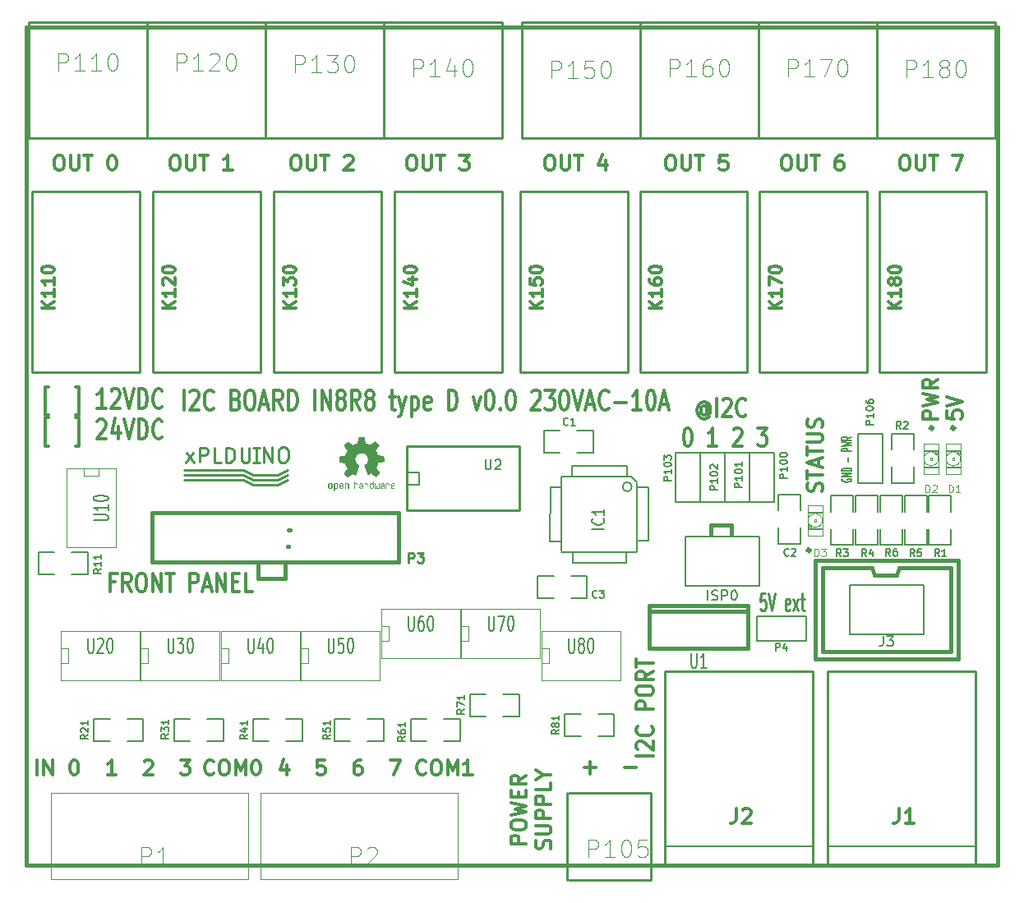
<source format=gto>
G04 (created by PCBNEW (2013-mar-13)-testing) date ven. 21 juin 2013 23:24:26 CEST*
%MOIN*%
G04 Gerber Fmt 3.4, Leading zero omitted, Abs format*
%FSLAX34Y34*%
G01*
G70*
G90*
G04 APERTURE LIST*
%ADD10C,0.005906*%
%ADD11C,0.015000*%
%ADD12C,0.011811*%
%ADD13C,0.012000*%
%ADD14C,0.009843*%
%ADD15C,0.005315*%
%ADD16C,0.000100*%
%ADD17C,0.010000*%
%ADD18C,0.005000*%
%ADD19C,0.008000*%
%ADD20C,0.006000*%
%ADD21C,0.003900*%
%ADD22C,0.002600*%
%ADD23C,0.004000*%
%ADD24C,0.010800*%
%ADD25C,0.003500*%
%ADD26C,0.012500*%
G04 APERTURE END LIST*
G54D10*
G54D11*
X108263Y-44250D02*
G75*
G03X108263Y-44250I-53J0D01*
G74*
G01*
X109146Y-44250D02*
G75*
G03X109146Y-44250I-56J0D01*
G74*
G01*
X103290Y-49210D02*
G75*
G03X103290Y-49210I-50J0D01*
G74*
G01*
G54D12*
X91784Y-61113D02*
X91155Y-61113D01*
X91155Y-60888D01*
X91185Y-60832D01*
X91215Y-60804D01*
X91275Y-60776D01*
X91365Y-60776D01*
X91425Y-60804D01*
X91455Y-60832D01*
X91485Y-60888D01*
X91485Y-61113D01*
X91155Y-60410D02*
X91155Y-60298D01*
X91185Y-60242D01*
X91245Y-60185D01*
X91365Y-60157D01*
X91574Y-60157D01*
X91694Y-60185D01*
X91754Y-60242D01*
X91784Y-60298D01*
X91784Y-60410D01*
X91754Y-60467D01*
X91694Y-60523D01*
X91574Y-60551D01*
X91365Y-60551D01*
X91245Y-60523D01*
X91185Y-60467D01*
X91155Y-60410D01*
X91155Y-59960D02*
X91784Y-59820D01*
X91335Y-59707D01*
X91784Y-59595D01*
X91155Y-59454D01*
X91455Y-59229D02*
X91455Y-59032D01*
X91784Y-58948D02*
X91784Y-59229D01*
X91155Y-59229D01*
X91155Y-58948D01*
X91784Y-58357D02*
X91485Y-58554D01*
X91784Y-58695D02*
X91155Y-58695D01*
X91155Y-58470D01*
X91185Y-58414D01*
X91215Y-58386D01*
X91275Y-58357D01*
X91365Y-58357D01*
X91425Y-58386D01*
X91455Y-58414D01*
X91485Y-58470D01*
X91485Y-58695D01*
X92754Y-61310D02*
X92784Y-61226D01*
X92784Y-61085D01*
X92754Y-61029D01*
X92724Y-61001D01*
X92664Y-60973D01*
X92604Y-60973D01*
X92544Y-61001D01*
X92514Y-61029D01*
X92485Y-61085D01*
X92455Y-61198D01*
X92425Y-61254D01*
X92395Y-61282D01*
X92335Y-61310D01*
X92275Y-61310D01*
X92215Y-61282D01*
X92185Y-61254D01*
X92155Y-61198D01*
X92155Y-61057D01*
X92185Y-60973D01*
X92155Y-60720D02*
X92664Y-60720D01*
X92724Y-60692D01*
X92754Y-60663D01*
X92784Y-60607D01*
X92784Y-60495D01*
X92754Y-60438D01*
X92724Y-60410D01*
X92664Y-60382D01*
X92155Y-60382D01*
X92784Y-60101D02*
X92155Y-60101D01*
X92155Y-59876D01*
X92185Y-59820D01*
X92215Y-59792D01*
X92275Y-59764D01*
X92365Y-59764D01*
X92425Y-59792D01*
X92455Y-59820D01*
X92485Y-59876D01*
X92485Y-60101D01*
X92784Y-59510D02*
X92155Y-59510D01*
X92155Y-59285D01*
X92185Y-59229D01*
X92215Y-59201D01*
X92275Y-59173D01*
X92365Y-59173D01*
X92425Y-59201D01*
X92455Y-59229D01*
X92485Y-59285D01*
X92485Y-59510D01*
X92784Y-58639D02*
X92784Y-58920D01*
X92155Y-58920D01*
X92485Y-58329D02*
X92784Y-58329D01*
X92155Y-58526D02*
X92485Y-58329D01*
X92155Y-58133D01*
G54D13*
X72414Y-43728D02*
X72271Y-43728D01*
X72271Y-42585D01*
X72414Y-42585D01*
X73500Y-43728D02*
X73642Y-43728D01*
X73642Y-42585D01*
X73500Y-42585D01*
X74728Y-43461D02*
X74385Y-43461D01*
X74557Y-43461D02*
X74557Y-42661D01*
X74500Y-42776D01*
X74442Y-42852D01*
X74385Y-42890D01*
X74957Y-42738D02*
X74985Y-42700D01*
X75042Y-42661D01*
X75185Y-42661D01*
X75242Y-42700D01*
X75271Y-42738D01*
X75300Y-42814D01*
X75300Y-42890D01*
X75271Y-43004D01*
X74928Y-43461D01*
X75300Y-43461D01*
X75471Y-42661D02*
X75671Y-43461D01*
X75871Y-42661D01*
X76071Y-43461D02*
X76071Y-42661D01*
X76214Y-42661D01*
X76300Y-42700D01*
X76357Y-42776D01*
X76385Y-42852D01*
X76414Y-43004D01*
X76414Y-43119D01*
X76385Y-43271D01*
X76357Y-43347D01*
X76300Y-43423D01*
X76214Y-43461D01*
X76071Y-43461D01*
X77014Y-43385D02*
X76985Y-43423D01*
X76900Y-43461D01*
X76842Y-43461D01*
X76757Y-43423D01*
X76700Y-43347D01*
X76671Y-43271D01*
X76642Y-43119D01*
X76642Y-43004D01*
X76671Y-42852D01*
X76700Y-42776D01*
X76757Y-42700D01*
X76842Y-42661D01*
X76900Y-42661D01*
X76985Y-42700D01*
X77014Y-42738D01*
X72414Y-44968D02*
X72271Y-44968D01*
X72271Y-43825D01*
X72414Y-43825D01*
X73500Y-44968D02*
X73642Y-44968D01*
X73642Y-43825D01*
X73500Y-43825D01*
X74385Y-43978D02*
X74414Y-43940D01*
X74471Y-43901D01*
X74614Y-43901D01*
X74671Y-43940D01*
X74700Y-43978D01*
X74728Y-44054D01*
X74728Y-44130D01*
X74700Y-44244D01*
X74357Y-44701D01*
X74728Y-44701D01*
X75242Y-44168D02*
X75242Y-44701D01*
X75100Y-43863D02*
X74957Y-44435D01*
X75328Y-44435D01*
X75471Y-43901D02*
X75671Y-44701D01*
X75871Y-43901D01*
X76071Y-44701D02*
X76071Y-43901D01*
X76214Y-43901D01*
X76300Y-43940D01*
X76357Y-44016D01*
X76385Y-44092D01*
X76414Y-44244D01*
X76414Y-44359D01*
X76385Y-44511D01*
X76357Y-44587D01*
X76300Y-44663D01*
X76214Y-44701D01*
X76071Y-44701D01*
X77014Y-44625D02*
X76985Y-44663D01*
X76900Y-44701D01*
X76842Y-44701D01*
X76757Y-44663D01*
X76700Y-44587D01*
X76671Y-44511D01*
X76642Y-44359D01*
X76642Y-44244D01*
X76671Y-44092D01*
X76700Y-44016D01*
X76757Y-43940D01*
X76842Y-43901D01*
X76900Y-43901D01*
X76985Y-43940D01*
X77014Y-43978D01*
G54D12*
X103779Y-46812D02*
X103809Y-46727D01*
X103809Y-46587D01*
X103779Y-46531D01*
X103749Y-46502D01*
X103689Y-46474D01*
X103629Y-46474D01*
X103569Y-46502D01*
X103539Y-46531D01*
X103510Y-46587D01*
X103480Y-46699D01*
X103450Y-46756D01*
X103420Y-46784D01*
X103360Y-46812D01*
X103300Y-46812D01*
X103240Y-46784D01*
X103210Y-46756D01*
X103180Y-46699D01*
X103180Y-46559D01*
X103210Y-46474D01*
X103180Y-46306D02*
X103180Y-45968D01*
X103809Y-46137D02*
X103180Y-46137D01*
X103629Y-45799D02*
X103629Y-45518D01*
X103809Y-45856D02*
X103180Y-45659D01*
X103809Y-45462D01*
X103180Y-45350D02*
X103180Y-45012D01*
X103809Y-45181D02*
X103180Y-45181D01*
X103180Y-44815D02*
X103689Y-44815D01*
X103749Y-44787D01*
X103779Y-44759D01*
X103809Y-44703D01*
X103809Y-44590D01*
X103779Y-44534D01*
X103749Y-44506D01*
X103689Y-44478D01*
X103180Y-44478D01*
X103779Y-44225D02*
X103809Y-44140D01*
X103809Y-44000D01*
X103779Y-43943D01*
X103749Y-43915D01*
X103689Y-43887D01*
X103629Y-43887D01*
X103569Y-43915D01*
X103539Y-43943D01*
X103510Y-44000D01*
X103480Y-44112D01*
X103450Y-44168D01*
X103420Y-44197D01*
X103360Y-44225D01*
X103300Y-44225D01*
X103240Y-44197D01*
X103210Y-44168D01*
X103180Y-44112D01*
X103180Y-43972D01*
X103210Y-43887D01*
G54D11*
X100100Y-48200D02*
X100100Y-48600D01*
X100100Y-48200D02*
X99275Y-48200D01*
X99975Y-48200D02*
X99275Y-48200D01*
X99275Y-48200D02*
X99275Y-48600D01*
G54D12*
X98303Y-44261D02*
X98359Y-44261D01*
X98415Y-44295D01*
X98443Y-44329D01*
X98472Y-44396D01*
X98500Y-44531D01*
X98500Y-44700D01*
X98472Y-44835D01*
X98443Y-44903D01*
X98415Y-44936D01*
X98359Y-44970D01*
X98303Y-44970D01*
X98247Y-44936D01*
X98218Y-44903D01*
X98190Y-44835D01*
X98162Y-44700D01*
X98162Y-44531D01*
X98190Y-44396D01*
X98218Y-44329D01*
X98247Y-44295D01*
X98303Y-44261D01*
X99512Y-44970D02*
X99175Y-44970D01*
X99343Y-44970D02*
X99343Y-44261D01*
X99287Y-44363D01*
X99231Y-44430D01*
X99175Y-44464D01*
X100187Y-44329D02*
X100215Y-44295D01*
X100271Y-44261D01*
X100412Y-44261D01*
X100468Y-44295D01*
X100496Y-44329D01*
X100524Y-44396D01*
X100524Y-44464D01*
X100496Y-44565D01*
X100159Y-44970D01*
X100524Y-44970D01*
X101171Y-44261D02*
X101537Y-44261D01*
X101340Y-44531D01*
X101424Y-44531D01*
X101481Y-44565D01*
X101509Y-44599D01*
X101537Y-44666D01*
X101537Y-44835D01*
X101509Y-44903D01*
X101481Y-44936D01*
X101424Y-44970D01*
X101256Y-44970D01*
X101199Y-44936D01*
X101171Y-44903D01*
G54D13*
X77892Y-43511D02*
X77892Y-42711D01*
X78150Y-42788D02*
X78178Y-42750D01*
X78235Y-42711D01*
X78378Y-42711D01*
X78435Y-42750D01*
X78464Y-42788D01*
X78492Y-42864D01*
X78492Y-42940D01*
X78464Y-43054D01*
X78121Y-43511D01*
X78492Y-43511D01*
X79092Y-43435D02*
X79064Y-43473D01*
X78978Y-43511D01*
X78921Y-43511D01*
X78835Y-43473D01*
X78778Y-43397D01*
X78750Y-43321D01*
X78721Y-43169D01*
X78721Y-43054D01*
X78750Y-42902D01*
X78778Y-42826D01*
X78835Y-42750D01*
X78921Y-42711D01*
X78978Y-42711D01*
X79064Y-42750D01*
X79092Y-42788D01*
X80007Y-43092D02*
X80092Y-43130D01*
X80121Y-43169D01*
X80150Y-43245D01*
X80150Y-43359D01*
X80121Y-43435D01*
X80092Y-43473D01*
X80035Y-43511D01*
X79807Y-43511D01*
X79807Y-42711D01*
X80007Y-42711D01*
X80064Y-42750D01*
X80092Y-42788D01*
X80121Y-42864D01*
X80121Y-42940D01*
X80092Y-43016D01*
X80064Y-43054D01*
X80007Y-43092D01*
X79807Y-43092D01*
X80521Y-42711D02*
X80635Y-42711D01*
X80692Y-42750D01*
X80750Y-42826D01*
X80778Y-42978D01*
X80778Y-43245D01*
X80750Y-43397D01*
X80692Y-43473D01*
X80635Y-43511D01*
X80521Y-43511D01*
X80464Y-43473D01*
X80407Y-43397D01*
X80378Y-43245D01*
X80378Y-42978D01*
X80407Y-42826D01*
X80464Y-42750D01*
X80521Y-42711D01*
X81007Y-43283D02*
X81292Y-43283D01*
X80950Y-43511D02*
X81150Y-42711D01*
X81350Y-43511D01*
X81892Y-43511D02*
X81692Y-43130D01*
X81550Y-43511D02*
X81550Y-42711D01*
X81778Y-42711D01*
X81835Y-42750D01*
X81864Y-42788D01*
X81892Y-42864D01*
X81892Y-42978D01*
X81864Y-43054D01*
X81835Y-43092D01*
X81778Y-43130D01*
X81550Y-43130D01*
X82150Y-43511D02*
X82150Y-42711D01*
X82292Y-42711D01*
X82378Y-42750D01*
X82435Y-42826D01*
X82464Y-42902D01*
X82492Y-43054D01*
X82492Y-43169D01*
X82464Y-43321D01*
X82435Y-43397D01*
X82378Y-43473D01*
X82292Y-43511D01*
X82150Y-43511D01*
X83207Y-43511D02*
X83207Y-42711D01*
X83492Y-43511D02*
X83492Y-42711D01*
X83835Y-43511D01*
X83835Y-42711D01*
X84207Y-43054D02*
X84150Y-43016D01*
X84121Y-42978D01*
X84092Y-42902D01*
X84092Y-42864D01*
X84121Y-42788D01*
X84150Y-42750D01*
X84207Y-42711D01*
X84321Y-42711D01*
X84378Y-42750D01*
X84407Y-42788D01*
X84435Y-42864D01*
X84435Y-42902D01*
X84407Y-42978D01*
X84378Y-43016D01*
X84321Y-43054D01*
X84207Y-43054D01*
X84150Y-43092D01*
X84121Y-43130D01*
X84092Y-43207D01*
X84092Y-43359D01*
X84121Y-43435D01*
X84150Y-43473D01*
X84207Y-43511D01*
X84321Y-43511D01*
X84378Y-43473D01*
X84407Y-43435D01*
X84435Y-43359D01*
X84435Y-43207D01*
X84407Y-43130D01*
X84378Y-43092D01*
X84321Y-43054D01*
X85035Y-43511D02*
X84835Y-43130D01*
X84692Y-43511D02*
X84692Y-42711D01*
X84921Y-42711D01*
X84978Y-42750D01*
X85007Y-42788D01*
X85035Y-42864D01*
X85035Y-42978D01*
X85007Y-43054D01*
X84978Y-43092D01*
X84921Y-43130D01*
X84692Y-43130D01*
X85378Y-43054D02*
X85321Y-43016D01*
X85292Y-42978D01*
X85264Y-42902D01*
X85264Y-42864D01*
X85292Y-42788D01*
X85321Y-42750D01*
X85378Y-42711D01*
X85492Y-42711D01*
X85550Y-42750D01*
X85578Y-42788D01*
X85607Y-42864D01*
X85607Y-42902D01*
X85578Y-42978D01*
X85550Y-43016D01*
X85492Y-43054D01*
X85378Y-43054D01*
X85321Y-43092D01*
X85292Y-43130D01*
X85264Y-43207D01*
X85264Y-43359D01*
X85292Y-43435D01*
X85321Y-43473D01*
X85378Y-43511D01*
X85492Y-43511D01*
X85550Y-43473D01*
X85578Y-43435D01*
X85607Y-43359D01*
X85607Y-43207D01*
X85578Y-43130D01*
X85550Y-43092D01*
X85492Y-43054D01*
X86235Y-42978D02*
X86464Y-42978D01*
X86321Y-42711D02*
X86321Y-43397D01*
X86350Y-43473D01*
X86407Y-43511D01*
X86464Y-43511D01*
X86607Y-42978D02*
X86750Y-43511D01*
X86892Y-42978D02*
X86750Y-43511D01*
X86692Y-43702D01*
X86664Y-43740D01*
X86607Y-43778D01*
X87121Y-42978D02*
X87121Y-43778D01*
X87121Y-43016D02*
X87178Y-42978D01*
X87292Y-42978D01*
X87350Y-43016D01*
X87378Y-43054D01*
X87407Y-43130D01*
X87407Y-43359D01*
X87378Y-43435D01*
X87350Y-43473D01*
X87292Y-43511D01*
X87178Y-43511D01*
X87121Y-43473D01*
X87892Y-43473D02*
X87835Y-43511D01*
X87721Y-43511D01*
X87664Y-43473D01*
X87635Y-43397D01*
X87635Y-43092D01*
X87664Y-43016D01*
X87721Y-42978D01*
X87835Y-42978D01*
X87892Y-43016D01*
X87921Y-43092D01*
X87921Y-43169D01*
X87635Y-43245D01*
X88635Y-43511D02*
X88635Y-42711D01*
X88778Y-42711D01*
X88864Y-42750D01*
X88921Y-42826D01*
X88950Y-42902D01*
X88978Y-43054D01*
X88978Y-43169D01*
X88950Y-43321D01*
X88921Y-43397D01*
X88864Y-43473D01*
X88778Y-43511D01*
X88635Y-43511D01*
X89635Y-42978D02*
X89778Y-43511D01*
X89921Y-42978D01*
X90264Y-42711D02*
X90321Y-42711D01*
X90378Y-42750D01*
X90407Y-42788D01*
X90435Y-42864D01*
X90464Y-43016D01*
X90464Y-43207D01*
X90435Y-43359D01*
X90407Y-43435D01*
X90378Y-43473D01*
X90321Y-43511D01*
X90264Y-43511D01*
X90207Y-43473D01*
X90178Y-43435D01*
X90150Y-43359D01*
X90121Y-43207D01*
X90121Y-43016D01*
X90150Y-42864D01*
X90178Y-42788D01*
X90207Y-42750D01*
X90264Y-42711D01*
X90721Y-43435D02*
X90750Y-43473D01*
X90721Y-43511D01*
X90692Y-43473D01*
X90721Y-43435D01*
X90721Y-43511D01*
X91121Y-42711D02*
X91178Y-42711D01*
X91235Y-42750D01*
X91264Y-42788D01*
X91292Y-42864D01*
X91321Y-43016D01*
X91321Y-43207D01*
X91292Y-43359D01*
X91264Y-43435D01*
X91235Y-43473D01*
X91178Y-43511D01*
X91121Y-43511D01*
X91064Y-43473D01*
X91035Y-43435D01*
X91007Y-43359D01*
X90978Y-43207D01*
X90978Y-43016D01*
X91007Y-42864D01*
X91035Y-42788D01*
X91064Y-42750D01*
X91121Y-42711D01*
X92007Y-42788D02*
X92035Y-42750D01*
X92092Y-42711D01*
X92235Y-42711D01*
X92292Y-42750D01*
X92321Y-42788D01*
X92350Y-42864D01*
X92350Y-42940D01*
X92321Y-43054D01*
X91978Y-43511D01*
X92350Y-43511D01*
X92550Y-42711D02*
X92921Y-42711D01*
X92721Y-43016D01*
X92807Y-43016D01*
X92864Y-43054D01*
X92892Y-43092D01*
X92921Y-43169D01*
X92921Y-43359D01*
X92892Y-43435D01*
X92864Y-43473D01*
X92807Y-43511D01*
X92635Y-43511D01*
X92578Y-43473D01*
X92550Y-43435D01*
X93292Y-42711D02*
X93350Y-42711D01*
X93407Y-42750D01*
X93435Y-42788D01*
X93464Y-42864D01*
X93492Y-43016D01*
X93492Y-43207D01*
X93464Y-43359D01*
X93435Y-43435D01*
X93407Y-43473D01*
X93350Y-43511D01*
X93292Y-43511D01*
X93235Y-43473D01*
X93207Y-43435D01*
X93178Y-43359D01*
X93150Y-43207D01*
X93150Y-43016D01*
X93178Y-42864D01*
X93207Y-42788D01*
X93235Y-42750D01*
X93292Y-42711D01*
X93664Y-42711D02*
X93864Y-43511D01*
X94064Y-42711D01*
X94235Y-43283D02*
X94521Y-43283D01*
X94178Y-43511D02*
X94378Y-42711D01*
X94578Y-43511D01*
X95121Y-43435D02*
X95092Y-43473D01*
X95007Y-43511D01*
X94950Y-43511D01*
X94864Y-43473D01*
X94807Y-43397D01*
X94778Y-43321D01*
X94750Y-43169D01*
X94750Y-43054D01*
X94778Y-42902D01*
X94807Y-42826D01*
X94864Y-42750D01*
X94950Y-42711D01*
X95007Y-42711D01*
X95092Y-42750D01*
X95121Y-42788D01*
X95378Y-43207D02*
X95835Y-43207D01*
X96435Y-43511D02*
X96092Y-43511D01*
X96264Y-43511D02*
X96264Y-42711D01*
X96207Y-42826D01*
X96150Y-42902D01*
X96092Y-42940D01*
X96807Y-42711D02*
X96864Y-42711D01*
X96921Y-42750D01*
X96950Y-42788D01*
X96978Y-42864D01*
X97007Y-43016D01*
X97007Y-43207D01*
X96978Y-43359D01*
X96950Y-43435D01*
X96921Y-43473D01*
X96864Y-43511D01*
X96807Y-43511D01*
X96750Y-43473D01*
X96721Y-43435D01*
X96692Y-43359D01*
X96664Y-43207D01*
X96664Y-43016D01*
X96692Y-42864D01*
X96721Y-42788D01*
X96750Y-42750D01*
X96807Y-42711D01*
X97235Y-43283D02*
X97521Y-43283D01*
X97178Y-43511D02*
X97378Y-42711D01*
X97578Y-43511D01*
G54D14*
X101484Y-50936D02*
X101296Y-50936D01*
X101278Y-51274D01*
X101296Y-51240D01*
X101334Y-51206D01*
X101428Y-51206D01*
X101465Y-51240D01*
X101484Y-51274D01*
X101503Y-51341D01*
X101503Y-51510D01*
X101484Y-51578D01*
X101465Y-51611D01*
X101428Y-51645D01*
X101334Y-51645D01*
X101296Y-51611D01*
X101278Y-51578D01*
X101615Y-50936D02*
X101746Y-51645D01*
X101878Y-50936D01*
X102459Y-51611D02*
X102421Y-51645D01*
X102346Y-51645D01*
X102309Y-51611D01*
X102290Y-51544D01*
X102290Y-51274D01*
X102309Y-51206D01*
X102346Y-51173D01*
X102421Y-51173D01*
X102459Y-51206D01*
X102478Y-51274D01*
X102478Y-51341D01*
X102290Y-51409D01*
X102609Y-51645D02*
X102815Y-51173D01*
X102609Y-51173D02*
X102815Y-51645D01*
X102909Y-51173D02*
X103059Y-51173D01*
X102965Y-50936D02*
X102965Y-51544D01*
X102984Y-51611D01*
X103021Y-51645D01*
X103059Y-51645D01*
G54D15*
X104603Y-46314D02*
X104584Y-46334D01*
X104584Y-46365D01*
X104603Y-46395D01*
X104640Y-46415D01*
X104678Y-46426D01*
X104753Y-46436D01*
X104809Y-46436D01*
X104884Y-46426D01*
X104921Y-46415D01*
X104959Y-46395D01*
X104978Y-46365D01*
X104978Y-46345D01*
X104959Y-46314D01*
X104940Y-46304D01*
X104809Y-46304D01*
X104809Y-46345D01*
X104978Y-46213D02*
X104584Y-46213D01*
X104978Y-46091D01*
X104584Y-46091D01*
X104978Y-45990D02*
X104584Y-45990D01*
X104584Y-45940D01*
X104603Y-45909D01*
X104640Y-45889D01*
X104678Y-45879D01*
X104753Y-45869D01*
X104809Y-45869D01*
X104884Y-45879D01*
X104921Y-45889D01*
X104959Y-45909D01*
X104978Y-45940D01*
X104978Y-45990D01*
X104828Y-45616D02*
X104828Y-45454D01*
X104978Y-45190D02*
X104584Y-45190D01*
X104584Y-45109D01*
X104603Y-45089D01*
X104621Y-45079D01*
X104659Y-45069D01*
X104715Y-45069D01*
X104753Y-45079D01*
X104771Y-45089D01*
X104790Y-45109D01*
X104790Y-45190D01*
X104584Y-44998D02*
X104978Y-44947D01*
X104696Y-44907D01*
X104978Y-44866D01*
X104584Y-44816D01*
X104978Y-44613D02*
X104790Y-44684D01*
X104978Y-44735D02*
X104584Y-44735D01*
X104584Y-44654D01*
X104603Y-44634D01*
X104621Y-44623D01*
X104659Y-44613D01*
X104715Y-44613D01*
X104753Y-44623D01*
X104771Y-44634D01*
X104790Y-44654D01*
X104790Y-44735D01*
G54D12*
X94149Y-58034D02*
X94599Y-58034D01*
X94374Y-58274D02*
X94374Y-57795D01*
X95780Y-58034D02*
X96230Y-58034D01*
X96940Y-57546D02*
X96231Y-57546D01*
X96299Y-57293D02*
X96265Y-57265D01*
X96231Y-57208D01*
X96231Y-57068D01*
X96265Y-57012D01*
X96299Y-56983D01*
X96366Y-56955D01*
X96434Y-56955D01*
X96535Y-56983D01*
X96940Y-57321D01*
X96940Y-56955D01*
X96873Y-56365D02*
X96906Y-56393D01*
X96940Y-56477D01*
X96940Y-56533D01*
X96906Y-56618D01*
X96839Y-56674D01*
X96771Y-56702D01*
X96636Y-56730D01*
X96535Y-56730D01*
X96400Y-56702D01*
X96333Y-56674D01*
X96265Y-56618D01*
X96231Y-56533D01*
X96231Y-56477D01*
X96265Y-56393D01*
X96299Y-56365D01*
X96940Y-55662D02*
X96231Y-55662D01*
X96231Y-55437D01*
X96265Y-55380D01*
X96299Y-55352D01*
X96366Y-55324D01*
X96468Y-55324D01*
X96535Y-55352D01*
X96569Y-55380D01*
X96603Y-55437D01*
X96603Y-55662D01*
X96231Y-54959D02*
X96231Y-54846D01*
X96265Y-54790D01*
X96333Y-54734D01*
X96468Y-54706D01*
X96704Y-54706D01*
X96839Y-54734D01*
X96906Y-54790D01*
X96940Y-54846D01*
X96940Y-54959D01*
X96906Y-55015D01*
X96839Y-55071D01*
X96704Y-55099D01*
X96468Y-55099D01*
X96333Y-55071D01*
X96265Y-55015D01*
X96231Y-54959D01*
X96940Y-54115D02*
X96603Y-54312D01*
X96940Y-54452D02*
X96231Y-54452D01*
X96231Y-54227D01*
X96265Y-54171D01*
X96299Y-54143D01*
X96366Y-54115D01*
X96468Y-54115D01*
X96535Y-54143D01*
X96569Y-54171D01*
X96603Y-54227D01*
X96603Y-54452D01*
X96231Y-53946D02*
X96231Y-53609D01*
X96940Y-53778D02*
X96231Y-53778D01*
X75106Y-50499D02*
X74909Y-50499D01*
X74909Y-50870D02*
X74909Y-50161D01*
X75190Y-50161D01*
X75753Y-50870D02*
X75556Y-50533D01*
X75415Y-50870D02*
X75415Y-50161D01*
X75640Y-50161D01*
X75697Y-50195D01*
X75725Y-50229D01*
X75753Y-50296D01*
X75753Y-50398D01*
X75725Y-50465D01*
X75697Y-50499D01*
X75640Y-50533D01*
X75415Y-50533D01*
X76118Y-50161D02*
X76231Y-50161D01*
X76287Y-50195D01*
X76343Y-50263D01*
X76372Y-50398D01*
X76372Y-50634D01*
X76343Y-50769D01*
X76287Y-50836D01*
X76231Y-50870D01*
X76118Y-50870D01*
X76062Y-50836D01*
X76006Y-50769D01*
X75978Y-50634D01*
X75978Y-50398D01*
X76006Y-50263D01*
X76062Y-50195D01*
X76118Y-50161D01*
X76625Y-50870D02*
X76625Y-50161D01*
X76962Y-50870D01*
X76962Y-50161D01*
X77159Y-50161D02*
X77496Y-50161D01*
X77328Y-50870D02*
X77328Y-50161D01*
X78143Y-50870D02*
X78143Y-50161D01*
X78368Y-50161D01*
X78424Y-50195D01*
X78453Y-50229D01*
X78481Y-50296D01*
X78481Y-50398D01*
X78453Y-50465D01*
X78424Y-50499D01*
X78368Y-50533D01*
X78143Y-50533D01*
X78706Y-50668D02*
X78987Y-50668D01*
X78649Y-50870D02*
X78846Y-50161D01*
X79043Y-50870D01*
X79240Y-50870D02*
X79240Y-50161D01*
X79577Y-50870D01*
X79577Y-50161D01*
X79859Y-50499D02*
X80055Y-50499D01*
X80140Y-50870D02*
X79859Y-50870D01*
X79859Y-50161D01*
X80140Y-50161D01*
X80674Y-50870D02*
X80393Y-50870D01*
X80393Y-50161D01*
X108484Y-43887D02*
X107855Y-43887D01*
X107855Y-43662D01*
X107885Y-43606D01*
X107915Y-43578D01*
X107975Y-43549D01*
X108065Y-43549D01*
X108125Y-43578D01*
X108155Y-43606D01*
X108185Y-43662D01*
X108185Y-43887D01*
X107855Y-43353D02*
X108484Y-43212D01*
X108035Y-43100D01*
X108484Y-42987D01*
X107855Y-42846D01*
X108484Y-42284D02*
X108185Y-42481D01*
X108484Y-42621D02*
X107855Y-42621D01*
X107855Y-42396D01*
X107885Y-42340D01*
X107915Y-42312D01*
X107975Y-42284D01*
X108065Y-42284D01*
X108125Y-42312D01*
X108155Y-42340D01*
X108185Y-42396D01*
X108185Y-42621D01*
X108830Y-43562D02*
X108830Y-43843D01*
X109130Y-43871D01*
X109100Y-43843D01*
X109070Y-43787D01*
X109070Y-43646D01*
X109100Y-43590D01*
X109130Y-43562D01*
X109189Y-43534D01*
X109339Y-43534D01*
X109399Y-43562D01*
X109429Y-43590D01*
X109459Y-43646D01*
X109459Y-43787D01*
X109429Y-43843D01*
X109399Y-43871D01*
X108830Y-43365D02*
X109459Y-43168D01*
X108830Y-42971D01*
X99109Y-43433D02*
X99081Y-43399D01*
X99025Y-43365D01*
X98968Y-43365D01*
X98912Y-43399D01*
X98884Y-43433D01*
X98856Y-43500D01*
X98856Y-43568D01*
X98884Y-43635D01*
X98912Y-43669D01*
X98968Y-43703D01*
X99025Y-43703D01*
X99081Y-43669D01*
X99109Y-43635D01*
X99109Y-43365D02*
X99109Y-43635D01*
X99137Y-43669D01*
X99165Y-43669D01*
X99221Y-43635D01*
X99250Y-43568D01*
X99250Y-43399D01*
X99193Y-43298D01*
X99109Y-43230D01*
X98996Y-43196D01*
X98884Y-43230D01*
X98800Y-43298D01*
X98743Y-43399D01*
X98715Y-43534D01*
X98743Y-43669D01*
X98800Y-43770D01*
X98884Y-43838D01*
X98996Y-43871D01*
X99109Y-43838D01*
X99193Y-43770D01*
X99503Y-43770D02*
X99503Y-43061D01*
X99756Y-43129D02*
X99784Y-43095D01*
X99840Y-43061D01*
X99981Y-43061D01*
X100037Y-43095D01*
X100065Y-43129D01*
X100093Y-43196D01*
X100093Y-43264D01*
X100065Y-43365D01*
X99728Y-43770D01*
X100093Y-43770D01*
X100684Y-43703D02*
X100656Y-43736D01*
X100571Y-43770D01*
X100515Y-43770D01*
X100431Y-43736D01*
X100374Y-43669D01*
X100346Y-43601D01*
X100318Y-43466D01*
X100318Y-43365D01*
X100346Y-43230D01*
X100374Y-43163D01*
X100431Y-43095D01*
X100515Y-43061D01*
X100571Y-43061D01*
X100656Y-43095D01*
X100684Y-43129D01*
G54D13*
X107085Y-33191D02*
X107200Y-33191D01*
X107257Y-33220D01*
X107314Y-33277D01*
X107342Y-33391D01*
X107342Y-33591D01*
X107314Y-33705D01*
X107257Y-33762D01*
X107200Y-33791D01*
X107085Y-33791D01*
X107028Y-33762D01*
X106971Y-33705D01*
X106942Y-33591D01*
X106942Y-33391D01*
X106971Y-33277D01*
X107028Y-33220D01*
X107085Y-33191D01*
X107600Y-33191D02*
X107600Y-33677D01*
X107628Y-33734D01*
X107657Y-33762D01*
X107714Y-33791D01*
X107828Y-33791D01*
X107885Y-33762D01*
X107914Y-33734D01*
X107942Y-33677D01*
X107942Y-33191D01*
X108142Y-33191D02*
X108485Y-33191D01*
X108314Y-33791D02*
X108314Y-33191D01*
X109085Y-33191D02*
X109485Y-33191D01*
X109228Y-33791D01*
X102285Y-33191D02*
X102400Y-33191D01*
X102457Y-33220D01*
X102514Y-33277D01*
X102542Y-33391D01*
X102542Y-33591D01*
X102514Y-33705D01*
X102457Y-33762D01*
X102400Y-33791D01*
X102285Y-33791D01*
X102228Y-33762D01*
X102171Y-33705D01*
X102142Y-33591D01*
X102142Y-33391D01*
X102171Y-33277D01*
X102228Y-33220D01*
X102285Y-33191D01*
X102800Y-33191D02*
X102800Y-33677D01*
X102828Y-33734D01*
X102857Y-33762D01*
X102914Y-33791D01*
X103028Y-33791D01*
X103085Y-33762D01*
X103114Y-33734D01*
X103142Y-33677D01*
X103142Y-33191D01*
X103342Y-33191D02*
X103685Y-33191D01*
X103514Y-33791D02*
X103514Y-33191D01*
X104600Y-33191D02*
X104485Y-33191D01*
X104428Y-33220D01*
X104400Y-33248D01*
X104342Y-33334D01*
X104314Y-33448D01*
X104314Y-33677D01*
X104342Y-33734D01*
X104371Y-33762D01*
X104428Y-33791D01*
X104542Y-33791D01*
X104600Y-33762D01*
X104628Y-33734D01*
X104657Y-33677D01*
X104657Y-33534D01*
X104628Y-33477D01*
X104600Y-33448D01*
X104542Y-33420D01*
X104428Y-33420D01*
X104371Y-33448D01*
X104342Y-33477D01*
X104314Y-33534D01*
X97585Y-33191D02*
X97700Y-33191D01*
X97757Y-33220D01*
X97814Y-33277D01*
X97842Y-33391D01*
X97842Y-33591D01*
X97814Y-33705D01*
X97757Y-33762D01*
X97700Y-33791D01*
X97585Y-33791D01*
X97528Y-33762D01*
X97471Y-33705D01*
X97442Y-33591D01*
X97442Y-33391D01*
X97471Y-33277D01*
X97528Y-33220D01*
X97585Y-33191D01*
X98100Y-33191D02*
X98100Y-33677D01*
X98128Y-33734D01*
X98157Y-33762D01*
X98214Y-33791D01*
X98328Y-33791D01*
X98385Y-33762D01*
X98414Y-33734D01*
X98442Y-33677D01*
X98442Y-33191D01*
X98642Y-33191D02*
X98985Y-33191D01*
X98814Y-33791D02*
X98814Y-33191D01*
X99928Y-33191D02*
X99642Y-33191D01*
X99614Y-33477D01*
X99642Y-33448D01*
X99700Y-33420D01*
X99842Y-33420D01*
X99900Y-33448D01*
X99928Y-33477D01*
X99957Y-33534D01*
X99957Y-33677D01*
X99928Y-33734D01*
X99900Y-33762D01*
X99842Y-33791D01*
X99700Y-33791D01*
X99642Y-33762D01*
X99614Y-33734D01*
X92685Y-33191D02*
X92800Y-33191D01*
X92857Y-33220D01*
X92914Y-33277D01*
X92942Y-33391D01*
X92942Y-33591D01*
X92914Y-33705D01*
X92857Y-33762D01*
X92800Y-33791D01*
X92685Y-33791D01*
X92628Y-33762D01*
X92571Y-33705D01*
X92542Y-33591D01*
X92542Y-33391D01*
X92571Y-33277D01*
X92628Y-33220D01*
X92685Y-33191D01*
X93200Y-33191D02*
X93200Y-33677D01*
X93228Y-33734D01*
X93257Y-33762D01*
X93314Y-33791D01*
X93428Y-33791D01*
X93485Y-33762D01*
X93514Y-33734D01*
X93542Y-33677D01*
X93542Y-33191D01*
X93742Y-33191D02*
X94085Y-33191D01*
X93914Y-33791D02*
X93914Y-33191D01*
X95000Y-33391D02*
X95000Y-33791D01*
X94857Y-33162D02*
X94714Y-33591D01*
X95085Y-33591D01*
X87085Y-33191D02*
X87200Y-33191D01*
X87257Y-33220D01*
X87314Y-33277D01*
X87342Y-33391D01*
X87342Y-33591D01*
X87314Y-33705D01*
X87257Y-33762D01*
X87200Y-33791D01*
X87085Y-33791D01*
X87028Y-33762D01*
X86971Y-33705D01*
X86942Y-33591D01*
X86942Y-33391D01*
X86971Y-33277D01*
X87028Y-33220D01*
X87085Y-33191D01*
X87600Y-33191D02*
X87600Y-33677D01*
X87628Y-33734D01*
X87657Y-33762D01*
X87714Y-33791D01*
X87828Y-33791D01*
X87885Y-33762D01*
X87914Y-33734D01*
X87942Y-33677D01*
X87942Y-33191D01*
X88142Y-33191D02*
X88485Y-33191D01*
X88314Y-33791D02*
X88314Y-33191D01*
X89085Y-33191D02*
X89457Y-33191D01*
X89257Y-33420D01*
X89342Y-33420D01*
X89400Y-33448D01*
X89428Y-33477D01*
X89457Y-33534D01*
X89457Y-33677D01*
X89428Y-33734D01*
X89400Y-33762D01*
X89342Y-33791D01*
X89171Y-33791D01*
X89114Y-33762D01*
X89085Y-33734D01*
X82385Y-33191D02*
X82500Y-33191D01*
X82557Y-33220D01*
X82614Y-33277D01*
X82642Y-33391D01*
X82642Y-33591D01*
X82614Y-33705D01*
X82557Y-33762D01*
X82500Y-33791D01*
X82385Y-33791D01*
X82328Y-33762D01*
X82271Y-33705D01*
X82242Y-33591D01*
X82242Y-33391D01*
X82271Y-33277D01*
X82328Y-33220D01*
X82385Y-33191D01*
X82900Y-33191D02*
X82900Y-33677D01*
X82928Y-33734D01*
X82957Y-33762D01*
X83014Y-33791D01*
X83128Y-33791D01*
X83185Y-33762D01*
X83214Y-33734D01*
X83242Y-33677D01*
X83242Y-33191D01*
X83442Y-33191D02*
X83785Y-33191D01*
X83614Y-33791D02*
X83614Y-33191D01*
X84414Y-33248D02*
X84442Y-33220D01*
X84500Y-33191D01*
X84642Y-33191D01*
X84700Y-33220D01*
X84728Y-33248D01*
X84757Y-33305D01*
X84757Y-33362D01*
X84728Y-33448D01*
X84385Y-33791D01*
X84757Y-33791D01*
X77485Y-33191D02*
X77600Y-33191D01*
X77657Y-33220D01*
X77714Y-33277D01*
X77742Y-33391D01*
X77742Y-33591D01*
X77714Y-33705D01*
X77657Y-33762D01*
X77600Y-33791D01*
X77485Y-33791D01*
X77428Y-33762D01*
X77371Y-33705D01*
X77342Y-33591D01*
X77342Y-33391D01*
X77371Y-33277D01*
X77428Y-33220D01*
X77485Y-33191D01*
X78000Y-33191D02*
X78000Y-33677D01*
X78028Y-33734D01*
X78057Y-33762D01*
X78114Y-33791D01*
X78228Y-33791D01*
X78285Y-33762D01*
X78314Y-33734D01*
X78342Y-33677D01*
X78342Y-33191D01*
X78542Y-33191D02*
X78885Y-33191D01*
X78714Y-33791D02*
X78714Y-33191D01*
X79857Y-33791D02*
X79514Y-33791D01*
X79685Y-33791D02*
X79685Y-33191D01*
X79628Y-33277D01*
X79571Y-33334D01*
X79514Y-33362D01*
X72785Y-33191D02*
X72900Y-33191D01*
X72957Y-33220D01*
X73014Y-33277D01*
X73042Y-33391D01*
X73042Y-33591D01*
X73014Y-33705D01*
X72957Y-33762D01*
X72900Y-33791D01*
X72785Y-33791D01*
X72728Y-33762D01*
X72671Y-33705D01*
X72642Y-33591D01*
X72642Y-33391D01*
X72671Y-33277D01*
X72728Y-33220D01*
X72785Y-33191D01*
X73300Y-33191D02*
X73300Y-33677D01*
X73328Y-33734D01*
X73357Y-33762D01*
X73414Y-33791D01*
X73528Y-33791D01*
X73585Y-33762D01*
X73614Y-33734D01*
X73642Y-33677D01*
X73642Y-33191D01*
X73842Y-33191D02*
X74185Y-33191D01*
X74014Y-33791D02*
X74014Y-33191D01*
X74957Y-33191D02*
X75014Y-33191D01*
X75071Y-33220D01*
X75100Y-33248D01*
X75128Y-33305D01*
X75157Y-33420D01*
X75157Y-33562D01*
X75128Y-33677D01*
X75100Y-33734D01*
X75071Y-33762D01*
X75014Y-33791D01*
X74957Y-33791D01*
X74900Y-33762D01*
X74871Y-33734D01*
X74842Y-33677D01*
X74814Y-33562D01*
X74814Y-33420D01*
X74842Y-33305D01*
X74871Y-33248D01*
X74900Y-33220D01*
X74957Y-33191D01*
X87702Y-58264D02*
X87674Y-58292D01*
X87588Y-58321D01*
X87531Y-58321D01*
X87445Y-58292D01*
X87388Y-58235D01*
X87360Y-58178D01*
X87331Y-58064D01*
X87331Y-57978D01*
X87360Y-57864D01*
X87388Y-57807D01*
X87445Y-57750D01*
X87531Y-57721D01*
X87588Y-57721D01*
X87674Y-57750D01*
X87702Y-57778D01*
X88074Y-57721D02*
X88188Y-57721D01*
X88245Y-57750D01*
X88302Y-57807D01*
X88331Y-57921D01*
X88331Y-58121D01*
X88302Y-58235D01*
X88245Y-58292D01*
X88188Y-58321D01*
X88074Y-58321D01*
X88017Y-58292D01*
X87960Y-58235D01*
X87931Y-58121D01*
X87931Y-57921D01*
X87960Y-57807D01*
X88017Y-57750D01*
X88074Y-57721D01*
X88588Y-58321D02*
X88588Y-57721D01*
X88788Y-58150D01*
X88988Y-57721D01*
X88988Y-58321D01*
X89588Y-58321D02*
X89245Y-58321D01*
X89417Y-58321D02*
X89417Y-57721D01*
X89359Y-57807D01*
X89302Y-57864D01*
X89245Y-57892D01*
X86260Y-57721D02*
X86660Y-57721D01*
X86402Y-58321D01*
X85074Y-57721D02*
X84960Y-57721D01*
X84902Y-57750D01*
X84874Y-57778D01*
X84817Y-57864D01*
X84788Y-57978D01*
X84788Y-58207D01*
X84817Y-58264D01*
X84845Y-58292D01*
X84902Y-58321D01*
X85017Y-58321D01*
X85074Y-58292D01*
X85102Y-58264D01*
X85131Y-58207D01*
X85131Y-58064D01*
X85102Y-58007D01*
X85074Y-57978D01*
X85017Y-57950D01*
X84902Y-57950D01*
X84845Y-57978D01*
X84817Y-58007D01*
X84788Y-58064D01*
X83602Y-57721D02*
X83317Y-57721D01*
X83288Y-58007D01*
X83317Y-57978D01*
X83374Y-57950D01*
X83517Y-57950D01*
X83574Y-57978D01*
X83602Y-58007D01*
X83631Y-58064D01*
X83631Y-58207D01*
X83602Y-58264D01*
X83574Y-58292D01*
X83517Y-58321D01*
X83374Y-58321D01*
X83317Y-58292D01*
X83288Y-58264D01*
X82074Y-57921D02*
X82074Y-58321D01*
X81931Y-57692D02*
X81788Y-58121D01*
X82160Y-58121D01*
X79102Y-58264D02*
X79074Y-58292D01*
X78988Y-58321D01*
X78931Y-58321D01*
X78845Y-58292D01*
X78788Y-58235D01*
X78760Y-58178D01*
X78731Y-58064D01*
X78731Y-57978D01*
X78760Y-57864D01*
X78788Y-57807D01*
X78845Y-57750D01*
X78931Y-57721D01*
X78988Y-57721D01*
X79074Y-57750D01*
X79102Y-57778D01*
X79474Y-57721D02*
X79588Y-57721D01*
X79645Y-57750D01*
X79702Y-57807D01*
X79731Y-57921D01*
X79731Y-58121D01*
X79702Y-58235D01*
X79645Y-58292D01*
X79588Y-58321D01*
X79474Y-58321D01*
X79417Y-58292D01*
X79360Y-58235D01*
X79331Y-58121D01*
X79331Y-57921D01*
X79360Y-57807D01*
X79417Y-57750D01*
X79474Y-57721D01*
X79988Y-58321D02*
X79988Y-57721D01*
X80188Y-58150D01*
X80388Y-57721D01*
X80388Y-58321D01*
X80788Y-57721D02*
X80845Y-57721D01*
X80902Y-57750D01*
X80931Y-57778D01*
X80959Y-57835D01*
X80988Y-57950D01*
X80988Y-58092D01*
X80959Y-58207D01*
X80931Y-58264D01*
X80902Y-58292D01*
X80845Y-58321D01*
X80788Y-58321D01*
X80731Y-58292D01*
X80702Y-58264D01*
X80674Y-58207D01*
X80645Y-58092D01*
X80645Y-57950D01*
X80674Y-57835D01*
X80702Y-57778D01*
X80731Y-57750D01*
X80788Y-57721D01*
X77760Y-57721D02*
X78131Y-57721D01*
X77931Y-57950D01*
X78017Y-57950D01*
X78074Y-57978D01*
X78102Y-58007D01*
X78131Y-58064D01*
X78131Y-58207D01*
X78102Y-58264D01*
X78074Y-58292D01*
X78017Y-58321D01*
X77845Y-58321D01*
X77788Y-58292D01*
X77760Y-58264D01*
X76288Y-57778D02*
X76317Y-57750D01*
X76374Y-57721D01*
X76517Y-57721D01*
X76574Y-57750D01*
X76602Y-57778D01*
X76631Y-57835D01*
X76631Y-57892D01*
X76602Y-57978D01*
X76260Y-58321D01*
X76631Y-58321D01*
X75131Y-58321D02*
X74788Y-58321D01*
X74960Y-58321D02*
X74960Y-57721D01*
X74902Y-57807D01*
X74845Y-57864D01*
X74788Y-57892D01*
X71931Y-58321D02*
X71931Y-57721D01*
X72217Y-58321D02*
X72217Y-57721D01*
X72560Y-58321D01*
X72560Y-57721D01*
X73417Y-57721D02*
X73474Y-57721D01*
X73531Y-57750D01*
X73560Y-57778D01*
X73588Y-57835D01*
X73617Y-57950D01*
X73617Y-58092D01*
X73588Y-58207D01*
X73560Y-58264D01*
X73531Y-58292D01*
X73474Y-58321D01*
X73417Y-58321D01*
X73360Y-58292D01*
X73331Y-58264D01*
X73302Y-58207D01*
X73274Y-58092D01*
X73274Y-57950D01*
X73302Y-57835D01*
X73331Y-57778D01*
X73360Y-57750D01*
X73417Y-57721D01*
G54D11*
X82150Y-48400D02*
X82200Y-48400D01*
X82000Y-50350D02*
X82000Y-49700D01*
X82100Y-49050D02*
X82150Y-49050D01*
X80950Y-50350D02*
X81950Y-50350D01*
X80900Y-49700D02*
X80900Y-50350D01*
X71500Y-62000D02*
X110900Y-62000D01*
X71500Y-28000D02*
X110900Y-28000D01*
X110900Y-28000D02*
X110800Y-28000D01*
X110900Y-62000D02*
X110900Y-28000D01*
X71500Y-62000D02*
X71500Y-28000D01*
G54D16*
G36*
X85010Y-44620D02*
X85020Y-44620D01*
X85020Y-44630D01*
X85010Y-44630D01*
X85010Y-44620D01*
X85010Y-44620D01*
G37*
G36*
X85020Y-44620D02*
X85030Y-44620D01*
X85030Y-44630D01*
X85020Y-44630D01*
X85020Y-44620D01*
X85020Y-44620D01*
G37*
G36*
X85030Y-44620D02*
X85040Y-44620D01*
X85040Y-44630D01*
X85030Y-44630D01*
X85030Y-44620D01*
X85030Y-44620D01*
G37*
G36*
X85040Y-44620D02*
X85050Y-44620D01*
X85050Y-44630D01*
X85040Y-44630D01*
X85040Y-44620D01*
X85040Y-44620D01*
G37*
G36*
X85050Y-44620D02*
X85060Y-44620D01*
X85060Y-44630D01*
X85050Y-44630D01*
X85050Y-44620D01*
X85050Y-44620D01*
G37*
G36*
X85060Y-44620D02*
X85070Y-44620D01*
X85070Y-44630D01*
X85060Y-44630D01*
X85060Y-44620D01*
X85060Y-44620D01*
G37*
G36*
X85070Y-44620D02*
X85080Y-44620D01*
X85080Y-44630D01*
X85070Y-44630D01*
X85070Y-44620D01*
X85070Y-44620D01*
G37*
G36*
X85080Y-44620D02*
X85090Y-44620D01*
X85090Y-44630D01*
X85080Y-44630D01*
X85080Y-44620D01*
X85080Y-44620D01*
G37*
G36*
X85090Y-44620D02*
X85100Y-44620D01*
X85100Y-44630D01*
X85090Y-44630D01*
X85090Y-44620D01*
X85090Y-44620D01*
G37*
G36*
X85100Y-44620D02*
X85110Y-44620D01*
X85110Y-44630D01*
X85100Y-44630D01*
X85100Y-44620D01*
X85100Y-44620D01*
G37*
G36*
X85110Y-44620D02*
X85120Y-44620D01*
X85120Y-44630D01*
X85110Y-44630D01*
X85110Y-44620D01*
X85110Y-44620D01*
G37*
G36*
X85120Y-44620D02*
X85130Y-44620D01*
X85130Y-44630D01*
X85120Y-44630D01*
X85120Y-44620D01*
X85120Y-44620D01*
G37*
G36*
X85130Y-44620D02*
X85140Y-44620D01*
X85140Y-44630D01*
X85130Y-44630D01*
X85130Y-44620D01*
X85130Y-44620D01*
G37*
G36*
X85140Y-44620D02*
X85150Y-44620D01*
X85150Y-44630D01*
X85140Y-44630D01*
X85140Y-44620D01*
X85140Y-44620D01*
G37*
G36*
X85150Y-44620D02*
X85160Y-44620D01*
X85160Y-44630D01*
X85150Y-44630D01*
X85150Y-44620D01*
X85150Y-44620D01*
G37*
G36*
X85160Y-44620D02*
X85170Y-44620D01*
X85170Y-44630D01*
X85160Y-44630D01*
X85160Y-44620D01*
X85160Y-44620D01*
G37*
G36*
X85170Y-44620D02*
X85180Y-44620D01*
X85180Y-44630D01*
X85170Y-44630D01*
X85170Y-44620D01*
X85170Y-44620D01*
G37*
G36*
X85180Y-44620D02*
X85190Y-44620D01*
X85190Y-44630D01*
X85180Y-44630D01*
X85180Y-44620D01*
X85180Y-44620D01*
G37*
G36*
X85190Y-44620D02*
X85200Y-44620D01*
X85200Y-44630D01*
X85190Y-44630D01*
X85190Y-44620D01*
X85190Y-44620D01*
G37*
G36*
X85200Y-44620D02*
X85210Y-44620D01*
X85210Y-44630D01*
X85200Y-44630D01*
X85200Y-44620D01*
X85200Y-44620D01*
G37*
G36*
X84990Y-44630D02*
X85000Y-44630D01*
X85000Y-44640D01*
X84990Y-44640D01*
X84990Y-44630D01*
X84990Y-44630D01*
G37*
G36*
X85000Y-44630D02*
X85010Y-44630D01*
X85010Y-44640D01*
X85000Y-44640D01*
X85000Y-44630D01*
X85000Y-44630D01*
G37*
G36*
X85010Y-44630D02*
X85020Y-44630D01*
X85020Y-44640D01*
X85010Y-44640D01*
X85010Y-44630D01*
X85010Y-44630D01*
G37*
G36*
X85020Y-44630D02*
X85030Y-44630D01*
X85030Y-44640D01*
X85020Y-44640D01*
X85020Y-44630D01*
X85020Y-44630D01*
G37*
G36*
X85030Y-44630D02*
X85040Y-44630D01*
X85040Y-44640D01*
X85030Y-44640D01*
X85030Y-44630D01*
X85030Y-44630D01*
G37*
G36*
X85040Y-44630D02*
X85050Y-44630D01*
X85050Y-44640D01*
X85040Y-44640D01*
X85040Y-44630D01*
X85040Y-44630D01*
G37*
G36*
X85050Y-44630D02*
X85060Y-44630D01*
X85060Y-44640D01*
X85050Y-44640D01*
X85050Y-44630D01*
X85050Y-44630D01*
G37*
G36*
X85060Y-44630D02*
X85070Y-44630D01*
X85070Y-44640D01*
X85060Y-44640D01*
X85060Y-44630D01*
X85060Y-44630D01*
G37*
G36*
X85070Y-44630D02*
X85080Y-44630D01*
X85080Y-44640D01*
X85070Y-44640D01*
X85070Y-44630D01*
X85070Y-44630D01*
G37*
G36*
X85080Y-44630D02*
X85090Y-44630D01*
X85090Y-44640D01*
X85080Y-44640D01*
X85080Y-44630D01*
X85080Y-44630D01*
G37*
G36*
X85090Y-44630D02*
X85100Y-44630D01*
X85100Y-44640D01*
X85090Y-44640D01*
X85090Y-44630D01*
X85090Y-44630D01*
G37*
G36*
X85100Y-44630D02*
X85110Y-44630D01*
X85110Y-44640D01*
X85100Y-44640D01*
X85100Y-44630D01*
X85100Y-44630D01*
G37*
G36*
X85110Y-44630D02*
X85120Y-44630D01*
X85120Y-44640D01*
X85110Y-44640D01*
X85110Y-44630D01*
X85110Y-44630D01*
G37*
G36*
X85120Y-44630D02*
X85130Y-44630D01*
X85130Y-44640D01*
X85120Y-44640D01*
X85120Y-44630D01*
X85120Y-44630D01*
G37*
G36*
X85130Y-44630D02*
X85140Y-44630D01*
X85140Y-44640D01*
X85130Y-44640D01*
X85130Y-44630D01*
X85130Y-44630D01*
G37*
G36*
X85140Y-44630D02*
X85150Y-44630D01*
X85150Y-44640D01*
X85140Y-44640D01*
X85140Y-44630D01*
X85140Y-44630D01*
G37*
G36*
X85150Y-44630D02*
X85160Y-44630D01*
X85160Y-44640D01*
X85150Y-44640D01*
X85150Y-44630D01*
X85150Y-44630D01*
G37*
G36*
X85160Y-44630D02*
X85170Y-44630D01*
X85170Y-44640D01*
X85160Y-44640D01*
X85160Y-44630D01*
X85160Y-44630D01*
G37*
G36*
X85170Y-44630D02*
X85180Y-44630D01*
X85180Y-44640D01*
X85170Y-44640D01*
X85170Y-44630D01*
X85170Y-44630D01*
G37*
G36*
X85180Y-44630D02*
X85190Y-44630D01*
X85190Y-44640D01*
X85180Y-44640D01*
X85180Y-44630D01*
X85180Y-44630D01*
G37*
G36*
X85190Y-44630D02*
X85200Y-44630D01*
X85200Y-44640D01*
X85190Y-44640D01*
X85190Y-44630D01*
X85190Y-44630D01*
G37*
G36*
X85200Y-44630D02*
X85210Y-44630D01*
X85210Y-44640D01*
X85200Y-44640D01*
X85200Y-44630D01*
X85200Y-44630D01*
G37*
G36*
X85210Y-44630D02*
X85220Y-44630D01*
X85220Y-44640D01*
X85210Y-44640D01*
X85210Y-44630D01*
X85210Y-44630D01*
G37*
G36*
X85220Y-44630D02*
X85230Y-44630D01*
X85230Y-44640D01*
X85220Y-44640D01*
X85220Y-44630D01*
X85220Y-44630D01*
G37*
G36*
X84980Y-44640D02*
X84990Y-44640D01*
X84990Y-44650D01*
X84980Y-44650D01*
X84980Y-44640D01*
X84980Y-44640D01*
G37*
G36*
X84990Y-44640D02*
X85000Y-44640D01*
X85000Y-44650D01*
X84990Y-44650D01*
X84990Y-44640D01*
X84990Y-44640D01*
G37*
G36*
X85000Y-44640D02*
X85010Y-44640D01*
X85010Y-44650D01*
X85000Y-44650D01*
X85000Y-44640D01*
X85000Y-44640D01*
G37*
G36*
X85010Y-44640D02*
X85020Y-44640D01*
X85020Y-44650D01*
X85010Y-44650D01*
X85010Y-44640D01*
X85010Y-44640D01*
G37*
G36*
X85020Y-44640D02*
X85030Y-44640D01*
X85030Y-44650D01*
X85020Y-44650D01*
X85020Y-44640D01*
X85020Y-44640D01*
G37*
G36*
X85030Y-44640D02*
X85040Y-44640D01*
X85040Y-44650D01*
X85030Y-44650D01*
X85030Y-44640D01*
X85030Y-44640D01*
G37*
G36*
X85040Y-44640D02*
X85050Y-44640D01*
X85050Y-44650D01*
X85040Y-44650D01*
X85040Y-44640D01*
X85040Y-44640D01*
G37*
G36*
X85050Y-44640D02*
X85060Y-44640D01*
X85060Y-44650D01*
X85050Y-44650D01*
X85050Y-44640D01*
X85050Y-44640D01*
G37*
G36*
X85060Y-44640D02*
X85070Y-44640D01*
X85070Y-44650D01*
X85060Y-44650D01*
X85060Y-44640D01*
X85060Y-44640D01*
G37*
G36*
X85070Y-44640D02*
X85080Y-44640D01*
X85080Y-44650D01*
X85070Y-44650D01*
X85070Y-44640D01*
X85070Y-44640D01*
G37*
G36*
X85080Y-44640D02*
X85090Y-44640D01*
X85090Y-44650D01*
X85080Y-44650D01*
X85080Y-44640D01*
X85080Y-44640D01*
G37*
G36*
X85090Y-44640D02*
X85100Y-44640D01*
X85100Y-44650D01*
X85090Y-44650D01*
X85090Y-44640D01*
X85090Y-44640D01*
G37*
G36*
X85100Y-44640D02*
X85110Y-44640D01*
X85110Y-44650D01*
X85100Y-44650D01*
X85100Y-44640D01*
X85100Y-44640D01*
G37*
G36*
X85110Y-44640D02*
X85120Y-44640D01*
X85120Y-44650D01*
X85110Y-44650D01*
X85110Y-44640D01*
X85110Y-44640D01*
G37*
G36*
X85120Y-44640D02*
X85130Y-44640D01*
X85130Y-44650D01*
X85120Y-44650D01*
X85120Y-44640D01*
X85120Y-44640D01*
G37*
G36*
X85130Y-44640D02*
X85140Y-44640D01*
X85140Y-44650D01*
X85130Y-44650D01*
X85130Y-44640D01*
X85130Y-44640D01*
G37*
G36*
X85140Y-44640D02*
X85150Y-44640D01*
X85150Y-44650D01*
X85140Y-44650D01*
X85140Y-44640D01*
X85140Y-44640D01*
G37*
G36*
X85150Y-44640D02*
X85160Y-44640D01*
X85160Y-44650D01*
X85150Y-44650D01*
X85150Y-44640D01*
X85150Y-44640D01*
G37*
G36*
X85160Y-44640D02*
X85170Y-44640D01*
X85170Y-44650D01*
X85160Y-44650D01*
X85160Y-44640D01*
X85160Y-44640D01*
G37*
G36*
X85170Y-44640D02*
X85180Y-44640D01*
X85180Y-44650D01*
X85170Y-44650D01*
X85170Y-44640D01*
X85170Y-44640D01*
G37*
G36*
X85180Y-44640D02*
X85190Y-44640D01*
X85190Y-44650D01*
X85180Y-44650D01*
X85180Y-44640D01*
X85180Y-44640D01*
G37*
G36*
X85190Y-44640D02*
X85200Y-44640D01*
X85200Y-44650D01*
X85190Y-44650D01*
X85190Y-44640D01*
X85190Y-44640D01*
G37*
G36*
X85200Y-44640D02*
X85210Y-44640D01*
X85210Y-44650D01*
X85200Y-44650D01*
X85200Y-44640D01*
X85200Y-44640D01*
G37*
G36*
X85210Y-44640D02*
X85220Y-44640D01*
X85220Y-44650D01*
X85210Y-44650D01*
X85210Y-44640D01*
X85210Y-44640D01*
G37*
G36*
X85220Y-44640D02*
X85230Y-44640D01*
X85230Y-44650D01*
X85220Y-44650D01*
X85220Y-44640D01*
X85220Y-44640D01*
G37*
G36*
X84980Y-44650D02*
X84990Y-44650D01*
X84990Y-44660D01*
X84980Y-44660D01*
X84980Y-44650D01*
X84980Y-44650D01*
G37*
G36*
X84990Y-44650D02*
X85000Y-44650D01*
X85000Y-44660D01*
X84990Y-44660D01*
X84990Y-44650D01*
X84990Y-44650D01*
G37*
G36*
X85000Y-44650D02*
X85010Y-44650D01*
X85010Y-44660D01*
X85000Y-44660D01*
X85000Y-44650D01*
X85000Y-44650D01*
G37*
G36*
X85010Y-44650D02*
X85020Y-44650D01*
X85020Y-44660D01*
X85010Y-44660D01*
X85010Y-44650D01*
X85010Y-44650D01*
G37*
G36*
X85020Y-44650D02*
X85030Y-44650D01*
X85030Y-44660D01*
X85020Y-44660D01*
X85020Y-44650D01*
X85020Y-44650D01*
G37*
G36*
X85030Y-44650D02*
X85040Y-44650D01*
X85040Y-44660D01*
X85030Y-44660D01*
X85030Y-44650D01*
X85030Y-44650D01*
G37*
G36*
X85040Y-44650D02*
X85050Y-44650D01*
X85050Y-44660D01*
X85040Y-44660D01*
X85040Y-44650D01*
X85040Y-44650D01*
G37*
G36*
X85050Y-44650D02*
X85060Y-44650D01*
X85060Y-44660D01*
X85050Y-44660D01*
X85050Y-44650D01*
X85050Y-44650D01*
G37*
G36*
X85060Y-44650D02*
X85070Y-44650D01*
X85070Y-44660D01*
X85060Y-44660D01*
X85060Y-44650D01*
X85060Y-44650D01*
G37*
G36*
X85070Y-44650D02*
X85080Y-44650D01*
X85080Y-44660D01*
X85070Y-44660D01*
X85070Y-44650D01*
X85070Y-44650D01*
G37*
G36*
X85080Y-44650D02*
X85090Y-44650D01*
X85090Y-44660D01*
X85080Y-44660D01*
X85080Y-44650D01*
X85080Y-44650D01*
G37*
G36*
X85090Y-44650D02*
X85100Y-44650D01*
X85100Y-44660D01*
X85090Y-44660D01*
X85090Y-44650D01*
X85090Y-44650D01*
G37*
G36*
X85100Y-44650D02*
X85110Y-44650D01*
X85110Y-44660D01*
X85100Y-44660D01*
X85100Y-44650D01*
X85100Y-44650D01*
G37*
G36*
X85110Y-44650D02*
X85120Y-44650D01*
X85120Y-44660D01*
X85110Y-44660D01*
X85110Y-44650D01*
X85110Y-44650D01*
G37*
G36*
X85120Y-44650D02*
X85130Y-44650D01*
X85130Y-44660D01*
X85120Y-44660D01*
X85120Y-44650D01*
X85120Y-44650D01*
G37*
G36*
X85130Y-44650D02*
X85140Y-44650D01*
X85140Y-44660D01*
X85130Y-44660D01*
X85130Y-44650D01*
X85130Y-44650D01*
G37*
G36*
X85140Y-44650D02*
X85150Y-44650D01*
X85150Y-44660D01*
X85140Y-44660D01*
X85140Y-44650D01*
X85140Y-44650D01*
G37*
G36*
X85150Y-44650D02*
X85160Y-44650D01*
X85160Y-44660D01*
X85150Y-44660D01*
X85150Y-44650D01*
X85150Y-44650D01*
G37*
G36*
X85160Y-44650D02*
X85170Y-44650D01*
X85170Y-44660D01*
X85160Y-44660D01*
X85160Y-44650D01*
X85160Y-44650D01*
G37*
G36*
X85170Y-44650D02*
X85180Y-44650D01*
X85180Y-44660D01*
X85170Y-44660D01*
X85170Y-44650D01*
X85170Y-44650D01*
G37*
G36*
X85180Y-44650D02*
X85190Y-44650D01*
X85190Y-44660D01*
X85180Y-44660D01*
X85180Y-44650D01*
X85180Y-44650D01*
G37*
G36*
X85190Y-44650D02*
X85200Y-44650D01*
X85200Y-44660D01*
X85190Y-44660D01*
X85190Y-44650D01*
X85190Y-44650D01*
G37*
G36*
X85200Y-44650D02*
X85210Y-44650D01*
X85210Y-44660D01*
X85200Y-44660D01*
X85200Y-44650D01*
X85200Y-44650D01*
G37*
G36*
X85210Y-44650D02*
X85220Y-44650D01*
X85220Y-44660D01*
X85210Y-44660D01*
X85210Y-44650D01*
X85210Y-44650D01*
G37*
G36*
X85220Y-44650D02*
X85230Y-44650D01*
X85230Y-44660D01*
X85220Y-44660D01*
X85220Y-44650D01*
X85220Y-44650D01*
G37*
G36*
X84980Y-44660D02*
X84990Y-44660D01*
X84990Y-44670D01*
X84980Y-44670D01*
X84980Y-44660D01*
X84980Y-44660D01*
G37*
G36*
X84990Y-44660D02*
X85000Y-44660D01*
X85000Y-44670D01*
X84990Y-44670D01*
X84990Y-44660D01*
X84990Y-44660D01*
G37*
G36*
X85000Y-44660D02*
X85010Y-44660D01*
X85010Y-44670D01*
X85000Y-44670D01*
X85000Y-44660D01*
X85000Y-44660D01*
G37*
G36*
X85010Y-44660D02*
X85020Y-44660D01*
X85020Y-44670D01*
X85010Y-44670D01*
X85010Y-44660D01*
X85010Y-44660D01*
G37*
G36*
X85020Y-44660D02*
X85030Y-44660D01*
X85030Y-44670D01*
X85020Y-44670D01*
X85020Y-44660D01*
X85020Y-44660D01*
G37*
G36*
X85030Y-44660D02*
X85040Y-44660D01*
X85040Y-44670D01*
X85030Y-44670D01*
X85030Y-44660D01*
X85030Y-44660D01*
G37*
G36*
X85040Y-44660D02*
X85050Y-44660D01*
X85050Y-44670D01*
X85040Y-44670D01*
X85040Y-44660D01*
X85040Y-44660D01*
G37*
G36*
X85050Y-44660D02*
X85060Y-44660D01*
X85060Y-44670D01*
X85050Y-44670D01*
X85050Y-44660D01*
X85050Y-44660D01*
G37*
G36*
X85060Y-44660D02*
X85070Y-44660D01*
X85070Y-44670D01*
X85060Y-44670D01*
X85060Y-44660D01*
X85060Y-44660D01*
G37*
G36*
X85070Y-44660D02*
X85080Y-44660D01*
X85080Y-44670D01*
X85070Y-44670D01*
X85070Y-44660D01*
X85070Y-44660D01*
G37*
G36*
X85080Y-44660D02*
X85090Y-44660D01*
X85090Y-44670D01*
X85080Y-44670D01*
X85080Y-44660D01*
X85080Y-44660D01*
G37*
G36*
X85090Y-44660D02*
X85100Y-44660D01*
X85100Y-44670D01*
X85090Y-44670D01*
X85090Y-44660D01*
X85090Y-44660D01*
G37*
G36*
X85100Y-44660D02*
X85110Y-44660D01*
X85110Y-44670D01*
X85100Y-44670D01*
X85100Y-44660D01*
X85100Y-44660D01*
G37*
G36*
X85110Y-44660D02*
X85120Y-44660D01*
X85120Y-44670D01*
X85110Y-44670D01*
X85110Y-44660D01*
X85110Y-44660D01*
G37*
G36*
X85120Y-44660D02*
X85130Y-44660D01*
X85130Y-44670D01*
X85120Y-44670D01*
X85120Y-44660D01*
X85120Y-44660D01*
G37*
G36*
X85130Y-44660D02*
X85140Y-44660D01*
X85140Y-44670D01*
X85130Y-44670D01*
X85130Y-44660D01*
X85130Y-44660D01*
G37*
G36*
X85140Y-44660D02*
X85150Y-44660D01*
X85150Y-44670D01*
X85140Y-44670D01*
X85140Y-44660D01*
X85140Y-44660D01*
G37*
G36*
X85150Y-44660D02*
X85160Y-44660D01*
X85160Y-44670D01*
X85150Y-44670D01*
X85150Y-44660D01*
X85150Y-44660D01*
G37*
G36*
X85160Y-44660D02*
X85170Y-44660D01*
X85170Y-44670D01*
X85160Y-44670D01*
X85160Y-44660D01*
X85160Y-44660D01*
G37*
G36*
X85170Y-44660D02*
X85180Y-44660D01*
X85180Y-44670D01*
X85170Y-44670D01*
X85170Y-44660D01*
X85170Y-44660D01*
G37*
G36*
X85180Y-44660D02*
X85190Y-44660D01*
X85190Y-44670D01*
X85180Y-44670D01*
X85180Y-44660D01*
X85180Y-44660D01*
G37*
G36*
X85190Y-44660D02*
X85200Y-44660D01*
X85200Y-44670D01*
X85190Y-44670D01*
X85190Y-44660D01*
X85190Y-44660D01*
G37*
G36*
X85200Y-44660D02*
X85210Y-44660D01*
X85210Y-44670D01*
X85200Y-44670D01*
X85200Y-44660D01*
X85200Y-44660D01*
G37*
G36*
X85210Y-44660D02*
X85220Y-44660D01*
X85220Y-44670D01*
X85210Y-44670D01*
X85210Y-44660D01*
X85210Y-44660D01*
G37*
G36*
X85220Y-44660D02*
X85230Y-44660D01*
X85230Y-44670D01*
X85220Y-44670D01*
X85220Y-44660D01*
X85220Y-44660D01*
G37*
G36*
X84980Y-44670D02*
X84990Y-44670D01*
X84990Y-44680D01*
X84980Y-44680D01*
X84980Y-44670D01*
X84980Y-44670D01*
G37*
G36*
X84990Y-44670D02*
X85000Y-44670D01*
X85000Y-44680D01*
X84990Y-44680D01*
X84990Y-44670D01*
X84990Y-44670D01*
G37*
G36*
X85000Y-44670D02*
X85010Y-44670D01*
X85010Y-44680D01*
X85000Y-44680D01*
X85000Y-44670D01*
X85000Y-44670D01*
G37*
G36*
X85010Y-44670D02*
X85020Y-44670D01*
X85020Y-44680D01*
X85010Y-44680D01*
X85010Y-44670D01*
X85010Y-44670D01*
G37*
G36*
X85020Y-44670D02*
X85030Y-44670D01*
X85030Y-44680D01*
X85020Y-44680D01*
X85020Y-44670D01*
X85020Y-44670D01*
G37*
G36*
X85030Y-44670D02*
X85040Y-44670D01*
X85040Y-44680D01*
X85030Y-44680D01*
X85030Y-44670D01*
X85030Y-44670D01*
G37*
G36*
X85040Y-44670D02*
X85050Y-44670D01*
X85050Y-44680D01*
X85040Y-44680D01*
X85040Y-44670D01*
X85040Y-44670D01*
G37*
G36*
X85050Y-44670D02*
X85060Y-44670D01*
X85060Y-44680D01*
X85050Y-44680D01*
X85050Y-44670D01*
X85050Y-44670D01*
G37*
G36*
X85060Y-44670D02*
X85070Y-44670D01*
X85070Y-44680D01*
X85060Y-44680D01*
X85060Y-44670D01*
X85060Y-44670D01*
G37*
G36*
X85070Y-44670D02*
X85080Y-44670D01*
X85080Y-44680D01*
X85070Y-44680D01*
X85070Y-44670D01*
X85070Y-44670D01*
G37*
G36*
X85080Y-44670D02*
X85090Y-44670D01*
X85090Y-44680D01*
X85080Y-44680D01*
X85080Y-44670D01*
X85080Y-44670D01*
G37*
G36*
X85090Y-44670D02*
X85100Y-44670D01*
X85100Y-44680D01*
X85090Y-44680D01*
X85090Y-44670D01*
X85090Y-44670D01*
G37*
G36*
X85100Y-44670D02*
X85110Y-44670D01*
X85110Y-44680D01*
X85100Y-44680D01*
X85100Y-44670D01*
X85100Y-44670D01*
G37*
G36*
X85110Y-44670D02*
X85120Y-44670D01*
X85120Y-44680D01*
X85110Y-44680D01*
X85110Y-44670D01*
X85110Y-44670D01*
G37*
G36*
X85120Y-44670D02*
X85130Y-44670D01*
X85130Y-44680D01*
X85120Y-44680D01*
X85120Y-44670D01*
X85120Y-44670D01*
G37*
G36*
X85130Y-44670D02*
X85140Y-44670D01*
X85140Y-44680D01*
X85130Y-44680D01*
X85130Y-44670D01*
X85130Y-44670D01*
G37*
G36*
X85140Y-44670D02*
X85150Y-44670D01*
X85150Y-44680D01*
X85140Y-44680D01*
X85140Y-44670D01*
X85140Y-44670D01*
G37*
G36*
X85150Y-44670D02*
X85160Y-44670D01*
X85160Y-44680D01*
X85150Y-44680D01*
X85150Y-44670D01*
X85150Y-44670D01*
G37*
G36*
X85160Y-44670D02*
X85170Y-44670D01*
X85170Y-44680D01*
X85160Y-44680D01*
X85160Y-44670D01*
X85160Y-44670D01*
G37*
G36*
X85170Y-44670D02*
X85180Y-44670D01*
X85180Y-44680D01*
X85170Y-44680D01*
X85170Y-44670D01*
X85170Y-44670D01*
G37*
G36*
X85180Y-44670D02*
X85190Y-44670D01*
X85190Y-44680D01*
X85180Y-44680D01*
X85180Y-44670D01*
X85180Y-44670D01*
G37*
G36*
X85190Y-44670D02*
X85200Y-44670D01*
X85200Y-44680D01*
X85190Y-44680D01*
X85190Y-44670D01*
X85190Y-44670D01*
G37*
G36*
X85200Y-44670D02*
X85210Y-44670D01*
X85210Y-44680D01*
X85200Y-44680D01*
X85200Y-44670D01*
X85200Y-44670D01*
G37*
G36*
X85210Y-44670D02*
X85220Y-44670D01*
X85220Y-44680D01*
X85210Y-44680D01*
X85210Y-44670D01*
X85210Y-44670D01*
G37*
G36*
X85220Y-44670D02*
X85230Y-44670D01*
X85230Y-44680D01*
X85220Y-44680D01*
X85220Y-44670D01*
X85220Y-44670D01*
G37*
G36*
X84970Y-44680D02*
X84980Y-44680D01*
X84980Y-44690D01*
X84970Y-44690D01*
X84970Y-44680D01*
X84970Y-44680D01*
G37*
G36*
X84980Y-44680D02*
X84990Y-44680D01*
X84990Y-44690D01*
X84980Y-44690D01*
X84980Y-44680D01*
X84980Y-44680D01*
G37*
G36*
X84990Y-44680D02*
X85000Y-44680D01*
X85000Y-44690D01*
X84990Y-44690D01*
X84990Y-44680D01*
X84990Y-44680D01*
G37*
G36*
X85000Y-44680D02*
X85010Y-44680D01*
X85010Y-44690D01*
X85000Y-44690D01*
X85000Y-44680D01*
X85000Y-44680D01*
G37*
G36*
X85010Y-44680D02*
X85020Y-44680D01*
X85020Y-44690D01*
X85010Y-44690D01*
X85010Y-44680D01*
X85010Y-44680D01*
G37*
G36*
X85020Y-44680D02*
X85030Y-44680D01*
X85030Y-44690D01*
X85020Y-44690D01*
X85020Y-44680D01*
X85020Y-44680D01*
G37*
G36*
X85030Y-44680D02*
X85040Y-44680D01*
X85040Y-44690D01*
X85030Y-44690D01*
X85030Y-44680D01*
X85030Y-44680D01*
G37*
G36*
X85040Y-44680D02*
X85050Y-44680D01*
X85050Y-44690D01*
X85040Y-44690D01*
X85040Y-44680D01*
X85040Y-44680D01*
G37*
G36*
X85050Y-44680D02*
X85060Y-44680D01*
X85060Y-44690D01*
X85050Y-44690D01*
X85050Y-44680D01*
X85050Y-44680D01*
G37*
G36*
X85060Y-44680D02*
X85070Y-44680D01*
X85070Y-44690D01*
X85060Y-44690D01*
X85060Y-44680D01*
X85060Y-44680D01*
G37*
G36*
X85070Y-44680D02*
X85080Y-44680D01*
X85080Y-44690D01*
X85070Y-44690D01*
X85070Y-44680D01*
X85070Y-44680D01*
G37*
G36*
X85080Y-44680D02*
X85090Y-44680D01*
X85090Y-44690D01*
X85080Y-44690D01*
X85080Y-44680D01*
X85080Y-44680D01*
G37*
G36*
X85090Y-44680D02*
X85100Y-44680D01*
X85100Y-44690D01*
X85090Y-44690D01*
X85090Y-44680D01*
X85090Y-44680D01*
G37*
G36*
X85100Y-44680D02*
X85110Y-44680D01*
X85110Y-44690D01*
X85100Y-44690D01*
X85100Y-44680D01*
X85100Y-44680D01*
G37*
G36*
X85110Y-44680D02*
X85120Y-44680D01*
X85120Y-44690D01*
X85110Y-44690D01*
X85110Y-44680D01*
X85110Y-44680D01*
G37*
G36*
X85120Y-44680D02*
X85130Y-44680D01*
X85130Y-44690D01*
X85120Y-44690D01*
X85120Y-44680D01*
X85120Y-44680D01*
G37*
G36*
X85130Y-44680D02*
X85140Y-44680D01*
X85140Y-44690D01*
X85130Y-44690D01*
X85130Y-44680D01*
X85130Y-44680D01*
G37*
G36*
X85140Y-44680D02*
X85150Y-44680D01*
X85150Y-44690D01*
X85140Y-44690D01*
X85140Y-44680D01*
X85140Y-44680D01*
G37*
G36*
X85150Y-44680D02*
X85160Y-44680D01*
X85160Y-44690D01*
X85150Y-44690D01*
X85150Y-44680D01*
X85150Y-44680D01*
G37*
G36*
X85160Y-44680D02*
X85170Y-44680D01*
X85170Y-44690D01*
X85160Y-44690D01*
X85160Y-44680D01*
X85160Y-44680D01*
G37*
G36*
X85170Y-44680D02*
X85180Y-44680D01*
X85180Y-44690D01*
X85170Y-44690D01*
X85170Y-44680D01*
X85170Y-44680D01*
G37*
G36*
X85180Y-44680D02*
X85190Y-44680D01*
X85190Y-44690D01*
X85180Y-44690D01*
X85180Y-44680D01*
X85180Y-44680D01*
G37*
G36*
X85190Y-44680D02*
X85200Y-44680D01*
X85200Y-44690D01*
X85190Y-44690D01*
X85190Y-44680D01*
X85190Y-44680D01*
G37*
G36*
X85200Y-44680D02*
X85210Y-44680D01*
X85210Y-44690D01*
X85200Y-44690D01*
X85200Y-44680D01*
X85200Y-44680D01*
G37*
G36*
X85210Y-44680D02*
X85220Y-44680D01*
X85220Y-44690D01*
X85210Y-44690D01*
X85210Y-44680D01*
X85210Y-44680D01*
G37*
G36*
X85220Y-44680D02*
X85230Y-44680D01*
X85230Y-44690D01*
X85220Y-44690D01*
X85220Y-44680D01*
X85220Y-44680D01*
G37*
G36*
X85230Y-44680D02*
X85240Y-44680D01*
X85240Y-44690D01*
X85230Y-44690D01*
X85230Y-44680D01*
X85230Y-44680D01*
G37*
G36*
X84970Y-44690D02*
X84980Y-44690D01*
X84980Y-44700D01*
X84970Y-44700D01*
X84970Y-44690D01*
X84970Y-44690D01*
G37*
G36*
X84980Y-44690D02*
X84990Y-44690D01*
X84990Y-44700D01*
X84980Y-44700D01*
X84980Y-44690D01*
X84980Y-44690D01*
G37*
G36*
X84990Y-44690D02*
X85000Y-44690D01*
X85000Y-44700D01*
X84990Y-44700D01*
X84990Y-44690D01*
X84990Y-44690D01*
G37*
G36*
X85000Y-44690D02*
X85010Y-44690D01*
X85010Y-44700D01*
X85000Y-44700D01*
X85000Y-44690D01*
X85000Y-44690D01*
G37*
G36*
X85010Y-44690D02*
X85020Y-44690D01*
X85020Y-44700D01*
X85010Y-44700D01*
X85010Y-44690D01*
X85010Y-44690D01*
G37*
G36*
X85020Y-44690D02*
X85030Y-44690D01*
X85030Y-44700D01*
X85020Y-44700D01*
X85020Y-44690D01*
X85020Y-44690D01*
G37*
G36*
X85030Y-44690D02*
X85040Y-44690D01*
X85040Y-44700D01*
X85030Y-44700D01*
X85030Y-44690D01*
X85030Y-44690D01*
G37*
G36*
X85040Y-44690D02*
X85050Y-44690D01*
X85050Y-44700D01*
X85040Y-44700D01*
X85040Y-44690D01*
X85040Y-44690D01*
G37*
G36*
X85050Y-44690D02*
X85060Y-44690D01*
X85060Y-44700D01*
X85050Y-44700D01*
X85050Y-44690D01*
X85050Y-44690D01*
G37*
G36*
X85060Y-44690D02*
X85070Y-44690D01*
X85070Y-44700D01*
X85060Y-44700D01*
X85060Y-44690D01*
X85060Y-44690D01*
G37*
G36*
X85070Y-44690D02*
X85080Y-44690D01*
X85080Y-44700D01*
X85070Y-44700D01*
X85070Y-44690D01*
X85070Y-44690D01*
G37*
G36*
X85080Y-44690D02*
X85090Y-44690D01*
X85090Y-44700D01*
X85080Y-44700D01*
X85080Y-44690D01*
X85080Y-44690D01*
G37*
G36*
X85090Y-44690D02*
X85100Y-44690D01*
X85100Y-44700D01*
X85090Y-44700D01*
X85090Y-44690D01*
X85090Y-44690D01*
G37*
G36*
X85100Y-44690D02*
X85110Y-44690D01*
X85110Y-44700D01*
X85100Y-44700D01*
X85100Y-44690D01*
X85100Y-44690D01*
G37*
G36*
X85110Y-44690D02*
X85120Y-44690D01*
X85120Y-44700D01*
X85110Y-44700D01*
X85110Y-44690D01*
X85110Y-44690D01*
G37*
G36*
X85120Y-44690D02*
X85130Y-44690D01*
X85130Y-44700D01*
X85120Y-44700D01*
X85120Y-44690D01*
X85120Y-44690D01*
G37*
G36*
X85130Y-44690D02*
X85140Y-44690D01*
X85140Y-44700D01*
X85130Y-44700D01*
X85130Y-44690D01*
X85130Y-44690D01*
G37*
G36*
X85140Y-44690D02*
X85150Y-44690D01*
X85150Y-44700D01*
X85140Y-44700D01*
X85140Y-44690D01*
X85140Y-44690D01*
G37*
G36*
X85150Y-44690D02*
X85160Y-44690D01*
X85160Y-44700D01*
X85150Y-44700D01*
X85150Y-44690D01*
X85150Y-44690D01*
G37*
G36*
X85160Y-44690D02*
X85170Y-44690D01*
X85170Y-44700D01*
X85160Y-44700D01*
X85160Y-44690D01*
X85160Y-44690D01*
G37*
G36*
X85170Y-44690D02*
X85180Y-44690D01*
X85180Y-44700D01*
X85170Y-44700D01*
X85170Y-44690D01*
X85170Y-44690D01*
G37*
G36*
X85180Y-44690D02*
X85190Y-44690D01*
X85190Y-44700D01*
X85180Y-44700D01*
X85180Y-44690D01*
X85180Y-44690D01*
G37*
G36*
X85190Y-44690D02*
X85200Y-44690D01*
X85200Y-44700D01*
X85190Y-44700D01*
X85190Y-44690D01*
X85190Y-44690D01*
G37*
G36*
X85200Y-44690D02*
X85210Y-44690D01*
X85210Y-44700D01*
X85200Y-44700D01*
X85200Y-44690D01*
X85200Y-44690D01*
G37*
G36*
X85210Y-44690D02*
X85220Y-44690D01*
X85220Y-44700D01*
X85210Y-44700D01*
X85210Y-44690D01*
X85210Y-44690D01*
G37*
G36*
X85220Y-44690D02*
X85230Y-44690D01*
X85230Y-44700D01*
X85220Y-44700D01*
X85220Y-44690D01*
X85220Y-44690D01*
G37*
G36*
X85230Y-44690D02*
X85240Y-44690D01*
X85240Y-44700D01*
X85230Y-44700D01*
X85230Y-44690D01*
X85230Y-44690D01*
G37*
G36*
X84970Y-44700D02*
X84980Y-44700D01*
X84980Y-44710D01*
X84970Y-44710D01*
X84970Y-44700D01*
X84970Y-44700D01*
G37*
G36*
X84980Y-44700D02*
X84990Y-44700D01*
X84990Y-44710D01*
X84980Y-44710D01*
X84980Y-44700D01*
X84980Y-44700D01*
G37*
G36*
X84990Y-44700D02*
X85000Y-44700D01*
X85000Y-44710D01*
X84990Y-44710D01*
X84990Y-44700D01*
X84990Y-44700D01*
G37*
G36*
X85000Y-44700D02*
X85010Y-44700D01*
X85010Y-44710D01*
X85000Y-44710D01*
X85000Y-44700D01*
X85000Y-44700D01*
G37*
G36*
X85010Y-44700D02*
X85020Y-44700D01*
X85020Y-44710D01*
X85010Y-44710D01*
X85010Y-44700D01*
X85010Y-44700D01*
G37*
G36*
X85020Y-44700D02*
X85030Y-44700D01*
X85030Y-44710D01*
X85020Y-44710D01*
X85020Y-44700D01*
X85020Y-44700D01*
G37*
G36*
X85030Y-44700D02*
X85040Y-44700D01*
X85040Y-44710D01*
X85030Y-44710D01*
X85030Y-44700D01*
X85030Y-44700D01*
G37*
G36*
X85040Y-44700D02*
X85050Y-44700D01*
X85050Y-44710D01*
X85040Y-44710D01*
X85040Y-44700D01*
X85040Y-44700D01*
G37*
G36*
X85050Y-44700D02*
X85060Y-44700D01*
X85060Y-44710D01*
X85050Y-44710D01*
X85050Y-44700D01*
X85050Y-44700D01*
G37*
G36*
X85060Y-44700D02*
X85070Y-44700D01*
X85070Y-44710D01*
X85060Y-44710D01*
X85060Y-44700D01*
X85060Y-44700D01*
G37*
G36*
X85070Y-44700D02*
X85080Y-44700D01*
X85080Y-44710D01*
X85070Y-44710D01*
X85070Y-44700D01*
X85070Y-44700D01*
G37*
G36*
X85080Y-44700D02*
X85090Y-44700D01*
X85090Y-44710D01*
X85080Y-44710D01*
X85080Y-44700D01*
X85080Y-44700D01*
G37*
G36*
X85090Y-44700D02*
X85100Y-44700D01*
X85100Y-44710D01*
X85090Y-44710D01*
X85090Y-44700D01*
X85090Y-44700D01*
G37*
G36*
X85100Y-44700D02*
X85110Y-44700D01*
X85110Y-44710D01*
X85100Y-44710D01*
X85100Y-44700D01*
X85100Y-44700D01*
G37*
G36*
X85110Y-44700D02*
X85120Y-44700D01*
X85120Y-44710D01*
X85110Y-44710D01*
X85110Y-44700D01*
X85110Y-44700D01*
G37*
G36*
X85120Y-44700D02*
X85130Y-44700D01*
X85130Y-44710D01*
X85120Y-44710D01*
X85120Y-44700D01*
X85120Y-44700D01*
G37*
G36*
X85130Y-44700D02*
X85140Y-44700D01*
X85140Y-44710D01*
X85130Y-44710D01*
X85130Y-44700D01*
X85130Y-44700D01*
G37*
G36*
X85140Y-44700D02*
X85150Y-44700D01*
X85150Y-44710D01*
X85140Y-44710D01*
X85140Y-44700D01*
X85140Y-44700D01*
G37*
G36*
X85150Y-44700D02*
X85160Y-44700D01*
X85160Y-44710D01*
X85150Y-44710D01*
X85150Y-44700D01*
X85150Y-44700D01*
G37*
G36*
X85160Y-44700D02*
X85170Y-44700D01*
X85170Y-44710D01*
X85160Y-44710D01*
X85160Y-44700D01*
X85160Y-44700D01*
G37*
G36*
X85170Y-44700D02*
X85180Y-44700D01*
X85180Y-44710D01*
X85170Y-44710D01*
X85170Y-44700D01*
X85170Y-44700D01*
G37*
G36*
X85180Y-44700D02*
X85190Y-44700D01*
X85190Y-44710D01*
X85180Y-44710D01*
X85180Y-44700D01*
X85180Y-44700D01*
G37*
G36*
X85190Y-44700D02*
X85200Y-44700D01*
X85200Y-44710D01*
X85190Y-44710D01*
X85190Y-44700D01*
X85190Y-44700D01*
G37*
G36*
X85200Y-44700D02*
X85210Y-44700D01*
X85210Y-44710D01*
X85200Y-44710D01*
X85200Y-44700D01*
X85200Y-44700D01*
G37*
G36*
X85210Y-44700D02*
X85220Y-44700D01*
X85220Y-44710D01*
X85210Y-44710D01*
X85210Y-44700D01*
X85210Y-44700D01*
G37*
G36*
X85220Y-44700D02*
X85230Y-44700D01*
X85230Y-44710D01*
X85220Y-44710D01*
X85220Y-44700D01*
X85220Y-44700D01*
G37*
G36*
X85230Y-44700D02*
X85240Y-44700D01*
X85240Y-44710D01*
X85230Y-44710D01*
X85230Y-44700D01*
X85230Y-44700D01*
G37*
G36*
X84970Y-44710D02*
X84980Y-44710D01*
X84980Y-44720D01*
X84970Y-44720D01*
X84970Y-44710D01*
X84970Y-44710D01*
G37*
G36*
X84980Y-44710D02*
X84990Y-44710D01*
X84990Y-44720D01*
X84980Y-44720D01*
X84980Y-44710D01*
X84980Y-44710D01*
G37*
G36*
X84990Y-44710D02*
X85000Y-44710D01*
X85000Y-44720D01*
X84990Y-44720D01*
X84990Y-44710D01*
X84990Y-44710D01*
G37*
G36*
X85000Y-44710D02*
X85010Y-44710D01*
X85010Y-44720D01*
X85000Y-44720D01*
X85000Y-44710D01*
X85000Y-44710D01*
G37*
G36*
X85010Y-44710D02*
X85020Y-44710D01*
X85020Y-44720D01*
X85010Y-44720D01*
X85010Y-44710D01*
X85010Y-44710D01*
G37*
G36*
X85020Y-44710D02*
X85030Y-44710D01*
X85030Y-44720D01*
X85020Y-44720D01*
X85020Y-44710D01*
X85020Y-44710D01*
G37*
G36*
X85030Y-44710D02*
X85040Y-44710D01*
X85040Y-44720D01*
X85030Y-44720D01*
X85030Y-44710D01*
X85030Y-44710D01*
G37*
G36*
X85040Y-44710D02*
X85050Y-44710D01*
X85050Y-44720D01*
X85040Y-44720D01*
X85040Y-44710D01*
X85040Y-44710D01*
G37*
G36*
X85050Y-44710D02*
X85060Y-44710D01*
X85060Y-44720D01*
X85050Y-44720D01*
X85050Y-44710D01*
X85050Y-44710D01*
G37*
G36*
X85060Y-44710D02*
X85070Y-44710D01*
X85070Y-44720D01*
X85060Y-44720D01*
X85060Y-44710D01*
X85060Y-44710D01*
G37*
G36*
X85070Y-44710D02*
X85080Y-44710D01*
X85080Y-44720D01*
X85070Y-44720D01*
X85070Y-44710D01*
X85070Y-44710D01*
G37*
G36*
X85080Y-44710D02*
X85090Y-44710D01*
X85090Y-44720D01*
X85080Y-44720D01*
X85080Y-44710D01*
X85080Y-44710D01*
G37*
G36*
X85090Y-44710D02*
X85100Y-44710D01*
X85100Y-44720D01*
X85090Y-44720D01*
X85090Y-44710D01*
X85090Y-44710D01*
G37*
G36*
X85100Y-44710D02*
X85110Y-44710D01*
X85110Y-44720D01*
X85100Y-44720D01*
X85100Y-44710D01*
X85100Y-44710D01*
G37*
G36*
X85110Y-44710D02*
X85120Y-44710D01*
X85120Y-44720D01*
X85110Y-44720D01*
X85110Y-44710D01*
X85110Y-44710D01*
G37*
G36*
X85120Y-44710D02*
X85130Y-44710D01*
X85130Y-44720D01*
X85120Y-44720D01*
X85120Y-44710D01*
X85120Y-44710D01*
G37*
G36*
X85130Y-44710D02*
X85140Y-44710D01*
X85140Y-44720D01*
X85130Y-44720D01*
X85130Y-44710D01*
X85130Y-44710D01*
G37*
G36*
X85140Y-44710D02*
X85150Y-44710D01*
X85150Y-44720D01*
X85140Y-44720D01*
X85140Y-44710D01*
X85140Y-44710D01*
G37*
G36*
X85150Y-44710D02*
X85160Y-44710D01*
X85160Y-44720D01*
X85150Y-44720D01*
X85150Y-44710D01*
X85150Y-44710D01*
G37*
G36*
X85160Y-44710D02*
X85170Y-44710D01*
X85170Y-44720D01*
X85160Y-44720D01*
X85160Y-44710D01*
X85160Y-44710D01*
G37*
G36*
X85170Y-44710D02*
X85180Y-44710D01*
X85180Y-44720D01*
X85170Y-44720D01*
X85170Y-44710D01*
X85170Y-44710D01*
G37*
G36*
X85180Y-44710D02*
X85190Y-44710D01*
X85190Y-44720D01*
X85180Y-44720D01*
X85180Y-44710D01*
X85180Y-44710D01*
G37*
G36*
X85190Y-44710D02*
X85200Y-44710D01*
X85200Y-44720D01*
X85190Y-44720D01*
X85190Y-44710D01*
X85190Y-44710D01*
G37*
G36*
X85200Y-44710D02*
X85210Y-44710D01*
X85210Y-44720D01*
X85200Y-44720D01*
X85200Y-44710D01*
X85200Y-44710D01*
G37*
G36*
X85210Y-44710D02*
X85220Y-44710D01*
X85220Y-44720D01*
X85210Y-44720D01*
X85210Y-44710D01*
X85210Y-44710D01*
G37*
G36*
X85220Y-44710D02*
X85230Y-44710D01*
X85230Y-44720D01*
X85220Y-44720D01*
X85220Y-44710D01*
X85220Y-44710D01*
G37*
G36*
X85230Y-44710D02*
X85240Y-44710D01*
X85240Y-44720D01*
X85230Y-44720D01*
X85230Y-44710D01*
X85230Y-44710D01*
G37*
G36*
X84970Y-44720D02*
X84980Y-44720D01*
X84980Y-44730D01*
X84970Y-44730D01*
X84970Y-44720D01*
X84970Y-44720D01*
G37*
G36*
X84980Y-44720D02*
X84990Y-44720D01*
X84990Y-44730D01*
X84980Y-44730D01*
X84980Y-44720D01*
X84980Y-44720D01*
G37*
G36*
X84990Y-44720D02*
X85000Y-44720D01*
X85000Y-44730D01*
X84990Y-44730D01*
X84990Y-44720D01*
X84990Y-44720D01*
G37*
G36*
X85000Y-44720D02*
X85010Y-44720D01*
X85010Y-44730D01*
X85000Y-44730D01*
X85000Y-44720D01*
X85000Y-44720D01*
G37*
G36*
X85010Y-44720D02*
X85020Y-44720D01*
X85020Y-44730D01*
X85010Y-44730D01*
X85010Y-44720D01*
X85010Y-44720D01*
G37*
G36*
X85020Y-44720D02*
X85030Y-44720D01*
X85030Y-44730D01*
X85020Y-44730D01*
X85020Y-44720D01*
X85020Y-44720D01*
G37*
G36*
X85030Y-44720D02*
X85040Y-44720D01*
X85040Y-44730D01*
X85030Y-44730D01*
X85030Y-44720D01*
X85030Y-44720D01*
G37*
G36*
X85040Y-44720D02*
X85050Y-44720D01*
X85050Y-44730D01*
X85040Y-44730D01*
X85040Y-44720D01*
X85040Y-44720D01*
G37*
G36*
X85050Y-44720D02*
X85060Y-44720D01*
X85060Y-44730D01*
X85050Y-44730D01*
X85050Y-44720D01*
X85050Y-44720D01*
G37*
G36*
X85060Y-44720D02*
X85070Y-44720D01*
X85070Y-44730D01*
X85060Y-44730D01*
X85060Y-44720D01*
X85060Y-44720D01*
G37*
G36*
X85070Y-44720D02*
X85080Y-44720D01*
X85080Y-44730D01*
X85070Y-44730D01*
X85070Y-44720D01*
X85070Y-44720D01*
G37*
G36*
X85080Y-44720D02*
X85090Y-44720D01*
X85090Y-44730D01*
X85080Y-44730D01*
X85080Y-44720D01*
X85080Y-44720D01*
G37*
G36*
X85090Y-44720D02*
X85100Y-44720D01*
X85100Y-44730D01*
X85090Y-44730D01*
X85090Y-44720D01*
X85090Y-44720D01*
G37*
G36*
X85100Y-44720D02*
X85110Y-44720D01*
X85110Y-44730D01*
X85100Y-44730D01*
X85100Y-44720D01*
X85100Y-44720D01*
G37*
G36*
X85110Y-44720D02*
X85120Y-44720D01*
X85120Y-44730D01*
X85110Y-44730D01*
X85110Y-44720D01*
X85110Y-44720D01*
G37*
G36*
X85120Y-44720D02*
X85130Y-44720D01*
X85130Y-44730D01*
X85120Y-44730D01*
X85120Y-44720D01*
X85120Y-44720D01*
G37*
G36*
X85130Y-44720D02*
X85140Y-44720D01*
X85140Y-44730D01*
X85130Y-44730D01*
X85130Y-44720D01*
X85130Y-44720D01*
G37*
G36*
X85140Y-44720D02*
X85150Y-44720D01*
X85150Y-44730D01*
X85140Y-44730D01*
X85140Y-44720D01*
X85140Y-44720D01*
G37*
G36*
X85150Y-44720D02*
X85160Y-44720D01*
X85160Y-44730D01*
X85150Y-44730D01*
X85150Y-44720D01*
X85150Y-44720D01*
G37*
G36*
X85160Y-44720D02*
X85170Y-44720D01*
X85170Y-44730D01*
X85160Y-44730D01*
X85160Y-44720D01*
X85160Y-44720D01*
G37*
G36*
X85170Y-44720D02*
X85180Y-44720D01*
X85180Y-44730D01*
X85170Y-44730D01*
X85170Y-44720D01*
X85170Y-44720D01*
G37*
G36*
X85180Y-44720D02*
X85190Y-44720D01*
X85190Y-44730D01*
X85180Y-44730D01*
X85180Y-44720D01*
X85180Y-44720D01*
G37*
G36*
X85190Y-44720D02*
X85200Y-44720D01*
X85200Y-44730D01*
X85190Y-44730D01*
X85190Y-44720D01*
X85190Y-44720D01*
G37*
G36*
X85200Y-44720D02*
X85210Y-44720D01*
X85210Y-44730D01*
X85200Y-44730D01*
X85200Y-44720D01*
X85200Y-44720D01*
G37*
G36*
X85210Y-44720D02*
X85220Y-44720D01*
X85220Y-44730D01*
X85210Y-44730D01*
X85210Y-44720D01*
X85210Y-44720D01*
G37*
G36*
X85220Y-44720D02*
X85230Y-44720D01*
X85230Y-44730D01*
X85220Y-44730D01*
X85220Y-44720D01*
X85220Y-44720D01*
G37*
G36*
X85230Y-44720D02*
X85240Y-44720D01*
X85240Y-44730D01*
X85230Y-44730D01*
X85230Y-44720D01*
X85230Y-44720D01*
G37*
G36*
X84960Y-44730D02*
X84970Y-44730D01*
X84970Y-44740D01*
X84960Y-44740D01*
X84960Y-44730D01*
X84960Y-44730D01*
G37*
G36*
X84970Y-44730D02*
X84980Y-44730D01*
X84980Y-44740D01*
X84970Y-44740D01*
X84970Y-44730D01*
X84970Y-44730D01*
G37*
G36*
X84980Y-44730D02*
X84990Y-44730D01*
X84990Y-44740D01*
X84980Y-44740D01*
X84980Y-44730D01*
X84980Y-44730D01*
G37*
G36*
X84990Y-44730D02*
X85000Y-44730D01*
X85000Y-44740D01*
X84990Y-44740D01*
X84990Y-44730D01*
X84990Y-44730D01*
G37*
G36*
X85000Y-44730D02*
X85010Y-44730D01*
X85010Y-44740D01*
X85000Y-44740D01*
X85000Y-44730D01*
X85000Y-44730D01*
G37*
G36*
X85010Y-44730D02*
X85020Y-44730D01*
X85020Y-44740D01*
X85010Y-44740D01*
X85010Y-44730D01*
X85010Y-44730D01*
G37*
G36*
X85020Y-44730D02*
X85030Y-44730D01*
X85030Y-44740D01*
X85020Y-44740D01*
X85020Y-44730D01*
X85020Y-44730D01*
G37*
G36*
X85030Y-44730D02*
X85040Y-44730D01*
X85040Y-44740D01*
X85030Y-44740D01*
X85030Y-44730D01*
X85030Y-44730D01*
G37*
G36*
X85040Y-44730D02*
X85050Y-44730D01*
X85050Y-44740D01*
X85040Y-44740D01*
X85040Y-44730D01*
X85040Y-44730D01*
G37*
G36*
X85050Y-44730D02*
X85060Y-44730D01*
X85060Y-44740D01*
X85050Y-44740D01*
X85050Y-44730D01*
X85050Y-44730D01*
G37*
G36*
X85060Y-44730D02*
X85070Y-44730D01*
X85070Y-44740D01*
X85060Y-44740D01*
X85060Y-44730D01*
X85060Y-44730D01*
G37*
G36*
X85070Y-44730D02*
X85080Y-44730D01*
X85080Y-44740D01*
X85070Y-44740D01*
X85070Y-44730D01*
X85070Y-44730D01*
G37*
G36*
X85080Y-44730D02*
X85090Y-44730D01*
X85090Y-44740D01*
X85080Y-44740D01*
X85080Y-44730D01*
X85080Y-44730D01*
G37*
G36*
X85090Y-44730D02*
X85100Y-44730D01*
X85100Y-44740D01*
X85090Y-44740D01*
X85090Y-44730D01*
X85090Y-44730D01*
G37*
G36*
X85100Y-44730D02*
X85110Y-44730D01*
X85110Y-44740D01*
X85100Y-44740D01*
X85100Y-44730D01*
X85100Y-44730D01*
G37*
G36*
X85110Y-44730D02*
X85120Y-44730D01*
X85120Y-44740D01*
X85110Y-44740D01*
X85110Y-44730D01*
X85110Y-44730D01*
G37*
G36*
X85120Y-44730D02*
X85130Y-44730D01*
X85130Y-44740D01*
X85120Y-44740D01*
X85120Y-44730D01*
X85120Y-44730D01*
G37*
G36*
X85130Y-44730D02*
X85140Y-44730D01*
X85140Y-44740D01*
X85130Y-44740D01*
X85130Y-44730D01*
X85130Y-44730D01*
G37*
G36*
X85140Y-44730D02*
X85150Y-44730D01*
X85150Y-44740D01*
X85140Y-44740D01*
X85140Y-44730D01*
X85140Y-44730D01*
G37*
G36*
X85150Y-44730D02*
X85160Y-44730D01*
X85160Y-44740D01*
X85150Y-44740D01*
X85150Y-44730D01*
X85150Y-44730D01*
G37*
G36*
X85160Y-44730D02*
X85170Y-44730D01*
X85170Y-44740D01*
X85160Y-44740D01*
X85160Y-44730D01*
X85160Y-44730D01*
G37*
G36*
X85170Y-44730D02*
X85180Y-44730D01*
X85180Y-44740D01*
X85170Y-44740D01*
X85170Y-44730D01*
X85170Y-44730D01*
G37*
G36*
X85180Y-44730D02*
X85190Y-44730D01*
X85190Y-44740D01*
X85180Y-44740D01*
X85180Y-44730D01*
X85180Y-44730D01*
G37*
G36*
X85190Y-44730D02*
X85200Y-44730D01*
X85200Y-44740D01*
X85190Y-44740D01*
X85190Y-44730D01*
X85190Y-44730D01*
G37*
G36*
X85200Y-44730D02*
X85210Y-44730D01*
X85210Y-44740D01*
X85200Y-44740D01*
X85200Y-44730D01*
X85200Y-44730D01*
G37*
G36*
X85210Y-44730D02*
X85220Y-44730D01*
X85220Y-44740D01*
X85210Y-44740D01*
X85210Y-44730D01*
X85210Y-44730D01*
G37*
G36*
X85220Y-44730D02*
X85230Y-44730D01*
X85230Y-44740D01*
X85220Y-44740D01*
X85220Y-44730D01*
X85220Y-44730D01*
G37*
G36*
X85230Y-44730D02*
X85240Y-44730D01*
X85240Y-44740D01*
X85230Y-44740D01*
X85230Y-44730D01*
X85230Y-44730D01*
G37*
G36*
X84960Y-44740D02*
X84970Y-44740D01*
X84970Y-44750D01*
X84960Y-44750D01*
X84960Y-44740D01*
X84960Y-44740D01*
G37*
G36*
X84970Y-44740D02*
X84980Y-44740D01*
X84980Y-44750D01*
X84970Y-44750D01*
X84970Y-44740D01*
X84970Y-44740D01*
G37*
G36*
X84980Y-44740D02*
X84990Y-44740D01*
X84990Y-44750D01*
X84980Y-44750D01*
X84980Y-44740D01*
X84980Y-44740D01*
G37*
G36*
X84990Y-44740D02*
X85000Y-44740D01*
X85000Y-44750D01*
X84990Y-44750D01*
X84990Y-44740D01*
X84990Y-44740D01*
G37*
G36*
X85000Y-44740D02*
X85010Y-44740D01*
X85010Y-44750D01*
X85000Y-44750D01*
X85000Y-44740D01*
X85000Y-44740D01*
G37*
G36*
X85010Y-44740D02*
X85020Y-44740D01*
X85020Y-44750D01*
X85010Y-44750D01*
X85010Y-44740D01*
X85010Y-44740D01*
G37*
G36*
X85020Y-44740D02*
X85030Y-44740D01*
X85030Y-44750D01*
X85020Y-44750D01*
X85020Y-44740D01*
X85020Y-44740D01*
G37*
G36*
X85030Y-44740D02*
X85040Y-44740D01*
X85040Y-44750D01*
X85030Y-44750D01*
X85030Y-44740D01*
X85030Y-44740D01*
G37*
G36*
X85040Y-44740D02*
X85050Y-44740D01*
X85050Y-44750D01*
X85040Y-44750D01*
X85040Y-44740D01*
X85040Y-44740D01*
G37*
G36*
X85050Y-44740D02*
X85060Y-44740D01*
X85060Y-44750D01*
X85050Y-44750D01*
X85050Y-44740D01*
X85050Y-44740D01*
G37*
G36*
X85060Y-44740D02*
X85070Y-44740D01*
X85070Y-44750D01*
X85060Y-44750D01*
X85060Y-44740D01*
X85060Y-44740D01*
G37*
G36*
X85070Y-44740D02*
X85080Y-44740D01*
X85080Y-44750D01*
X85070Y-44750D01*
X85070Y-44740D01*
X85070Y-44740D01*
G37*
G36*
X85080Y-44740D02*
X85090Y-44740D01*
X85090Y-44750D01*
X85080Y-44750D01*
X85080Y-44740D01*
X85080Y-44740D01*
G37*
G36*
X85090Y-44740D02*
X85100Y-44740D01*
X85100Y-44750D01*
X85090Y-44750D01*
X85090Y-44740D01*
X85090Y-44740D01*
G37*
G36*
X85100Y-44740D02*
X85110Y-44740D01*
X85110Y-44750D01*
X85100Y-44750D01*
X85100Y-44740D01*
X85100Y-44740D01*
G37*
G36*
X85110Y-44740D02*
X85120Y-44740D01*
X85120Y-44750D01*
X85110Y-44750D01*
X85110Y-44740D01*
X85110Y-44740D01*
G37*
G36*
X85120Y-44740D02*
X85130Y-44740D01*
X85130Y-44750D01*
X85120Y-44750D01*
X85120Y-44740D01*
X85120Y-44740D01*
G37*
G36*
X85130Y-44740D02*
X85140Y-44740D01*
X85140Y-44750D01*
X85130Y-44750D01*
X85130Y-44740D01*
X85130Y-44740D01*
G37*
G36*
X85140Y-44740D02*
X85150Y-44740D01*
X85150Y-44750D01*
X85140Y-44750D01*
X85140Y-44740D01*
X85140Y-44740D01*
G37*
G36*
X85150Y-44740D02*
X85160Y-44740D01*
X85160Y-44750D01*
X85150Y-44750D01*
X85150Y-44740D01*
X85150Y-44740D01*
G37*
G36*
X85160Y-44740D02*
X85170Y-44740D01*
X85170Y-44750D01*
X85160Y-44750D01*
X85160Y-44740D01*
X85160Y-44740D01*
G37*
G36*
X85170Y-44740D02*
X85180Y-44740D01*
X85180Y-44750D01*
X85170Y-44750D01*
X85170Y-44740D01*
X85170Y-44740D01*
G37*
G36*
X85180Y-44740D02*
X85190Y-44740D01*
X85190Y-44750D01*
X85180Y-44750D01*
X85180Y-44740D01*
X85180Y-44740D01*
G37*
G36*
X85190Y-44740D02*
X85200Y-44740D01*
X85200Y-44750D01*
X85190Y-44750D01*
X85190Y-44740D01*
X85190Y-44740D01*
G37*
G36*
X85200Y-44740D02*
X85210Y-44740D01*
X85210Y-44750D01*
X85200Y-44750D01*
X85200Y-44740D01*
X85200Y-44740D01*
G37*
G36*
X85210Y-44740D02*
X85220Y-44740D01*
X85220Y-44750D01*
X85210Y-44750D01*
X85210Y-44740D01*
X85210Y-44740D01*
G37*
G36*
X85220Y-44740D02*
X85230Y-44740D01*
X85230Y-44750D01*
X85220Y-44750D01*
X85220Y-44740D01*
X85220Y-44740D01*
G37*
G36*
X85230Y-44740D02*
X85240Y-44740D01*
X85240Y-44750D01*
X85230Y-44750D01*
X85230Y-44740D01*
X85230Y-44740D01*
G37*
G36*
X85240Y-44740D02*
X85250Y-44740D01*
X85250Y-44750D01*
X85240Y-44750D01*
X85240Y-44740D01*
X85240Y-44740D01*
G37*
G36*
X84960Y-44750D02*
X84970Y-44750D01*
X84970Y-44760D01*
X84960Y-44760D01*
X84960Y-44750D01*
X84960Y-44750D01*
G37*
G36*
X84970Y-44750D02*
X84980Y-44750D01*
X84980Y-44760D01*
X84970Y-44760D01*
X84970Y-44750D01*
X84970Y-44750D01*
G37*
G36*
X84980Y-44750D02*
X84990Y-44750D01*
X84990Y-44760D01*
X84980Y-44760D01*
X84980Y-44750D01*
X84980Y-44750D01*
G37*
G36*
X84990Y-44750D02*
X85000Y-44750D01*
X85000Y-44760D01*
X84990Y-44760D01*
X84990Y-44750D01*
X84990Y-44750D01*
G37*
G36*
X85000Y-44750D02*
X85010Y-44750D01*
X85010Y-44760D01*
X85000Y-44760D01*
X85000Y-44750D01*
X85000Y-44750D01*
G37*
G36*
X85010Y-44750D02*
X85020Y-44750D01*
X85020Y-44760D01*
X85010Y-44760D01*
X85010Y-44750D01*
X85010Y-44750D01*
G37*
G36*
X85020Y-44750D02*
X85030Y-44750D01*
X85030Y-44760D01*
X85020Y-44760D01*
X85020Y-44750D01*
X85020Y-44750D01*
G37*
G36*
X85030Y-44750D02*
X85040Y-44750D01*
X85040Y-44760D01*
X85030Y-44760D01*
X85030Y-44750D01*
X85030Y-44750D01*
G37*
G36*
X85040Y-44750D02*
X85050Y-44750D01*
X85050Y-44760D01*
X85040Y-44760D01*
X85040Y-44750D01*
X85040Y-44750D01*
G37*
G36*
X85050Y-44750D02*
X85060Y-44750D01*
X85060Y-44760D01*
X85050Y-44760D01*
X85050Y-44750D01*
X85050Y-44750D01*
G37*
G36*
X85060Y-44750D02*
X85070Y-44750D01*
X85070Y-44760D01*
X85060Y-44760D01*
X85060Y-44750D01*
X85060Y-44750D01*
G37*
G36*
X85070Y-44750D02*
X85080Y-44750D01*
X85080Y-44760D01*
X85070Y-44760D01*
X85070Y-44750D01*
X85070Y-44750D01*
G37*
G36*
X85080Y-44750D02*
X85090Y-44750D01*
X85090Y-44760D01*
X85080Y-44760D01*
X85080Y-44750D01*
X85080Y-44750D01*
G37*
G36*
X85090Y-44750D02*
X85100Y-44750D01*
X85100Y-44760D01*
X85090Y-44760D01*
X85090Y-44750D01*
X85090Y-44750D01*
G37*
G36*
X85100Y-44750D02*
X85110Y-44750D01*
X85110Y-44760D01*
X85100Y-44760D01*
X85100Y-44750D01*
X85100Y-44750D01*
G37*
G36*
X85110Y-44750D02*
X85120Y-44750D01*
X85120Y-44760D01*
X85110Y-44760D01*
X85110Y-44750D01*
X85110Y-44750D01*
G37*
G36*
X85120Y-44750D02*
X85130Y-44750D01*
X85130Y-44760D01*
X85120Y-44760D01*
X85120Y-44750D01*
X85120Y-44750D01*
G37*
G36*
X85130Y-44750D02*
X85140Y-44750D01*
X85140Y-44760D01*
X85130Y-44760D01*
X85130Y-44750D01*
X85130Y-44750D01*
G37*
G36*
X85140Y-44750D02*
X85150Y-44750D01*
X85150Y-44760D01*
X85140Y-44760D01*
X85140Y-44750D01*
X85140Y-44750D01*
G37*
G36*
X85150Y-44750D02*
X85160Y-44750D01*
X85160Y-44760D01*
X85150Y-44760D01*
X85150Y-44750D01*
X85150Y-44750D01*
G37*
G36*
X85160Y-44750D02*
X85170Y-44750D01*
X85170Y-44760D01*
X85160Y-44760D01*
X85160Y-44750D01*
X85160Y-44750D01*
G37*
G36*
X85170Y-44750D02*
X85180Y-44750D01*
X85180Y-44760D01*
X85170Y-44760D01*
X85170Y-44750D01*
X85170Y-44750D01*
G37*
G36*
X85180Y-44750D02*
X85190Y-44750D01*
X85190Y-44760D01*
X85180Y-44760D01*
X85180Y-44750D01*
X85180Y-44750D01*
G37*
G36*
X85190Y-44750D02*
X85200Y-44750D01*
X85200Y-44760D01*
X85190Y-44760D01*
X85190Y-44750D01*
X85190Y-44750D01*
G37*
G36*
X85200Y-44750D02*
X85210Y-44750D01*
X85210Y-44760D01*
X85200Y-44760D01*
X85200Y-44750D01*
X85200Y-44750D01*
G37*
G36*
X85210Y-44750D02*
X85220Y-44750D01*
X85220Y-44760D01*
X85210Y-44760D01*
X85210Y-44750D01*
X85210Y-44750D01*
G37*
G36*
X85220Y-44750D02*
X85230Y-44750D01*
X85230Y-44760D01*
X85220Y-44760D01*
X85220Y-44750D01*
X85220Y-44750D01*
G37*
G36*
X85230Y-44750D02*
X85240Y-44750D01*
X85240Y-44760D01*
X85230Y-44760D01*
X85230Y-44750D01*
X85230Y-44750D01*
G37*
G36*
X85240Y-44750D02*
X85250Y-44750D01*
X85250Y-44760D01*
X85240Y-44760D01*
X85240Y-44750D01*
X85240Y-44750D01*
G37*
G36*
X84960Y-44760D02*
X84970Y-44760D01*
X84970Y-44770D01*
X84960Y-44770D01*
X84960Y-44760D01*
X84960Y-44760D01*
G37*
G36*
X84970Y-44760D02*
X84980Y-44760D01*
X84980Y-44770D01*
X84970Y-44770D01*
X84970Y-44760D01*
X84970Y-44760D01*
G37*
G36*
X84980Y-44760D02*
X84990Y-44760D01*
X84990Y-44770D01*
X84980Y-44770D01*
X84980Y-44760D01*
X84980Y-44760D01*
G37*
G36*
X84990Y-44760D02*
X85000Y-44760D01*
X85000Y-44770D01*
X84990Y-44770D01*
X84990Y-44760D01*
X84990Y-44760D01*
G37*
G36*
X85000Y-44760D02*
X85010Y-44760D01*
X85010Y-44770D01*
X85000Y-44770D01*
X85000Y-44760D01*
X85000Y-44760D01*
G37*
G36*
X85010Y-44760D02*
X85020Y-44760D01*
X85020Y-44770D01*
X85010Y-44770D01*
X85010Y-44760D01*
X85010Y-44760D01*
G37*
G36*
X85020Y-44760D02*
X85030Y-44760D01*
X85030Y-44770D01*
X85020Y-44770D01*
X85020Y-44760D01*
X85020Y-44760D01*
G37*
G36*
X85030Y-44760D02*
X85040Y-44760D01*
X85040Y-44770D01*
X85030Y-44770D01*
X85030Y-44760D01*
X85030Y-44760D01*
G37*
G36*
X85040Y-44760D02*
X85050Y-44760D01*
X85050Y-44770D01*
X85040Y-44770D01*
X85040Y-44760D01*
X85040Y-44760D01*
G37*
G36*
X85050Y-44760D02*
X85060Y-44760D01*
X85060Y-44770D01*
X85050Y-44770D01*
X85050Y-44760D01*
X85050Y-44760D01*
G37*
G36*
X85060Y-44760D02*
X85070Y-44760D01*
X85070Y-44770D01*
X85060Y-44770D01*
X85060Y-44760D01*
X85060Y-44760D01*
G37*
G36*
X85070Y-44760D02*
X85080Y-44760D01*
X85080Y-44770D01*
X85070Y-44770D01*
X85070Y-44760D01*
X85070Y-44760D01*
G37*
G36*
X85080Y-44760D02*
X85090Y-44760D01*
X85090Y-44770D01*
X85080Y-44770D01*
X85080Y-44760D01*
X85080Y-44760D01*
G37*
G36*
X85090Y-44760D02*
X85100Y-44760D01*
X85100Y-44770D01*
X85090Y-44770D01*
X85090Y-44760D01*
X85090Y-44760D01*
G37*
G36*
X85100Y-44760D02*
X85110Y-44760D01*
X85110Y-44770D01*
X85100Y-44770D01*
X85100Y-44760D01*
X85100Y-44760D01*
G37*
G36*
X85110Y-44760D02*
X85120Y-44760D01*
X85120Y-44770D01*
X85110Y-44770D01*
X85110Y-44760D01*
X85110Y-44760D01*
G37*
G36*
X85120Y-44760D02*
X85130Y-44760D01*
X85130Y-44770D01*
X85120Y-44770D01*
X85120Y-44760D01*
X85120Y-44760D01*
G37*
G36*
X85130Y-44760D02*
X85140Y-44760D01*
X85140Y-44770D01*
X85130Y-44770D01*
X85130Y-44760D01*
X85130Y-44760D01*
G37*
G36*
X85140Y-44760D02*
X85150Y-44760D01*
X85150Y-44770D01*
X85140Y-44770D01*
X85140Y-44760D01*
X85140Y-44760D01*
G37*
G36*
X85150Y-44760D02*
X85160Y-44760D01*
X85160Y-44770D01*
X85150Y-44770D01*
X85150Y-44760D01*
X85150Y-44760D01*
G37*
G36*
X85160Y-44760D02*
X85170Y-44760D01*
X85170Y-44770D01*
X85160Y-44770D01*
X85160Y-44760D01*
X85160Y-44760D01*
G37*
G36*
X85170Y-44760D02*
X85180Y-44760D01*
X85180Y-44770D01*
X85170Y-44770D01*
X85170Y-44760D01*
X85170Y-44760D01*
G37*
G36*
X85180Y-44760D02*
X85190Y-44760D01*
X85190Y-44770D01*
X85180Y-44770D01*
X85180Y-44760D01*
X85180Y-44760D01*
G37*
G36*
X85190Y-44760D02*
X85200Y-44760D01*
X85200Y-44770D01*
X85190Y-44770D01*
X85190Y-44760D01*
X85190Y-44760D01*
G37*
G36*
X85200Y-44760D02*
X85210Y-44760D01*
X85210Y-44770D01*
X85200Y-44770D01*
X85200Y-44760D01*
X85200Y-44760D01*
G37*
G36*
X85210Y-44760D02*
X85220Y-44760D01*
X85220Y-44770D01*
X85210Y-44770D01*
X85210Y-44760D01*
X85210Y-44760D01*
G37*
G36*
X85220Y-44760D02*
X85230Y-44760D01*
X85230Y-44770D01*
X85220Y-44770D01*
X85220Y-44760D01*
X85220Y-44760D01*
G37*
G36*
X85230Y-44760D02*
X85240Y-44760D01*
X85240Y-44770D01*
X85230Y-44770D01*
X85230Y-44760D01*
X85230Y-44760D01*
G37*
G36*
X85240Y-44760D02*
X85250Y-44760D01*
X85250Y-44770D01*
X85240Y-44770D01*
X85240Y-44760D01*
X85240Y-44760D01*
G37*
G36*
X84960Y-44770D02*
X84970Y-44770D01*
X84970Y-44780D01*
X84960Y-44780D01*
X84960Y-44770D01*
X84960Y-44770D01*
G37*
G36*
X84970Y-44770D02*
X84980Y-44770D01*
X84980Y-44780D01*
X84970Y-44780D01*
X84970Y-44770D01*
X84970Y-44770D01*
G37*
G36*
X84980Y-44770D02*
X84990Y-44770D01*
X84990Y-44780D01*
X84980Y-44780D01*
X84980Y-44770D01*
X84980Y-44770D01*
G37*
G36*
X84990Y-44770D02*
X85000Y-44770D01*
X85000Y-44780D01*
X84990Y-44780D01*
X84990Y-44770D01*
X84990Y-44770D01*
G37*
G36*
X85000Y-44770D02*
X85010Y-44770D01*
X85010Y-44780D01*
X85000Y-44780D01*
X85000Y-44770D01*
X85000Y-44770D01*
G37*
G36*
X85010Y-44770D02*
X85020Y-44770D01*
X85020Y-44780D01*
X85010Y-44780D01*
X85010Y-44770D01*
X85010Y-44770D01*
G37*
G36*
X85020Y-44770D02*
X85030Y-44770D01*
X85030Y-44780D01*
X85020Y-44780D01*
X85020Y-44770D01*
X85020Y-44770D01*
G37*
G36*
X85030Y-44770D02*
X85040Y-44770D01*
X85040Y-44780D01*
X85030Y-44780D01*
X85030Y-44770D01*
X85030Y-44770D01*
G37*
G36*
X85040Y-44770D02*
X85050Y-44770D01*
X85050Y-44780D01*
X85040Y-44780D01*
X85040Y-44770D01*
X85040Y-44770D01*
G37*
G36*
X85050Y-44770D02*
X85060Y-44770D01*
X85060Y-44780D01*
X85050Y-44780D01*
X85050Y-44770D01*
X85050Y-44770D01*
G37*
G36*
X85060Y-44770D02*
X85070Y-44770D01*
X85070Y-44780D01*
X85060Y-44780D01*
X85060Y-44770D01*
X85060Y-44770D01*
G37*
G36*
X85070Y-44770D02*
X85080Y-44770D01*
X85080Y-44780D01*
X85070Y-44780D01*
X85070Y-44770D01*
X85070Y-44770D01*
G37*
G36*
X85080Y-44770D02*
X85090Y-44770D01*
X85090Y-44780D01*
X85080Y-44780D01*
X85080Y-44770D01*
X85080Y-44770D01*
G37*
G36*
X85090Y-44770D02*
X85100Y-44770D01*
X85100Y-44780D01*
X85090Y-44780D01*
X85090Y-44770D01*
X85090Y-44770D01*
G37*
G36*
X85100Y-44770D02*
X85110Y-44770D01*
X85110Y-44780D01*
X85100Y-44780D01*
X85100Y-44770D01*
X85100Y-44770D01*
G37*
G36*
X85110Y-44770D02*
X85120Y-44770D01*
X85120Y-44780D01*
X85110Y-44780D01*
X85110Y-44770D01*
X85110Y-44770D01*
G37*
G36*
X85120Y-44770D02*
X85130Y-44770D01*
X85130Y-44780D01*
X85120Y-44780D01*
X85120Y-44770D01*
X85120Y-44770D01*
G37*
G36*
X85130Y-44770D02*
X85140Y-44770D01*
X85140Y-44780D01*
X85130Y-44780D01*
X85130Y-44770D01*
X85130Y-44770D01*
G37*
G36*
X85140Y-44770D02*
X85150Y-44770D01*
X85150Y-44780D01*
X85140Y-44780D01*
X85140Y-44770D01*
X85140Y-44770D01*
G37*
G36*
X85150Y-44770D02*
X85160Y-44770D01*
X85160Y-44780D01*
X85150Y-44780D01*
X85150Y-44770D01*
X85150Y-44770D01*
G37*
G36*
X85160Y-44770D02*
X85170Y-44770D01*
X85170Y-44780D01*
X85160Y-44780D01*
X85160Y-44770D01*
X85160Y-44770D01*
G37*
G36*
X85170Y-44770D02*
X85180Y-44770D01*
X85180Y-44780D01*
X85170Y-44780D01*
X85170Y-44770D01*
X85170Y-44770D01*
G37*
G36*
X85180Y-44770D02*
X85190Y-44770D01*
X85190Y-44780D01*
X85180Y-44780D01*
X85180Y-44770D01*
X85180Y-44770D01*
G37*
G36*
X85190Y-44770D02*
X85200Y-44770D01*
X85200Y-44780D01*
X85190Y-44780D01*
X85190Y-44770D01*
X85190Y-44770D01*
G37*
G36*
X85200Y-44770D02*
X85210Y-44770D01*
X85210Y-44780D01*
X85200Y-44780D01*
X85200Y-44770D01*
X85200Y-44770D01*
G37*
G36*
X85210Y-44770D02*
X85220Y-44770D01*
X85220Y-44780D01*
X85210Y-44780D01*
X85210Y-44770D01*
X85210Y-44770D01*
G37*
G36*
X85220Y-44770D02*
X85230Y-44770D01*
X85230Y-44780D01*
X85220Y-44780D01*
X85220Y-44770D01*
X85220Y-44770D01*
G37*
G36*
X85230Y-44770D02*
X85240Y-44770D01*
X85240Y-44780D01*
X85230Y-44780D01*
X85230Y-44770D01*
X85230Y-44770D01*
G37*
G36*
X85240Y-44770D02*
X85250Y-44770D01*
X85250Y-44780D01*
X85240Y-44780D01*
X85240Y-44770D01*
X85240Y-44770D01*
G37*
G36*
X84960Y-44780D02*
X84970Y-44780D01*
X84970Y-44790D01*
X84960Y-44790D01*
X84960Y-44780D01*
X84960Y-44780D01*
G37*
G36*
X84970Y-44780D02*
X84980Y-44780D01*
X84980Y-44790D01*
X84970Y-44790D01*
X84970Y-44780D01*
X84970Y-44780D01*
G37*
G36*
X84980Y-44780D02*
X84990Y-44780D01*
X84990Y-44790D01*
X84980Y-44790D01*
X84980Y-44780D01*
X84980Y-44780D01*
G37*
G36*
X84990Y-44780D02*
X85000Y-44780D01*
X85000Y-44790D01*
X84990Y-44790D01*
X84990Y-44780D01*
X84990Y-44780D01*
G37*
G36*
X85000Y-44780D02*
X85010Y-44780D01*
X85010Y-44790D01*
X85000Y-44790D01*
X85000Y-44780D01*
X85000Y-44780D01*
G37*
G36*
X85010Y-44780D02*
X85020Y-44780D01*
X85020Y-44790D01*
X85010Y-44790D01*
X85010Y-44780D01*
X85010Y-44780D01*
G37*
G36*
X85020Y-44780D02*
X85030Y-44780D01*
X85030Y-44790D01*
X85020Y-44790D01*
X85020Y-44780D01*
X85020Y-44780D01*
G37*
G36*
X85030Y-44780D02*
X85040Y-44780D01*
X85040Y-44790D01*
X85030Y-44790D01*
X85030Y-44780D01*
X85030Y-44780D01*
G37*
G36*
X85040Y-44780D02*
X85050Y-44780D01*
X85050Y-44790D01*
X85040Y-44790D01*
X85040Y-44780D01*
X85040Y-44780D01*
G37*
G36*
X85050Y-44780D02*
X85060Y-44780D01*
X85060Y-44790D01*
X85050Y-44790D01*
X85050Y-44780D01*
X85050Y-44780D01*
G37*
G36*
X85060Y-44780D02*
X85070Y-44780D01*
X85070Y-44790D01*
X85060Y-44790D01*
X85060Y-44780D01*
X85060Y-44780D01*
G37*
G36*
X85070Y-44780D02*
X85080Y-44780D01*
X85080Y-44790D01*
X85070Y-44790D01*
X85070Y-44780D01*
X85070Y-44780D01*
G37*
G36*
X85080Y-44780D02*
X85090Y-44780D01*
X85090Y-44790D01*
X85080Y-44790D01*
X85080Y-44780D01*
X85080Y-44780D01*
G37*
G36*
X85090Y-44780D02*
X85100Y-44780D01*
X85100Y-44790D01*
X85090Y-44790D01*
X85090Y-44780D01*
X85090Y-44780D01*
G37*
G36*
X85100Y-44780D02*
X85110Y-44780D01*
X85110Y-44790D01*
X85100Y-44790D01*
X85100Y-44780D01*
X85100Y-44780D01*
G37*
G36*
X85110Y-44780D02*
X85120Y-44780D01*
X85120Y-44790D01*
X85110Y-44790D01*
X85110Y-44780D01*
X85110Y-44780D01*
G37*
G36*
X85120Y-44780D02*
X85130Y-44780D01*
X85130Y-44790D01*
X85120Y-44790D01*
X85120Y-44780D01*
X85120Y-44780D01*
G37*
G36*
X85130Y-44780D02*
X85140Y-44780D01*
X85140Y-44790D01*
X85130Y-44790D01*
X85130Y-44780D01*
X85130Y-44780D01*
G37*
G36*
X85140Y-44780D02*
X85150Y-44780D01*
X85150Y-44790D01*
X85140Y-44790D01*
X85140Y-44780D01*
X85140Y-44780D01*
G37*
G36*
X85150Y-44780D02*
X85160Y-44780D01*
X85160Y-44790D01*
X85150Y-44790D01*
X85150Y-44780D01*
X85150Y-44780D01*
G37*
G36*
X85160Y-44780D02*
X85170Y-44780D01*
X85170Y-44790D01*
X85160Y-44790D01*
X85160Y-44780D01*
X85160Y-44780D01*
G37*
G36*
X85170Y-44780D02*
X85180Y-44780D01*
X85180Y-44790D01*
X85170Y-44790D01*
X85170Y-44780D01*
X85170Y-44780D01*
G37*
G36*
X85180Y-44780D02*
X85190Y-44780D01*
X85190Y-44790D01*
X85180Y-44790D01*
X85180Y-44780D01*
X85180Y-44780D01*
G37*
G36*
X85190Y-44780D02*
X85200Y-44780D01*
X85200Y-44790D01*
X85190Y-44790D01*
X85190Y-44780D01*
X85190Y-44780D01*
G37*
G36*
X85200Y-44780D02*
X85210Y-44780D01*
X85210Y-44790D01*
X85200Y-44790D01*
X85200Y-44780D01*
X85200Y-44780D01*
G37*
G36*
X85210Y-44780D02*
X85220Y-44780D01*
X85220Y-44790D01*
X85210Y-44790D01*
X85210Y-44780D01*
X85210Y-44780D01*
G37*
G36*
X85220Y-44780D02*
X85230Y-44780D01*
X85230Y-44790D01*
X85220Y-44790D01*
X85220Y-44780D01*
X85220Y-44780D01*
G37*
G36*
X85230Y-44780D02*
X85240Y-44780D01*
X85240Y-44790D01*
X85230Y-44790D01*
X85230Y-44780D01*
X85230Y-44780D01*
G37*
G36*
X85240Y-44780D02*
X85250Y-44780D01*
X85250Y-44790D01*
X85240Y-44790D01*
X85240Y-44780D01*
X85240Y-44780D01*
G37*
G36*
X84950Y-44790D02*
X84960Y-44790D01*
X84960Y-44800D01*
X84950Y-44800D01*
X84950Y-44790D01*
X84950Y-44790D01*
G37*
G36*
X84960Y-44790D02*
X84970Y-44790D01*
X84970Y-44800D01*
X84960Y-44800D01*
X84960Y-44790D01*
X84960Y-44790D01*
G37*
G36*
X84970Y-44790D02*
X84980Y-44790D01*
X84980Y-44800D01*
X84970Y-44800D01*
X84970Y-44790D01*
X84970Y-44790D01*
G37*
G36*
X84980Y-44790D02*
X84990Y-44790D01*
X84990Y-44800D01*
X84980Y-44800D01*
X84980Y-44790D01*
X84980Y-44790D01*
G37*
G36*
X84990Y-44790D02*
X85000Y-44790D01*
X85000Y-44800D01*
X84990Y-44800D01*
X84990Y-44790D01*
X84990Y-44790D01*
G37*
G36*
X85000Y-44790D02*
X85010Y-44790D01*
X85010Y-44800D01*
X85000Y-44800D01*
X85000Y-44790D01*
X85000Y-44790D01*
G37*
G36*
X85010Y-44790D02*
X85020Y-44790D01*
X85020Y-44800D01*
X85010Y-44800D01*
X85010Y-44790D01*
X85010Y-44790D01*
G37*
G36*
X85020Y-44790D02*
X85030Y-44790D01*
X85030Y-44800D01*
X85020Y-44800D01*
X85020Y-44790D01*
X85020Y-44790D01*
G37*
G36*
X85030Y-44790D02*
X85040Y-44790D01*
X85040Y-44800D01*
X85030Y-44800D01*
X85030Y-44790D01*
X85030Y-44790D01*
G37*
G36*
X85040Y-44790D02*
X85050Y-44790D01*
X85050Y-44800D01*
X85040Y-44800D01*
X85040Y-44790D01*
X85040Y-44790D01*
G37*
G36*
X85050Y-44790D02*
X85060Y-44790D01*
X85060Y-44800D01*
X85050Y-44800D01*
X85050Y-44790D01*
X85050Y-44790D01*
G37*
G36*
X85060Y-44790D02*
X85070Y-44790D01*
X85070Y-44800D01*
X85060Y-44800D01*
X85060Y-44790D01*
X85060Y-44790D01*
G37*
G36*
X85070Y-44790D02*
X85080Y-44790D01*
X85080Y-44800D01*
X85070Y-44800D01*
X85070Y-44790D01*
X85070Y-44790D01*
G37*
G36*
X85080Y-44790D02*
X85090Y-44790D01*
X85090Y-44800D01*
X85080Y-44800D01*
X85080Y-44790D01*
X85080Y-44790D01*
G37*
G36*
X85090Y-44790D02*
X85100Y-44790D01*
X85100Y-44800D01*
X85090Y-44800D01*
X85090Y-44790D01*
X85090Y-44790D01*
G37*
G36*
X85100Y-44790D02*
X85110Y-44790D01*
X85110Y-44800D01*
X85100Y-44800D01*
X85100Y-44790D01*
X85100Y-44790D01*
G37*
G36*
X85110Y-44790D02*
X85120Y-44790D01*
X85120Y-44800D01*
X85110Y-44800D01*
X85110Y-44790D01*
X85110Y-44790D01*
G37*
G36*
X85120Y-44790D02*
X85130Y-44790D01*
X85130Y-44800D01*
X85120Y-44800D01*
X85120Y-44790D01*
X85120Y-44790D01*
G37*
G36*
X85130Y-44790D02*
X85140Y-44790D01*
X85140Y-44800D01*
X85130Y-44800D01*
X85130Y-44790D01*
X85130Y-44790D01*
G37*
G36*
X85140Y-44790D02*
X85150Y-44790D01*
X85150Y-44800D01*
X85140Y-44800D01*
X85140Y-44790D01*
X85140Y-44790D01*
G37*
G36*
X85150Y-44790D02*
X85160Y-44790D01*
X85160Y-44800D01*
X85150Y-44800D01*
X85150Y-44790D01*
X85150Y-44790D01*
G37*
G36*
X85160Y-44790D02*
X85170Y-44790D01*
X85170Y-44800D01*
X85160Y-44800D01*
X85160Y-44790D01*
X85160Y-44790D01*
G37*
G36*
X85170Y-44790D02*
X85180Y-44790D01*
X85180Y-44800D01*
X85170Y-44800D01*
X85170Y-44790D01*
X85170Y-44790D01*
G37*
G36*
X85180Y-44790D02*
X85190Y-44790D01*
X85190Y-44800D01*
X85180Y-44800D01*
X85180Y-44790D01*
X85180Y-44790D01*
G37*
G36*
X85190Y-44790D02*
X85200Y-44790D01*
X85200Y-44800D01*
X85190Y-44800D01*
X85190Y-44790D01*
X85190Y-44790D01*
G37*
G36*
X85200Y-44790D02*
X85210Y-44790D01*
X85210Y-44800D01*
X85200Y-44800D01*
X85200Y-44790D01*
X85200Y-44790D01*
G37*
G36*
X85210Y-44790D02*
X85220Y-44790D01*
X85220Y-44800D01*
X85210Y-44800D01*
X85210Y-44790D01*
X85210Y-44790D01*
G37*
G36*
X85220Y-44790D02*
X85230Y-44790D01*
X85230Y-44800D01*
X85220Y-44800D01*
X85220Y-44790D01*
X85220Y-44790D01*
G37*
G36*
X85230Y-44790D02*
X85240Y-44790D01*
X85240Y-44800D01*
X85230Y-44800D01*
X85230Y-44790D01*
X85230Y-44790D01*
G37*
G36*
X85240Y-44790D02*
X85250Y-44790D01*
X85250Y-44800D01*
X85240Y-44800D01*
X85240Y-44790D01*
X85240Y-44790D01*
G37*
G36*
X84950Y-44800D02*
X84960Y-44800D01*
X84960Y-44810D01*
X84950Y-44810D01*
X84950Y-44800D01*
X84950Y-44800D01*
G37*
G36*
X84960Y-44800D02*
X84970Y-44800D01*
X84970Y-44810D01*
X84960Y-44810D01*
X84960Y-44800D01*
X84960Y-44800D01*
G37*
G36*
X84970Y-44800D02*
X84980Y-44800D01*
X84980Y-44810D01*
X84970Y-44810D01*
X84970Y-44800D01*
X84970Y-44800D01*
G37*
G36*
X84980Y-44800D02*
X84990Y-44800D01*
X84990Y-44810D01*
X84980Y-44810D01*
X84980Y-44800D01*
X84980Y-44800D01*
G37*
G36*
X84990Y-44800D02*
X85000Y-44800D01*
X85000Y-44810D01*
X84990Y-44810D01*
X84990Y-44800D01*
X84990Y-44800D01*
G37*
G36*
X85000Y-44800D02*
X85010Y-44800D01*
X85010Y-44810D01*
X85000Y-44810D01*
X85000Y-44800D01*
X85000Y-44800D01*
G37*
G36*
X85010Y-44800D02*
X85020Y-44800D01*
X85020Y-44810D01*
X85010Y-44810D01*
X85010Y-44800D01*
X85010Y-44800D01*
G37*
G36*
X85020Y-44800D02*
X85030Y-44800D01*
X85030Y-44810D01*
X85020Y-44810D01*
X85020Y-44800D01*
X85020Y-44800D01*
G37*
G36*
X85030Y-44800D02*
X85040Y-44800D01*
X85040Y-44810D01*
X85030Y-44810D01*
X85030Y-44800D01*
X85030Y-44800D01*
G37*
G36*
X85040Y-44800D02*
X85050Y-44800D01*
X85050Y-44810D01*
X85040Y-44810D01*
X85040Y-44800D01*
X85040Y-44800D01*
G37*
G36*
X85050Y-44800D02*
X85060Y-44800D01*
X85060Y-44810D01*
X85050Y-44810D01*
X85050Y-44800D01*
X85050Y-44800D01*
G37*
G36*
X85060Y-44800D02*
X85070Y-44800D01*
X85070Y-44810D01*
X85060Y-44810D01*
X85060Y-44800D01*
X85060Y-44800D01*
G37*
G36*
X85070Y-44800D02*
X85080Y-44800D01*
X85080Y-44810D01*
X85070Y-44810D01*
X85070Y-44800D01*
X85070Y-44800D01*
G37*
G36*
X85080Y-44800D02*
X85090Y-44800D01*
X85090Y-44810D01*
X85080Y-44810D01*
X85080Y-44800D01*
X85080Y-44800D01*
G37*
G36*
X85090Y-44800D02*
X85100Y-44800D01*
X85100Y-44810D01*
X85090Y-44810D01*
X85090Y-44800D01*
X85090Y-44800D01*
G37*
G36*
X85100Y-44800D02*
X85110Y-44800D01*
X85110Y-44810D01*
X85100Y-44810D01*
X85100Y-44800D01*
X85100Y-44800D01*
G37*
G36*
X85110Y-44800D02*
X85120Y-44800D01*
X85120Y-44810D01*
X85110Y-44810D01*
X85110Y-44800D01*
X85110Y-44800D01*
G37*
G36*
X85120Y-44800D02*
X85130Y-44800D01*
X85130Y-44810D01*
X85120Y-44810D01*
X85120Y-44800D01*
X85120Y-44800D01*
G37*
G36*
X85130Y-44800D02*
X85140Y-44800D01*
X85140Y-44810D01*
X85130Y-44810D01*
X85130Y-44800D01*
X85130Y-44800D01*
G37*
G36*
X85140Y-44800D02*
X85150Y-44800D01*
X85150Y-44810D01*
X85140Y-44810D01*
X85140Y-44800D01*
X85140Y-44800D01*
G37*
G36*
X85150Y-44800D02*
X85160Y-44800D01*
X85160Y-44810D01*
X85150Y-44810D01*
X85150Y-44800D01*
X85150Y-44800D01*
G37*
G36*
X85160Y-44800D02*
X85170Y-44800D01*
X85170Y-44810D01*
X85160Y-44810D01*
X85160Y-44800D01*
X85160Y-44800D01*
G37*
G36*
X85170Y-44800D02*
X85180Y-44800D01*
X85180Y-44810D01*
X85170Y-44810D01*
X85170Y-44800D01*
X85170Y-44800D01*
G37*
G36*
X85180Y-44800D02*
X85190Y-44800D01*
X85190Y-44810D01*
X85180Y-44810D01*
X85180Y-44800D01*
X85180Y-44800D01*
G37*
G36*
X85190Y-44800D02*
X85200Y-44800D01*
X85200Y-44810D01*
X85190Y-44810D01*
X85190Y-44800D01*
X85190Y-44800D01*
G37*
G36*
X85200Y-44800D02*
X85210Y-44800D01*
X85210Y-44810D01*
X85200Y-44810D01*
X85200Y-44800D01*
X85200Y-44800D01*
G37*
G36*
X85210Y-44800D02*
X85220Y-44800D01*
X85220Y-44810D01*
X85210Y-44810D01*
X85210Y-44800D01*
X85210Y-44800D01*
G37*
G36*
X85220Y-44800D02*
X85230Y-44800D01*
X85230Y-44810D01*
X85220Y-44810D01*
X85220Y-44800D01*
X85220Y-44800D01*
G37*
G36*
X85230Y-44800D02*
X85240Y-44800D01*
X85240Y-44810D01*
X85230Y-44810D01*
X85230Y-44800D01*
X85230Y-44800D01*
G37*
G36*
X85240Y-44800D02*
X85250Y-44800D01*
X85250Y-44810D01*
X85240Y-44810D01*
X85240Y-44800D01*
X85240Y-44800D01*
G37*
G36*
X85250Y-44800D02*
X85260Y-44800D01*
X85260Y-44810D01*
X85250Y-44810D01*
X85250Y-44800D01*
X85250Y-44800D01*
G37*
G36*
X85640Y-44800D02*
X85650Y-44800D01*
X85650Y-44810D01*
X85640Y-44810D01*
X85640Y-44800D01*
X85640Y-44800D01*
G37*
G36*
X85650Y-44800D02*
X85660Y-44800D01*
X85660Y-44810D01*
X85650Y-44810D01*
X85650Y-44800D01*
X85650Y-44800D01*
G37*
G36*
X84540Y-44810D02*
X84550Y-44810D01*
X84550Y-44820D01*
X84540Y-44820D01*
X84540Y-44810D01*
X84540Y-44810D01*
G37*
G36*
X84550Y-44810D02*
X84560Y-44810D01*
X84560Y-44820D01*
X84550Y-44820D01*
X84550Y-44810D01*
X84550Y-44810D01*
G37*
G36*
X84560Y-44810D02*
X84570Y-44810D01*
X84570Y-44820D01*
X84560Y-44820D01*
X84560Y-44810D01*
X84560Y-44810D01*
G37*
G36*
X84950Y-44810D02*
X84960Y-44810D01*
X84960Y-44820D01*
X84950Y-44820D01*
X84950Y-44810D01*
X84950Y-44810D01*
G37*
G36*
X84960Y-44810D02*
X84970Y-44810D01*
X84970Y-44820D01*
X84960Y-44820D01*
X84960Y-44810D01*
X84960Y-44810D01*
G37*
G36*
X84970Y-44810D02*
X84980Y-44810D01*
X84980Y-44820D01*
X84970Y-44820D01*
X84970Y-44810D01*
X84970Y-44810D01*
G37*
G36*
X84980Y-44810D02*
X84990Y-44810D01*
X84990Y-44820D01*
X84980Y-44820D01*
X84980Y-44810D01*
X84980Y-44810D01*
G37*
G36*
X84990Y-44810D02*
X85000Y-44810D01*
X85000Y-44820D01*
X84990Y-44820D01*
X84990Y-44810D01*
X84990Y-44810D01*
G37*
G36*
X85000Y-44810D02*
X85010Y-44810D01*
X85010Y-44820D01*
X85000Y-44820D01*
X85000Y-44810D01*
X85000Y-44810D01*
G37*
G36*
X85010Y-44810D02*
X85020Y-44810D01*
X85020Y-44820D01*
X85010Y-44820D01*
X85010Y-44810D01*
X85010Y-44810D01*
G37*
G36*
X85020Y-44810D02*
X85030Y-44810D01*
X85030Y-44820D01*
X85020Y-44820D01*
X85020Y-44810D01*
X85020Y-44810D01*
G37*
G36*
X85030Y-44810D02*
X85040Y-44810D01*
X85040Y-44820D01*
X85030Y-44820D01*
X85030Y-44810D01*
X85030Y-44810D01*
G37*
G36*
X85040Y-44810D02*
X85050Y-44810D01*
X85050Y-44820D01*
X85040Y-44820D01*
X85040Y-44810D01*
X85040Y-44810D01*
G37*
G36*
X85050Y-44810D02*
X85060Y-44810D01*
X85060Y-44820D01*
X85050Y-44820D01*
X85050Y-44810D01*
X85050Y-44810D01*
G37*
G36*
X85060Y-44810D02*
X85070Y-44810D01*
X85070Y-44820D01*
X85060Y-44820D01*
X85060Y-44810D01*
X85060Y-44810D01*
G37*
G36*
X85070Y-44810D02*
X85080Y-44810D01*
X85080Y-44820D01*
X85070Y-44820D01*
X85070Y-44810D01*
X85070Y-44810D01*
G37*
G36*
X85080Y-44810D02*
X85090Y-44810D01*
X85090Y-44820D01*
X85080Y-44820D01*
X85080Y-44810D01*
X85080Y-44810D01*
G37*
G36*
X85090Y-44810D02*
X85100Y-44810D01*
X85100Y-44820D01*
X85090Y-44820D01*
X85090Y-44810D01*
X85090Y-44810D01*
G37*
G36*
X85100Y-44810D02*
X85110Y-44810D01*
X85110Y-44820D01*
X85100Y-44820D01*
X85100Y-44810D01*
X85100Y-44810D01*
G37*
G36*
X85110Y-44810D02*
X85120Y-44810D01*
X85120Y-44820D01*
X85110Y-44820D01*
X85110Y-44810D01*
X85110Y-44810D01*
G37*
G36*
X85120Y-44810D02*
X85130Y-44810D01*
X85130Y-44820D01*
X85120Y-44820D01*
X85120Y-44810D01*
X85120Y-44810D01*
G37*
G36*
X85130Y-44810D02*
X85140Y-44810D01*
X85140Y-44820D01*
X85130Y-44820D01*
X85130Y-44810D01*
X85130Y-44810D01*
G37*
G36*
X85140Y-44810D02*
X85150Y-44810D01*
X85150Y-44820D01*
X85140Y-44820D01*
X85140Y-44810D01*
X85140Y-44810D01*
G37*
G36*
X85150Y-44810D02*
X85160Y-44810D01*
X85160Y-44820D01*
X85150Y-44820D01*
X85150Y-44810D01*
X85150Y-44810D01*
G37*
G36*
X85160Y-44810D02*
X85170Y-44810D01*
X85170Y-44820D01*
X85160Y-44820D01*
X85160Y-44810D01*
X85160Y-44810D01*
G37*
G36*
X85170Y-44810D02*
X85180Y-44810D01*
X85180Y-44820D01*
X85170Y-44820D01*
X85170Y-44810D01*
X85170Y-44810D01*
G37*
G36*
X85180Y-44810D02*
X85190Y-44810D01*
X85190Y-44820D01*
X85180Y-44820D01*
X85180Y-44810D01*
X85180Y-44810D01*
G37*
G36*
X85190Y-44810D02*
X85200Y-44810D01*
X85200Y-44820D01*
X85190Y-44820D01*
X85190Y-44810D01*
X85190Y-44810D01*
G37*
G36*
X85200Y-44810D02*
X85210Y-44810D01*
X85210Y-44820D01*
X85200Y-44820D01*
X85200Y-44810D01*
X85200Y-44810D01*
G37*
G36*
X85210Y-44810D02*
X85220Y-44810D01*
X85220Y-44820D01*
X85210Y-44820D01*
X85210Y-44810D01*
X85210Y-44810D01*
G37*
G36*
X85220Y-44810D02*
X85230Y-44810D01*
X85230Y-44820D01*
X85220Y-44820D01*
X85220Y-44810D01*
X85220Y-44810D01*
G37*
G36*
X85230Y-44810D02*
X85240Y-44810D01*
X85240Y-44820D01*
X85230Y-44820D01*
X85230Y-44810D01*
X85230Y-44810D01*
G37*
G36*
X85240Y-44810D02*
X85250Y-44810D01*
X85250Y-44820D01*
X85240Y-44820D01*
X85240Y-44810D01*
X85240Y-44810D01*
G37*
G36*
X85250Y-44810D02*
X85260Y-44810D01*
X85260Y-44820D01*
X85250Y-44820D01*
X85250Y-44810D01*
X85250Y-44810D01*
G37*
G36*
X85620Y-44810D02*
X85630Y-44810D01*
X85630Y-44820D01*
X85620Y-44820D01*
X85620Y-44810D01*
X85620Y-44810D01*
G37*
G36*
X85630Y-44810D02*
X85640Y-44810D01*
X85640Y-44820D01*
X85630Y-44820D01*
X85630Y-44810D01*
X85630Y-44810D01*
G37*
G36*
X85640Y-44810D02*
X85650Y-44810D01*
X85650Y-44820D01*
X85640Y-44820D01*
X85640Y-44810D01*
X85640Y-44810D01*
G37*
G36*
X85650Y-44810D02*
X85660Y-44810D01*
X85660Y-44820D01*
X85650Y-44820D01*
X85650Y-44810D01*
X85650Y-44810D01*
G37*
G36*
X85660Y-44810D02*
X85670Y-44810D01*
X85670Y-44820D01*
X85660Y-44820D01*
X85660Y-44810D01*
X85660Y-44810D01*
G37*
G36*
X84530Y-44820D02*
X84540Y-44820D01*
X84540Y-44830D01*
X84530Y-44830D01*
X84530Y-44820D01*
X84530Y-44820D01*
G37*
G36*
X84540Y-44820D02*
X84550Y-44820D01*
X84550Y-44830D01*
X84540Y-44830D01*
X84540Y-44820D01*
X84540Y-44820D01*
G37*
G36*
X84550Y-44820D02*
X84560Y-44820D01*
X84560Y-44830D01*
X84550Y-44830D01*
X84550Y-44820D01*
X84550Y-44820D01*
G37*
G36*
X84560Y-44820D02*
X84570Y-44820D01*
X84570Y-44830D01*
X84560Y-44830D01*
X84560Y-44820D01*
X84560Y-44820D01*
G37*
G36*
X84570Y-44820D02*
X84580Y-44820D01*
X84580Y-44830D01*
X84570Y-44830D01*
X84570Y-44820D01*
X84570Y-44820D01*
G37*
G36*
X84580Y-44820D02*
X84590Y-44820D01*
X84590Y-44830D01*
X84580Y-44830D01*
X84580Y-44820D01*
X84580Y-44820D01*
G37*
G36*
X84950Y-44820D02*
X84960Y-44820D01*
X84960Y-44830D01*
X84950Y-44830D01*
X84950Y-44820D01*
X84950Y-44820D01*
G37*
G36*
X84960Y-44820D02*
X84970Y-44820D01*
X84970Y-44830D01*
X84960Y-44830D01*
X84960Y-44820D01*
X84960Y-44820D01*
G37*
G36*
X84970Y-44820D02*
X84980Y-44820D01*
X84980Y-44830D01*
X84970Y-44830D01*
X84970Y-44820D01*
X84970Y-44820D01*
G37*
G36*
X84980Y-44820D02*
X84990Y-44820D01*
X84990Y-44830D01*
X84980Y-44830D01*
X84980Y-44820D01*
X84980Y-44820D01*
G37*
G36*
X84990Y-44820D02*
X85000Y-44820D01*
X85000Y-44830D01*
X84990Y-44830D01*
X84990Y-44820D01*
X84990Y-44820D01*
G37*
G36*
X85000Y-44820D02*
X85010Y-44820D01*
X85010Y-44830D01*
X85000Y-44830D01*
X85000Y-44820D01*
X85000Y-44820D01*
G37*
G36*
X85010Y-44820D02*
X85020Y-44820D01*
X85020Y-44830D01*
X85010Y-44830D01*
X85010Y-44820D01*
X85010Y-44820D01*
G37*
G36*
X85020Y-44820D02*
X85030Y-44820D01*
X85030Y-44830D01*
X85020Y-44830D01*
X85020Y-44820D01*
X85020Y-44820D01*
G37*
G36*
X85030Y-44820D02*
X85040Y-44820D01*
X85040Y-44830D01*
X85030Y-44830D01*
X85030Y-44820D01*
X85030Y-44820D01*
G37*
G36*
X85040Y-44820D02*
X85050Y-44820D01*
X85050Y-44830D01*
X85040Y-44830D01*
X85040Y-44820D01*
X85040Y-44820D01*
G37*
G36*
X85050Y-44820D02*
X85060Y-44820D01*
X85060Y-44830D01*
X85050Y-44830D01*
X85050Y-44820D01*
X85050Y-44820D01*
G37*
G36*
X85060Y-44820D02*
X85070Y-44820D01*
X85070Y-44830D01*
X85060Y-44830D01*
X85060Y-44820D01*
X85060Y-44820D01*
G37*
G36*
X85070Y-44820D02*
X85080Y-44820D01*
X85080Y-44830D01*
X85070Y-44830D01*
X85070Y-44820D01*
X85070Y-44820D01*
G37*
G36*
X85080Y-44820D02*
X85090Y-44820D01*
X85090Y-44830D01*
X85080Y-44830D01*
X85080Y-44820D01*
X85080Y-44820D01*
G37*
G36*
X85090Y-44820D02*
X85100Y-44820D01*
X85100Y-44830D01*
X85090Y-44830D01*
X85090Y-44820D01*
X85090Y-44820D01*
G37*
G36*
X85100Y-44820D02*
X85110Y-44820D01*
X85110Y-44830D01*
X85100Y-44830D01*
X85100Y-44820D01*
X85100Y-44820D01*
G37*
G36*
X85110Y-44820D02*
X85120Y-44820D01*
X85120Y-44830D01*
X85110Y-44830D01*
X85110Y-44820D01*
X85110Y-44820D01*
G37*
G36*
X85120Y-44820D02*
X85130Y-44820D01*
X85130Y-44830D01*
X85120Y-44830D01*
X85120Y-44820D01*
X85120Y-44820D01*
G37*
G36*
X85130Y-44820D02*
X85140Y-44820D01*
X85140Y-44830D01*
X85130Y-44830D01*
X85130Y-44820D01*
X85130Y-44820D01*
G37*
G36*
X85140Y-44820D02*
X85150Y-44820D01*
X85150Y-44830D01*
X85140Y-44830D01*
X85140Y-44820D01*
X85140Y-44820D01*
G37*
G36*
X85150Y-44820D02*
X85160Y-44820D01*
X85160Y-44830D01*
X85150Y-44830D01*
X85150Y-44820D01*
X85150Y-44820D01*
G37*
G36*
X85160Y-44820D02*
X85170Y-44820D01*
X85170Y-44830D01*
X85160Y-44830D01*
X85160Y-44820D01*
X85160Y-44820D01*
G37*
G36*
X85170Y-44820D02*
X85180Y-44820D01*
X85180Y-44830D01*
X85170Y-44830D01*
X85170Y-44820D01*
X85170Y-44820D01*
G37*
G36*
X85180Y-44820D02*
X85190Y-44820D01*
X85190Y-44830D01*
X85180Y-44830D01*
X85180Y-44820D01*
X85180Y-44820D01*
G37*
G36*
X85190Y-44820D02*
X85200Y-44820D01*
X85200Y-44830D01*
X85190Y-44830D01*
X85190Y-44820D01*
X85190Y-44820D01*
G37*
G36*
X85200Y-44820D02*
X85210Y-44820D01*
X85210Y-44830D01*
X85200Y-44830D01*
X85200Y-44820D01*
X85200Y-44820D01*
G37*
G36*
X85210Y-44820D02*
X85220Y-44820D01*
X85220Y-44830D01*
X85210Y-44830D01*
X85210Y-44820D01*
X85210Y-44820D01*
G37*
G36*
X85220Y-44820D02*
X85230Y-44820D01*
X85230Y-44830D01*
X85220Y-44830D01*
X85220Y-44820D01*
X85220Y-44820D01*
G37*
G36*
X85230Y-44820D02*
X85240Y-44820D01*
X85240Y-44830D01*
X85230Y-44830D01*
X85230Y-44820D01*
X85230Y-44820D01*
G37*
G36*
X85240Y-44820D02*
X85250Y-44820D01*
X85250Y-44830D01*
X85240Y-44830D01*
X85240Y-44820D01*
X85240Y-44820D01*
G37*
G36*
X85250Y-44820D02*
X85260Y-44820D01*
X85260Y-44830D01*
X85250Y-44830D01*
X85250Y-44820D01*
X85250Y-44820D01*
G37*
G36*
X85610Y-44820D02*
X85620Y-44820D01*
X85620Y-44830D01*
X85610Y-44830D01*
X85610Y-44820D01*
X85610Y-44820D01*
G37*
G36*
X85620Y-44820D02*
X85630Y-44820D01*
X85630Y-44830D01*
X85620Y-44830D01*
X85620Y-44820D01*
X85620Y-44820D01*
G37*
G36*
X85630Y-44820D02*
X85640Y-44820D01*
X85640Y-44830D01*
X85630Y-44830D01*
X85630Y-44820D01*
X85630Y-44820D01*
G37*
G36*
X85640Y-44820D02*
X85650Y-44820D01*
X85650Y-44830D01*
X85640Y-44830D01*
X85640Y-44820D01*
X85640Y-44820D01*
G37*
G36*
X85650Y-44820D02*
X85660Y-44820D01*
X85660Y-44830D01*
X85650Y-44830D01*
X85650Y-44820D01*
X85650Y-44820D01*
G37*
G36*
X85660Y-44820D02*
X85670Y-44820D01*
X85670Y-44830D01*
X85660Y-44830D01*
X85660Y-44820D01*
X85660Y-44820D01*
G37*
G36*
X85670Y-44820D02*
X85680Y-44820D01*
X85680Y-44830D01*
X85670Y-44830D01*
X85670Y-44820D01*
X85670Y-44820D01*
G37*
G36*
X84520Y-44830D02*
X84530Y-44830D01*
X84530Y-44840D01*
X84520Y-44840D01*
X84520Y-44830D01*
X84520Y-44830D01*
G37*
G36*
X84530Y-44830D02*
X84540Y-44830D01*
X84540Y-44840D01*
X84530Y-44840D01*
X84530Y-44830D01*
X84530Y-44830D01*
G37*
G36*
X84540Y-44830D02*
X84550Y-44830D01*
X84550Y-44840D01*
X84540Y-44840D01*
X84540Y-44830D01*
X84540Y-44830D01*
G37*
G36*
X84550Y-44830D02*
X84560Y-44830D01*
X84560Y-44840D01*
X84550Y-44840D01*
X84550Y-44830D01*
X84550Y-44830D01*
G37*
G36*
X84560Y-44830D02*
X84570Y-44830D01*
X84570Y-44840D01*
X84560Y-44840D01*
X84560Y-44830D01*
X84560Y-44830D01*
G37*
G36*
X84570Y-44830D02*
X84580Y-44830D01*
X84580Y-44840D01*
X84570Y-44840D01*
X84570Y-44830D01*
X84570Y-44830D01*
G37*
G36*
X84580Y-44830D02*
X84590Y-44830D01*
X84590Y-44840D01*
X84580Y-44840D01*
X84580Y-44830D01*
X84580Y-44830D01*
G37*
G36*
X84590Y-44830D02*
X84600Y-44830D01*
X84600Y-44840D01*
X84590Y-44840D01*
X84590Y-44830D01*
X84590Y-44830D01*
G37*
G36*
X84950Y-44830D02*
X84960Y-44830D01*
X84960Y-44840D01*
X84950Y-44840D01*
X84950Y-44830D01*
X84950Y-44830D01*
G37*
G36*
X84960Y-44830D02*
X84970Y-44830D01*
X84970Y-44840D01*
X84960Y-44840D01*
X84960Y-44830D01*
X84960Y-44830D01*
G37*
G36*
X84970Y-44830D02*
X84980Y-44830D01*
X84980Y-44840D01*
X84970Y-44840D01*
X84970Y-44830D01*
X84970Y-44830D01*
G37*
G36*
X84980Y-44830D02*
X84990Y-44830D01*
X84990Y-44840D01*
X84980Y-44840D01*
X84980Y-44830D01*
X84980Y-44830D01*
G37*
G36*
X84990Y-44830D02*
X85000Y-44830D01*
X85000Y-44840D01*
X84990Y-44840D01*
X84990Y-44830D01*
X84990Y-44830D01*
G37*
G36*
X85000Y-44830D02*
X85010Y-44830D01*
X85010Y-44840D01*
X85000Y-44840D01*
X85000Y-44830D01*
X85000Y-44830D01*
G37*
G36*
X85010Y-44830D02*
X85020Y-44830D01*
X85020Y-44840D01*
X85010Y-44840D01*
X85010Y-44830D01*
X85010Y-44830D01*
G37*
G36*
X85020Y-44830D02*
X85030Y-44830D01*
X85030Y-44840D01*
X85020Y-44840D01*
X85020Y-44830D01*
X85020Y-44830D01*
G37*
G36*
X85030Y-44830D02*
X85040Y-44830D01*
X85040Y-44840D01*
X85030Y-44840D01*
X85030Y-44830D01*
X85030Y-44830D01*
G37*
G36*
X85040Y-44830D02*
X85050Y-44830D01*
X85050Y-44840D01*
X85040Y-44840D01*
X85040Y-44830D01*
X85040Y-44830D01*
G37*
G36*
X85050Y-44830D02*
X85060Y-44830D01*
X85060Y-44840D01*
X85050Y-44840D01*
X85050Y-44830D01*
X85050Y-44830D01*
G37*
G36*
X85060Y-44830D02*
X85070Y-44830D01*
X85070Y-44840D01*
X85060Y-44840D01*
X85060Y-44830D01*
X85060Y-44830D01*
G37*
G36*
X85070Y-44830D02*
X85080Y-44830D01*
X85080Y-44840D01*
X85070Y-44840D01*
X85070Y-44830D01*
X85070Y-44830D01*
G37*
G36*
X85080Y-44830D02*
X85090Y-44830D01*
X85090Y-44840D01*
X85080Y-44840D01*
X85080Y-44830D01*
X85080Y-44830D01*
G37*
G36*
X85090Y-44830D02*
X85100Y-44830D01*
X85100Y-44840D01*
X85090Y-44840D01*
X85090Y-44830D01*
X85090Y-44830D01*
G37*
G36*
X85100Y-44830D02*
X85110Y-44830D01*
X85110Y-44840D01*
X85100Y-44840D01*
X85100Y-44830D01*
X85100Y-44830D01*
G37*
G36*
X85110Y-44830D02*
X85120Y-44830D01*
X85120Y-44840D01*
X85110Y-44840D01*
X85110Y-44830D01*
X85110Y-44830D01*
G37*
G36*
X85120Y-44830D02*
X85130Y-44830D01*
X85130Y-44840D01*
X85120Y-44840D01*
X85120Y-44830D01*
X85120Y-44830D01*
G37*
G36*
X85130Y-44830D02*
X85140Y-44830D01*
X85140Y-44840D01*
X85130Y-44840D01*
X85130Y-44830D01*
X85130Y-44830D01*
G37*
G36*
X85140Y-44830D02*
X85150Y-44830D01*
X85150Y-44840D01*
X85140Y-44840D01*
X85140Y-44830D01*
X85140Y-44830D01*
G37*
G36*
X85150Y-44830D02*
X85160Y-44830D01*
X85160Y-44840D01*
X85150Y-44840D01*
X85150Y-44830D01*
X85150Y-44830D01*
G37*
G36*
X85160Y-44830D02*
X85170Y-44830D01*
X85170Y-44840D01*
X85160Y-44840D01*
X85160Y-44830D01*
X85160Y-44830D01*
G37*
G36*
X85170Y-44830D02*
X85180Y-44830D01*
X85180Y-44840D01*
X85170Y-44840D01*
X85170Y-44830D01*
X85170Y-44830D01*
G37*
G36*
X85180Y-44830D02*
X85190Y-44830D01*
X85190Y-44840D01*
X85180Y-44840D01*
X85180Y-44830D01*
X85180Y-44830D01*
G37*
G36*
X85190Y-44830D02*
X85200Y-44830D01*
X85200Y-44840D01*
X85190Y-44840D01*
X85190Y-44830D01*
X85190Y-44830D01*
G37*
G36*
X85200Y-44830D02*
X85210Y-44830D01*
X85210Y-44840D01*
X85200Y-44840D01*
X85200Y-44830D01*
X85200Y-44830D01*
G37*
G36*
X85210Y-44830D02*
X85220Y-44830D01*
X85220Y-44840D01*
X85210Y-44840D01*
X85210Y-44830D01*
X85210Y-44830D01*
G37*
G36*
X85220Y-44830D02*
X85230Y-44830D01*
X85230Y-44840D01*
X85220Y-44840D01*
X85220Y-44830D01*
X85220Y-44830D01*
G37*
G36*
X85230Y-44830D02*
X85240Y-44830D01*
X85240Y-44840D01*
X85230Y-44840D01*
X85230Y-44830D01*
X85230Y-44830D01*
G37*
G36*
X85240Y-44830D02*
X85250Y-44830D01*
X85250Y-44840D01*
X85240Y-44840D01*
X85240Y-44830D01*
X85240Y-44830D01*
G37*
G36*
X85250Y-44830D02*
X85260Y-44830D01*
X85260Y-44840D01*
X85250Y-44840D01*
X85250Y-44830D01*
X85250Y-44830D01*
G37*
G36*
X85590Y-44830D02*
X85600Y-44830D01*
X85600Y-44840D01*
X85590Y-44840D01*
X85590Y-44830D01*
X85590Y-44830D01*
G37*
G36*
X85600Y-44830D02*
X85610Y-44830D01*
X85610Y-44840D01*
X85600Y-44840D01*
X85600Y-44830D01*
X85600Y-44830D01*
G37*
G36*
X85610Y-44830D02*
X85620Y-44830D01*
X85620Y-44840D01*
X85610Y-44840D01*
X85610Y-44830D01*
X85610Y-44830D01*
G37*
G36*
X85620Y-44830D02*
X85630Y-44830D01*
X85630Y-44840D01*
X85620Y-44840D01*
X85620Y-44830D01*
X85620Y-44830D01*
G37*
G36*
X85630Y-44830D02*
X85640Y-44830D01*
X85640Y-44840D01*
X85630Y-44840D01*
X85630Y-44830D01*
X85630Y-44830D01*
G37*
G36*
X85640Y-44830D02*
X85650Y-44830D01*
X85650Y-44840D01*
X85640Y-44840D01*
X85640Y-44830D01*
X85640Y-44830D01*
G37*
G36*
X85650Y-44830D02*
X85660Y-44830D01*
X85660Y-44840D01*
X85650Y-44840D01*
X85650Y-44830D01*
X85650Y-44830D01*
G37*
G36*
X85660Y-44830D02*
X85670Y-44830D01*
X85670Y-44840D01*
X85660Y-44840D01*
X85660Y-44830D01*
X85660Y-44830D01*
G37*
G36*
X85670Y-44830D02*
X85680Y-44830D01*
X85680Y-44840D01*
X85670Y-44840D01*
X85670Y-44830D01*
X85670Y-44830D01*
G37*
G36*
X85680Y-44830D02*
X85690Y-44830D01*
X85690Y-44840D01*
X85680Y-44840D01*
X85680Y-44830D01*
X85680Y-44830D01*
G37*
G36*
X84500Y-44840D02*
X84510Y-44840D01*
X84510Y-44850D01*
X84500Y-44850D01*
X84500Y-44840D01*
X84500Y-44840D01*
G37*
G36*
X84510Y-44840D02*
X84520Y-44840D01*
X84520Y-44850D01*
X84510Y-44850D01*
X84510Y-44840D01*
X84510Y-44840D01*
G37*
G36*
X84520Y-44840D02*
X84530Y-44840D01*
X84530Y-44850D01*
X84520Y-44850D01*
X84520Y-44840D01*
X84520Y-44840D01*
G37*
G36*
X84530Y-44840D02*
X84540Y-44840D01*
X84540Y-44850D01*
X84530Y-44850D01*
X84530Y-44840D01*
X84530Y-44840D01*
G37*
G36*
X84540Y-44840D02*
X84550Y-44840D01*
X84550Y-44850D01*
X84540Y-44850D01*
X84540Y-44840D01*
X84540Y-44840D01*
G37*
G36*
X84550Y-44840D02*
X84560Y-44840D01*
X84560Y-44850D01*
X84550Y-44850D01*
X84550Y-44840D01*
X84550Y-44840D01*
G37*
G36*
X84560Y-44840D02*
X84570Y-44840D01*
X84570Y-44850D01*
X84560Y-44850D01*
X84560Y-44840D01*
X84560Y-44840D01*
G37*
G36*
X84570Y-44840D02*
X84580Y-44840D01*
X84580Y-44850D01*
X84570Y-44850D01*
X84570Y-44840D01*
X84570Y-44840D01*
G37*
G36*
X84580Y-44840D02*
X84590Y-44840D01*
X84590Y-44850D01*
X84580Y-44850D01*
X84580Y-44840D01*
X84580Y-44840D01*
G37*
G36*
X84590Y-44840D02*
X84600Y-44840D01*
X84600Y-44850D01*
X84590Y-44850D01*
X84590Y-44840D01*
X84590Y-44840D01*
G37*
G36*
X84600Y-44840D02*
X84610Y-44840D01*
X84610Y-44850D01*
X84600Y-44850D01*
X84600Y-44840D01*
X84600Y-44840D01*
G37*
G36*
X84940Y-44840D02*
X84950Y-44840D01*
X84950Y-44850D01*
X84940Y-44850D01*
X84940Y-44840D01*
X84940Y-44840D01*
G37*
G36*
X84950Y-44840D02*
X84960Y-44840D01*
X84960Y-44850D01*
X84950Y-44850D01*
X84950Y-44840D01*
X84950Y-44840D01*
G37*
G36*
X84960Y-44840D02*
X84970Y-44840D01*
X84970Y-44850D01*
X84960Y-44850D01*
X84960Y-44840D01*
X84960Y-44840D01*
G37*
G36*
X84970Y-44840D02*
X84980Y-44840D01*
X84980Y-44850D01*
X84970Y-44850D01*
X84970Y-44840D01*
X84970Y-44840D01*
G37*
G36*
X84980Y-44840D02*
X84990Y-44840D01*
X84990Y-44850D01*
X84980Y-44850D01*
X84980Y-44840D01*
X84980Y-44840D01*
G37*
G36*
X84990Y-44840D02*
X85000Y-44840D01*
X85000Y-44850D01*
X84990Y-44850D01*
X84990Y-44840D01*
X84990Y-44840D01*
G37*
G36*
X85000Y-44840D02*
X85010Y-44840D01*
X85010Y-44850D01*
X85000Y-44850D01*
X85000Y-44840D01*
X85000Y-44840D01*
G37*
G36*
X85010Y-44840D02*
X85020Y-44840D01*
X85020Y-44850D01*
X85010Y-44850D01*
X85010Y-44840D01*
X85010Y-44840D01*
G37*
G36*
X85020Y-44840D02*
X85030Y-44840D01*
X85030Y-44850D01*
X85020Y-44850D01*
X85020Y-44840D01*
X85020Y-44840D01*
G37*
G36*
X85030Y-44840D02*
X85040Y-44840D01*
X85040Y-44850D01*
X85030Y-44850D01*
X85030Y-44840D01*
X85030Y-44840D01*
G37*
G36*
X85040Y-44840D02*
X85050Y-44840D01*
X85050Y-44850D01*
X85040Y-44850D01*
X85040Y-44840D01*
X85040Y-44840D01*
G37*
G36*
X85050Y-44840D02*
X85060Y-44840D01*
X85060Y-44850D01*
X85050Y-44850D01*
X85050Y-44840D01*
X85050Y-44840D01*
G37*
G36*
X85060Y-44840D02*
X85070Y-44840D01*
X85070Y-44850D01*
X85060Y-44850D01*
X85060Y-44840D01*
X85060Y-44840D01*
G37*
G36*
X85070Y-44840D02*
X85080Y-44840D01*
X85080Y-44850D01*
X85070Y-44850D01*
X85070Y-44840D01*
X85070Y-44840D01*
G37*
G36*
X85080Y-44840D02*
X85090Y-44840D01*
X85090Y-44850D01*
X85080Y-44850D01*
X85080Y-44840D01*
X85080Y-44840D01*
G37*
G36*
X85090Y-44840D02*
X85100Y-44840D01*
X85100Y-44850D01*
X85090Y-44850D01*
X85090Y-44840D01*
X85090Y-44840D01*
G37*
G36*
X85100Y-44840D02*
X85110Y-44840D01*
X85110Y-44850D01*
X85100Y-44850D01*
X85100Y-44840D01*
X85100Y-44840D01*
G37*
G36*
X85110Y-44840D02*
X85120Y-44840D01*
X85120Y-44850D01*
X85110Y-44850D01*
X85110Y-44840D01*
X85110Y-44840D01*
G37*
G36*
X85120Y-44840D02*
X85130Y-44840D01*
X85130Y-44850D01*
X85120Y-44850D01*
X85120Y-44840D01*
X85120Y-44840D01*
G37*
G36*
X85130Y-44840D02*
X85140Y-44840D01*
X85140Y-44850D01*
X85130Y-44850D01*
X85130Y-44840D01*
X85130Y-44840D01*
G37*
G36*
X85140Y-44840D02*
X85150Y-44840D01*
X85150Y-44850D01*
X85140Y-44850D01*
X85140Y-44840D01*
X85140Y-44840D01*
G37*
G36*
X85150Y-44840D02*
X85160Y-44840D01*
X85160Y-44850D01*
X85150Y-44850D01*
X85150Y-44840D01*
X85150Y-44840D01*
G37*
G36*
X85160Y-44840D02*
X85170Y-44840D01*
X85170Y-44850D01*
X85160Y-44850D01*
X85160Y-44840D01*
X85160Y-44840D01*
G37*
G36*
X85170Y-44840D02*
X85180Y-44840D01*
X85180Y-44850D01*
X85170Y-44850D01*
X85170Y-44840D01*
X85170Y-44840D01*
G37*
G36*
X85180Y-44840D02*
X85190Y-44840D01*
X85190Y-44850D01*
X85180Y-44850D01*
X85180Y-44840D01*
X85180Y-44840D01*
G37*
G36*
X85190Y-44840D02*
X85200Y-44840D01*
X85200Y-44850D01*
X85190Y-44850D01*
X85190Y-44840D01*
X85190Y-44840D01*
G37*
G36*
X85200Y-44840D02*
X85210Y-44840D01*
X85210Y-44850D01*
X85200Y-44850D01*
X85200Y-44840D01*
X85200Y-44840D01*
G37*
G36*
X85210Y-44840D02*
X85220Y-44840D01*
X85220Y-44850D01*
X85210Y-44850D01*
X85210Y-44840D01*
X85210Y-44840D01*
G37*
G36*
X85220Y-44840D02*
X85230Y-44840D01*
X85230Y-44850D01*
X85220Y-44850D01*
X85220Y-44840D01*
X85220Y-44840D01*
G37*
G36*
X85230Y-44840D02*
X85240Y-44840D01*
X85240Y-44850D01*
X85230Y-44850D01*
X85230Y-44840D01*
X85230Y-44840D01*
G37*
G36*
X85240Y-44840D02*
X85250Y-44840D01*
X85250Y-44850D01*
X85240Y-44850D01*
X85240Y-44840D01*
X85240Y-44840D01*
G37*
G36*
X85250Y-44840D02*
X85260Y-44840D01*
X85260Y-44850D01*
X85250Y-44850D01*
X85250Y-44840D01*
X85250Y-44840D01*
G37*
G36*
X85580Y-44840D02*
X85590Y-44840D01*
X85590Y-44850D01*
X85580Y-44850D01*
X85580Y-44840D01*
X85580Y-44840D01*
G37*
G36*
X85590Y-44840D02*
X85600Y-44840D01*
X85600Y-44850D01*
X85590Y-44850D01*
X85590Y-44840D01*
X85590Y-44840D01*
G37*
G36*
X85600Y-44840D02*
X85610Y-44840D01*
X85610Y-44850D01*
X85600Y-44850D01*
X85600Y-44840D01*
X85600Y-44840D01*
G37*
G36*
X85610Y-44840D02*
X85620Y-44840D01*
X85620Y-44850D01*
X85610Y-44850D01*
X85610Y-44840D01*
X85610Y-44840D01*
G37*
G36*
X85620Y-44840D02*
X85630Y-44840D01*
X85630Y-44850D01*
X85620Y-44850D01*
X85620Y-44840D01*
X85620Y-44840D01*
G37*
G36*
X85630Y-44840D02*
X85640Y-44840D01*
X85640Y-44850D01*
X85630Y-44850D01*
X85630Y-44840D01*
X85630Y-44840D01*
G37*
G36*
X85640Y-44840D02*
X85650Y-44840D01*
X85650Y-44850D01*
X85640Y-44850D01*
X85640Y-44840D01*
X85640Y-44840D01*
G37*
G36*
X85650Y-44840D02*
X85660Y-44840D01*
X85660Y-44850D01*
X85650Y-44850D01*
X85650Y-44840D01*
X85650Y-44840D01*
G37*
G36*
X85660Y-44840D02*
X85670Y-44840D01*
X85670Y-44850D01*
X85660Y-44850D01*
X85660Y-44840D01*
X85660Y-44840D01*
G37*
G36*
X85670Y-44840D02*
X85680Y-44840D01*
X85680Y-44850D01*
X85670Y-44850D01*
X85670Y-44840D01*
X85670Y-44840D01*
G37*
G36*
X85680Y-44840D02*
X85690Y-44840D01*
X85690Y-44850D01*
X85680Y-44850D01*
X85680Y-44840D01*
X85680Y-44840D01*
G37*
G36*
X85690Y-44840D02*
X85700Y-44840D01*
X85700Y-44850D01*
X85690Y-44850D01*
X85690Y-44840D01*
X85690Y-44840D01*
G37*
G36*
X85700Y-44840D02*
X85710Y-44840D01*
X85710Y-44850D01*
X85700Y-44850D01*
X85700Y-44840D01*
X85700Y-44840D01*
G37*
G36*
X84490Y-44850D02*
X84500Y-44850D01*
X84500Y-44860D01*
X84490Y-44860D01*
X84490Y-44850D01*
X84490Y-44850D01*
G37*
G36*
X84500Y-44850D02*
X84510Y-44850D01*
X84510Y-44860D01*
X84500Y-44860D01*
X84500Y-44850D01*
X84500Y-44850D01*
G37*
G36*
X84510Y-44850D02*
X84520Y-44850D01*
X84520Y-44860D01*
X84510Y-44860D01*
X84510Y-44850D01*
X84510Y-44850D01*
G37*
G36*
X84520Y-44850D02*
X84530Y-44850D01*
X84530Y-44860D01*
X84520Y-44860D01*
X84520Y-44850D01*
X84520Y-44850D01*
G37*
G36*
X84530Y-44850D02*
X84540Y-44850D01*
X84540Y-44860D01*
X84530Y-44860D01*
X84530Y-44850D01*
X84530Y-44850D01*
G37*
G36*
X84540Y-44850D02*
X84550Y-44850D01*
X84550Y-44860D01*
X84540Y-44860D01*
X84540Y-44850D01*
X84540Y-44850D01*
G37*
G36*
X84550Y-44850D02*
X84560Y-44850D01*
X84560Y-44860D01*
X84550Y-44860D01*
X84550Y-44850D01*
X84550Y-44850D01*
G37*
G36*
X84560Y-44850D02*
X84570Y-44850D01*
X84570Y-44860D01*
X84560Y-44860D01*
X84560Y-44850D01*
X84560Y-44850D01*
G37*
G36*
X84570Y-44850D02*
X84580Y-44850D01*
X84580Y-44860D01*
X84570Y-44860D01*
X84570Y-44850D01*
X84570Y-44850D01*
G37*
G36*
X84580Y-44850D02*
X84590Y-44850D01*
X84590Y-44860D01*
X84580Y-44860D01*
X84580Y-44850D01*
X84580Y-44850D01*
G37*
G36*
X84590Y-44850D02*
X84600Y-44850D01*
X84600Y-44860D01*
X84590Y-44860D01*
X84590Y-44850D01*
X84590Y-44850D01*
G37*
G36*
X84600Y-44850D02*
X84610Y-44850D01*
X84610Y-44860D01*
X84600Y-44860D01*
X84600Y-44850D01*
X84600Y-44850D01*
G37*
G36*
X84610Y-44850D02*
X84620Y-44850D01*
X84620Y-44860D01*
X84610Y-44860D01*
X84610Y-44850D01*
X84610Y-44850D01*
G37*
G36*
X84620Y-44850D02*
X84630Y-44850D01*
X84630Y-44860D01*
X84620Y-44860D01*
X84620Y-44850D01*
X84620Y-44850D01*
G37*
G36*
X84940Y-44850D02*
X84950Y-44850D01*
X84950Y-44860D01*
X84940Y-44860D01*
X84940Y-44850D01*
X84940Y-44850D01*
G37*
G36*
X84950Y-44850D02*
X84960Y-44850D01*
X84960Y-44860D01*
X84950Y-44860D01*
X84950Y-44850D01*
X84950Y-44850D01*
G37*
G36*
X84960Y-44850D02*
X84970Y-44850D01*
X84970Y-44860D01*
X84960Y-44860D01*
X84960Y-44850D01*
X84960Y-44850D01*
G37*
G36*
X84970Y-44850D02*
X84980Y-44850D01*
X84980Y-44860D01*
X84970Y-44860D01*
X84970Y-44850D01*
X84970Y-44850D01*
G37*
G36*
X84980Y-44850D02*
X84990Y-44850D01*
X84990Y-44860D01*
X84980Y-44860D01*
X84980Y-44850D01*
X84980Y-44850D01*
G37*
G36*
X84990Y-44850D02*
X85000Y-44850D01*
X85000Y-44860D01*
X84990Y-44860D01*
X84990Y-44850D01*
X84990Y-44850D01*
G37*
G36*
X85000Y-44850D02*
X85010Y-44850D01*
X85010Y-44860D01*
X85000Y-44860D01*
X85000Y-44850D01*
X85000Y-44850D01*
G37*
G36*
X85010Y-44850D02*
X85020Y-44850D01*
X85020Y-44860D01*
X85010Y-44860D01*
X85010Y-44850D01*
X85010Y-44850D01*
G37*
G36*
X85020Y-44850D02*
X85030Y-44850D01*
X85030Y-44860D01*
X85020Y-44860D01*
X85020Y-44850D01*
X85020Y-44850D01*
G37*
G36*
X85030Y-44850D02*
X85040Y-44850D01*
X85040Y-44860D01*
X85030Y-44860D01*
X85030Y-44850D01*
X85030Y-44850D01*
G37*
G36*
X85040Y-44850D02*
X85050Y-44850D01*
X85050Y-44860D01*
X85040Y-44860D01*
X85040Y-44850D01*
X85040Y-44850D01*
G37*
G36*
X85050Y-44850D02*
X85060Y-44850D01*
X85060Y-44860D01*
X85050Y-44860D01*
X85050Y-44850D01*
X85050Y-44850D01*
G37*
G36*
X85060Y-44850D02*
X85070Y-44850D01*
X85070Y-44860D01*
X85060Y-44860D01*
X85060Y-44850D01*
X85060Y-44850D01*
G37*
G36*
X85070Y-44850D02*
X85080Y-44850D01*
X85080Y-44860D01*
X85070Y-44860D01*
X85070Y-44850D01*
X85070Y-44850D01*
G37*
G36*
X85080Y-44850D02*
X85090Y-44850D01*
X85090Y-44860D01*
X85080Y-44860D01*
X85080Y-44850D01*
X85080Y-44850D01*
G37*
G36*
X85090Y-44850D02*
X85100Y-44850D01*
X85100Y-44860D01*
X85090Y-44860D01*
X85090Y-44850D01*
X85090Y-44850D01*
G37*
G36*
X85100Y-44850D02*
X85110Y-44850D01*
X85110Y-44860D01*
X85100Y-44860D01*
X85100Y-44850D01*
X85100Y-44850D01*
G37*
G36*
X85110Y-44850D02*
X85120Y-44850D01*
X85120Y-44860D01*
X85110Y-44860D01*
X85110Y-44850D01*
X85110Y-44850D01*
G37*
G36*
X85120Y-44850D02*
X85130Y-44850D01*
X85130Y-44860D01*
X85120Y-44860D01*
X85120Y-44850D01*
X85120Y-44850D01*
G37*
G36*
X85130Y-44850D02*
X85140Y-44850D01*
X85140Y-44860D01*
X85130Y-44860D01*
X85130Y-44850D01*
X85130Y-44850D01*
G37*
G36*
X85140Y-44850D02*
X85150Y-44850D01*
X85150Y-44860D01*
X85140Y-44860D01*
X85140Y-44850D01*
X85140Y-44850D01*
G37*
G36*
X85150Y-44850D02*
X85160Y-44850D01*
X85160Y-44860D01*
X85150Y-44860D01*
X85150Y-44850D01*
X85150Y-44850D01*
G37*
G36*
X85160Y-44850D02*
X85170Y-44850D01*
X85170Y-44860D01*
X85160Y-44860D01*
X85160Y-44850D01*
X85160Y-44850D01*
G37*
G36*
X85170Y-44850D02*
X85180Y-44850D01*
X85180Y-44860D01*
X85170Y-44860D01*
X85170Y-44850D01*
X85170Y-44850D01*
G37*
G36*
X85180Y-44850D02*
X85190Y-44850D01*
X85190Y-44860D01*
X85180Y-44860D01*
X85180Y-44850D01*
X85180Y-44850D01*
G37*
G36*
X85190Y-44850D02*
X85200Y-44850D01*
X85200Y-44860D01*
X85190Y-44860D01*
X85190Y-44850D01*
X85190Y-44850D01*
G37*
G36*
X85200Y-44850D02*
X85210Y-44850D01*
X85210Y-44860D01*
X85200Y-44860D01*
X85200Y-44850D01*
X85200Y-44850D01*
G37*
G36*
X85210Y-44850D02*
X85220Y-44850D01*
X85220Y-44860D01*
X85210Y-44860D01*
X85210Y-44850D01*
X85210Y-44850D01*
G37*
G36*
X85220Y-44850D02*
X85230Y-44850D01*
X85230Y-44860D01*
X85220Y-44860D01*
X85220Y-44850D01*
X85220Y-44850D01*
G37*
G36*
X85230Y-44850D02*
X85240Y-44850D01*
X85240Y-44860D01*
X85230Y-44860D01*
X85230Y-44850D01*
X85230Y-44850D01*
G37*
G36*
X85240Y-44850D02*
X85250Y-44850D01*
X85250Y-44860D01*
X85240Y-44860D01*
X85240Y-44850D01*
X85240Y-44850D01*
G37*
G36*
X85250Y-44850D02*
X85260Y-44850D01*
X85260Y-44860D01*
X85250Y-44860D01*
X85250Y-44850D01*
X85250Y-44850D01*
G37*
G36*
X85570Y-44850D02*
X85580Y-44850D01*
X85580Y-44860D01*
X85570Y-44860D01*
X85570Y-44850D01*
X85570Y-44850D01*
G37*
G36*
X85580Y-44850D02*
X85590Y-44850D01*
X85590Y-44860D01*
X85580Y-44860D01*
X85580Y-44850D01*
X85580Y-44850D01*
G37*
G36*
X85590Y-44850D02*
X85600Y-44850D01*
X85600Y-44860D01*
X85590Y-44860D01*
X85590Y-44850D01*
X85590Y-44850D01*
G37*
G36*
X85600Y-44850D02*
X85610Y-44850D01*
X85610Y-44860D01*
X85600Y-44860D01*
X85600Y-44850D01*
X85600Y-44850D01*
G37*
G36*
X85610Y-44850D02*
X85620Y-44850D01*
X85620Y-44860D01*
X85610Y-44860D01*
X85610Y-44850D01*
X85610Y-44850D01*
G37*
G36*
X85620Y-44850D02*
X85630Y-44850D01*
X85630Y-44860D01*
X85620Y-44860D01*
X85620Y-44850D01*
X85620Y-44850D01*
G37*
G36*
X85630Y-44850D02*
X85640Y-44850D01*
X85640Y-44860D01*
X85630Y-44860D01*
X85630Y-44850D01*
X85630Y-44850D01*
G37*
G36*
X85640Y-44850D02*
X85650Y-44850D01*
X85650Y-44860D01*
X85640Y-44860D01*
X85640Y-44850D01*
X85640Y-44850D01*
G37*
G36*
X85650Y-44850D02*
X85660Y-44850D01*
X85660Y-44860D01*
X85650Y-44860D01*
X85650Y-44850D01*
X85650Y-44850D01*
G37*
G36*
X85660Y-44850D02*
X85670Y-44850D01*
X85670Y-44860D01*
X85660Y-44860D01*
X85660Y-44850D01*
X85660Y-44850D01*
G37*
G36*
X85670Y-44850D02*
X85680Y-44850D01*
X85680Y-44860D01*
X85670Y-44860D01*
X85670Y-44850D01*
X85670Y-44850D01*
G37*
G36*
X85680Y-44850D02*
X85690Y-44850D01*
X85690Y-44860D01*
X85680Y-44860D01*
X85680Y-44850D01*
X85680Y-44850D01*
G37*
G36*
X85690Y-44850D02*
X85700Y-44850D01*
X85700Y-44860D01*
X85690Y-44860D01*
X85690Y-44850D01*
X85690Y-44850D01*
G37*
G36*
X85700Y-44850D02*
X85710Y-44850D01*
X85710Y-44860D01*
X85700Y-44860D01*
X85700Y-44850D01*
X85700Y-44850D01*
G37*
G36*
X85710Y-44850D02*
X85720Y-44850D01*
X85720Y-44860D01*
X85710Y-44860D01*
X85710Y-44850D01*
X85710Y-44850D01*
G37*
G36*
X84480Y-44860D02*
X84490Y-44860D01*
X84490Y-44870D01*
X84480Y-44870D01*
X84480Y-44860D01*
X84480Y-44860D01*
G37*
G36*
X84490Y-44860D02*
X84500Y-44860D01*
X84500Y-44870D01*
X84490Y-44870D01*
X84490Y-44860D01*
X84490Y-44860D01*
G37*
G36*
X84500Y-44860D02*
X84510Y-44860D01*
X84510Y-44870D01*
X84500Y-44870D01*
X84500Y-44860D01*
X84500Y-44860D01*
G37*
G36*
X84510Y-44860D02*
X84520Y-44860D01*
X84520Y-44870D01*
X84510Y-44870D01*
X84510Y-44860D01*
X84510Y-44860D01*
G37*
G36*
X84520Y-44860D02*
X84530Y-44860D01*
X84530Y-44870D01*
X84520Y-44870D01*
X84520Y-44860D01*
X84520Y-44860D01*
G37*
G36*
X84530Y-44860D02*
X84540Y-44860D01*
X84540Y-44870D01*
X84530Y-44870D01*
X84530Y-44860D01*
X84530Y-44860D01*
G37*
G36*
X84540Y-44860D02*
X84550Y-44860D01*
X84550Y-44870D01*
X84540Y-44870D01*
X84540Y-44860D01*
X84540Y-44860D01*
G37*
G36*
X84550Y-44860D02*
X84560Y-44860D01*
X84560Y-44870D01*
X84550Y-44870D01*
X84550Y-44860D01*
X84550Y-44860D01*
G37*
G36*
X84560Y-44860D02*
X84570Y-44860D01*
X84570Y-44870D01*
X84560Y-44870D01*
X84560Y-44860D01*
X84560Y-44860D01*
G37*
G36*
X84570Y-44860D02*
X84580Y-44860D01*
X84580Y-44870D01*
X84570Y-44870D01*
X84570Y-44860D01*
X84570Y-44860D01*
G37*
G36*
X84580Y-44860D02*
X84590Y-44860D01*
X84590Y-44870D01*
X84580Y-44870D01*
X84580Y-44860D01*
X84580Y-44860D01*
G37*
G36*
X84590Y-44860D02*
X84600Y-44860D01*
X84600Y-44870D01*
X84590Y-44870D01*
X84590Y-44860D01*
X84590Y-44860D01*
G37*
G36*
X84600Y-44860D02*
X84610Y-44860D01*
X84610Y-44870D01*
X84600Y-44870D01*
X84600Y-44860D01*
X84600Y-44860D01*
G37*
G36*
X84610Y-44860D02*
X84620Y-44860D01*
X84620Y-44870D01*
X84610Y-44870D01*
X84610Y-44860D01*
X84610Y-44860D01*
G37*
G36*
X84620Y-44860D02*
X84630Y-44860D01*
X84630Y-44870D01*
X84620Y-44870D01*
X84620Y-44860D01*
X84620Y-44860D01*
G37*
G36*
X84630Y-44860D02*
X84640Y-44860D01*
X84640Y-44870D01*
X84630Y-44870D01*
X84630Y-44860D01*
X84630Y-44860D01*
G37*
G36*
X84940Y-44860D02*
X84950Y-44860D01*
X84950Y-44870D01*
X84940Y-44870D01*
X84940Y-44860D01*
X84940Y-44860D01*
G37*
G36*
X84950Y-44860D02*
X84960Y-44860D01*
X84960Y-44870D01*
X84950Y-44870D01*
X84950Y-44860D01*
X84950Y-44860D01*
G37*
G36*
X84960Y-44860D02*
X84970Y-44860D01*
X84970Y-44870D01*
X84960Y-44870D01*
X84960Y-44860D01*
X84960Y-44860D01*
G37*
G36*
X84970Y-44860D02*
X84980Y-44860D01*
X84980Y-44870D01*
X84970Y-44870D01*
X84970Y-44860D01*
X84970Y-44860D01*
G37*
G36*
X84980Y-44860D02*
X84990Y-44860D01*
X84990Y-44870D01*
X84980Y-44870D01*
X84980Y-44860D01*
X84980Y-44860D01*
G37*
G36*
X84990Y-44860D02*
X85000Y-44860D01*
X85000Y-44870D01*
X84990Y-44870D01*
X84990Y-44860D01*
X84990Y-44860D01*
G37*
G36*
X85000Y-44860D02*
X85010Y-44860D01*
X85010Y-44870D01*
X85000Y-44870D01*
X85000Y-44860D01*
X85000Y-44860D01*
G37*
G36*
X85010Y-44860D02*
X85020Y-44860D01*
X85020Y-44870D01*
X85010Y-44870D01*
X85010Y-44860D01*
X85010Y-44860D01*
G37*
G36*
X85020Y-44860D02*
X85030Y-44860D01*
X85030Y-44870D01*
X85020Y-44870D01*
X85020Y-44860D01*
X85020Y-44860D01*
G37*
G36*
X85030Y-44860D02*
X85040Y-44860D01*
X85040Y-44870D01*
X85030Y-44870D01*
X85030Y-44860D01*
X85030Y-44860D01*
G37*
G36*
X85040Y-44860D02*
X85050Y-44860D01*
X85050Y-44870D01*
X85040Y-44870D01*
X85040Y-44860D01*
X85040Y-44860D01*
G37*
G36*
X85050Y-44860D02*
X85060Y-44860D01*
X85060Y-44870D01*
X85050Y-44870D01*
X85050Y-44860D01*
X85050Y-44860D01*
G37*
G36*
X85060Y-44860D02*
X85070Y-44860D01*
X85070Y-44870D01*
X85060Y-44870D01*
X85060Y-44860D01*
X85060Y-44860D01*
G37*
G36*
X85070Y-44860D02*
X85080Y-44860D01*
X85080Y-44870D01*
X85070Y-44870D01*
X85070Y-44860D01*
X85070Y-44860D01*
G37*
G36*
X85080Y-44860D02*
X85090Y-44860D01*
X85090Y-44870D01*
X85080Y-44870D01*
X85080Y-44860D01*
X85080Y-44860D01*
G37*
G36*
X85090Y-44860D02*
X85100Y-44860D01*
X85100Y-44870D01*
X85090Y-44870D01*
X85090Y-44860D01*
X85090Y-44860D01*
G37*
G36*
X85100Y-44860D02*
X85110Y-44860D01*
X85110Y-44870D01*
X85100Y-44870D01*
X85100Y-44860D01*
X85100Y-44860D01*
G37*
G36*
X85110Y-44860D02*
X85120Y-44860D01*
X85120Y-44870D01*
X85110Y-44870D01*
X85110Y-44860D01*
X85110Y-44860D01*
G37*
G36*
X85120Y-44860D02*
X85130Y-44860D01*
X85130Y-44870D01*
X85120Y-44870D01*
X85120Y-44860D01*
X85120Y-44860D01*
G37*
G36*
X85130Y-44860D02*
X85140Y-44860D01*
X85140Y-44870D01*
X85130Y-44870D01*
X85130Y-44860D01*
X85130Y-44860D01*
G37*
G36*
X85140Y-44860D02*
X85150Y-44860D01*
X85150Y-44870D01*
X85140Y-44870D01*
X85140Y-44860D01*
X85140Y-44860D01*
G37*
G36*
X85150Y-44860D02*
X85160Y-44860D01*
X85160Y-44870D01*
X85150Y-44870D01*
X85150Y-44860D01*
X85150Y-44860D01*
G37*
G36*
X85160Y-44860D02*
X85170Y-44860D01*
X85170Y-44870D01*
X85160Y-44870D01*
X85160Y-44860D01*
X85160Y-44860D01*
G37*
G36*
X85170Y-44860D02*
X85180Y-44860D01*
X85180Y-44870D01*
X85170Y-44870D01*
X85170Y-44860D01*
X85170Y-44860D01*
G37*
G36*
X85180Y-44860D02*
X85190Y-44860D01*
X85190Y-44870D01*
X85180Y-44870D01*
X85180Y-44860D01*
X85180Y-44860D01*
G37*
G36*
X85190Y-44860D02*
X85200Y-44860D01*
X85200Y-44870D01*
X85190Y-44870D01*
X85190Y-44860D01*
X85190Y-44860D01*
G37*
G36*
X85200Y-44860D02*
X85210Y-44860D01*
X85210Y-44870D01*
X85200Y-44870D01*
X85200Y-44860D01*
X85200Y-44860D01*
G37*
G36*
X85210Y-44860D02*
X85220Y-44860D01*
X85220Y-44870D01*
X85210Y-44870D01*
X85210Y-44860D01*
X85210Y-44860D01*
G37*
G36*
X85220Y-44860D02*
X85230Y-44860D01*
X85230Y-44870D01*
X85220Y-44870D01*
X85220Y-44860D01*
X85220Y-44860D01*
G37*
G36*
X85230Y-44860D02*
X85240Y-44860D01*
X85240Y-44870D01*
X85230Y-44870D01*
X85230Y-44860D01*
X85230Y-44860D01*
G37*
G36*
X85240Y-44860D02*
X85250Y-44860D01*
X85250Y-44870D01*
X85240Y-44870D01*
X85240Y-44860D01*
X85240Y-44860D01*
G37*
G36*
X85250Y-44860D02*
X85260Y-44860D01*
X85260Y-44870D01*
X85250Y-44870D01*
X85250Y-44860D01*
X85250Y-44860D01*
G37*
G36*
X85550Y-44860D02*
X85560Y-44860D01*
X85560Y-44870D01*
X85550Y-44870D01*
X85550Y-44860D01*
X85550Y-44860D01*
G37*
G36*
X85560Y-44860D02*
X85570Y-44860D01*
X85570Y-44870D01*
X85560Y-44870D01*
X85560Y-44860D01*
X85560Y-44860D01*
G37*
G36*
X85570Y-44860D02*
X85580Y-44860D01*
X85580Y-44870D01*
X85570Y-44870D01*
X85570Y-44860D01*
X85570Y-44860D01*
G37*
G36*
X85580Y-44860D02*
X85590Y-44860D01*
X85590Y-44870D01*
X85580Y-44870D01*
X85580Y-44860D01*
X85580Y-44860D01*
G37*
G36*
X85590Y-44860D02*
X85600Y-44860D01*
X85600Y-44870D01*
X85590Y-44870D01*
X85590Y-44860D01*
X85590Y-44860D01*
G37*
G36*
X85600Y-44860D02*
X85610Y-44860D01*
X85610Y-44870D01*
X85600Y-44870D01*
X85600Y-44860D01*
X85600Y-44860D01*
G37*
G36*
X85610Y-44860D02*
X85620Y-44860D01*
X85620Y-44870D01*
X85610Y-44870D01*
X85610Y-44860D01*
X85610Y-44860D01*
G37*
G36*
X85620Y-44860D02*
X85630Y-44860D01*
X85630Y-44870D01*
X85620Y-44870D01*
X85620Y-44860D01*
X85620Y-44860D01*
G37*
G36*
X85630Y-44860D02*
X85640Y-44860D01*
X85640Y-44870D01*
X85630Y-44870D01*
X85630Y-44860D01*
X85630Y-44860D01*
G37*
G36*
X85640Y-44860D02*
X85650Y-44860D01*
X85650Y-44870D01*
X85640Y-44870D01*
X85640Y-44860D01*
X85640Y-44860D01*
G37*
G36*
X85650Y-44860D02*
X85660Y-44860D01*
X85660Y-44870D01*
X85650Y-44870D01*
X85650Y-44860D01*
X85650Y-44860D01*
G37*
G36*
X85660Y-44860D02*
X85670Y-44860D01*
X85670Y-44870D01*
X85660Y-44870D01*
X85660Y-44860D01*
X85660Y-44860D01*
G37*
G36*
X85670Y-44860D02*
X85680Y-44860D01*
X85680Y-44870D01*
X85670Y-44870D01*
X85670Y-44860D01*
X85670Y-44860D01*
G37*
G36*
X85680Y-44860D02*
X85690Y-44860D01*
X85690Y-44870D01*
X85680Y-44870D01*
X85680Y-44860D01*
X85680Y-44860D01*
G37*
G36*
X85690Y-44860D02*
X85700Y-44860D01*
X85700Y-44870D01*
X85690Y-44870D01*
X85690Y-44860D01*
X85690Y-44860D01*
G37*
G36*
X85700Y-44860D02*
X85710Y-44860D01*
X85710Y-44870D01*
X85700Y-44870D01*
X85700Y-44860D01*
X85700Y-44860D01*
G37*
G36*
X85710Y-44860D02*
X85720Y-44860D01*
X85720Y-44870D01*
X85710Y-44870D01*
X85710Y-44860D01*
X85710Y-44860D01*
G37*
G36*
X85720Y-44860D02*
X85730Y-44860D01*
X85730Y-44870D01*
X85720Y-44870D01*
X85720Y-44860D01*
X85720Y-44860D01*
G37*
G36*
X84470Y-44870D02*
X84480Y-44870D01*
X84480Y-44880D01*
X84470Y-44880D01*
X84470Y-44870D01*
X84470Y-44870D01*
G37*
G36*
X84480Y-44870D02*
X84490Y-44870D01*
X84490Y-44880D01*
X84480Y-44880D01*
X84480Y-44870D01*
X84480Y-44870D01*
G37*
G36*
X84490Y-44870D02*
X84500Y-44870D01*
X84500Y-44880D01*
X84490Y-44880D01*
X84490Y-44870D01*
X84490Y-44870D01*
G37*
G36*
X84500Y-44870D02*
X84510Y-44870D01*
X84510Y-44880D01*
X84500Y-44880D01*
X84500Y-44870D01*
X84500Y-44870D01*
G37*
G36*
X84510Y-44870D02*
X84520Y-44870D01*
X84520Y-44880D01*
X84510Y-44880D01*
X84510Y-44870D01*
X84510Y-44870D01*
G37*
G36*
X84520Y-44870D02*
X84530Y-44870D01*
X84530Y-44880D01*
X84520Y-44880D01*
X84520Y-44870D01*
X84520Y-44870D01*
G37*
G36*
X84530Y-44870D02*
X84540Y-44870D01*
X84540Y-44880D01*
X84530Y-44880D01*
X84530Y-44870D01*
X84530Y-44870D01*
G37*
G36*
X84540Y-44870D02*
X84550Y-44870D01*
X84550Y-44880D01*
X84540Y-44880D01*
X84540Y-44870D01*
X84540Y-44870D01*
G37*
G36*
X84550Y-44870D02*
X84560Y-44870D01*
X84560Y-44880D01*
X84550Y-44880D01*
X84550Y-44870D01*
X84550Y-44870D01*
G37*
G36*
X84560Y-44870D02*
X84570Y-44870D01*
X84570Y-44880D01*
X84560Y-44880D01*
X84560Y-44870D01*
X84560Y-44870D01*
G37*
G36*
X84570Y-44870D02*
X84580Y-44870D01*
X84580Y-44880D01*
X84570Y-44880D01*
X84570Y-44870D01*
X84570Y-44870D01*
G37*
G36*
X84580Y-44870D02*
X84590Y-44870D01*
X84590Y-44880D01*
X84580Y-44880D01*
X84580Y-44870D01*
X84580Y-44870D01*
G37*
G36*
X84590Y-44870D02*
X84600Y-44870D01*
X84600Y-44880D01*
X84590Y-44880D01*
X84590Y-44870D01*
X84590Y-44870D01*
G37*
G36*
X84600Y-44870D02*
X84610Y-44870D01*
X84610Y-44880D01*
X84600Y-44880D01*
X84600Y-44870D01*
X84600Y-44870D01*
G37*
G36*
X84610Y-44870D02*
X84620Y-44870D01*
X84620Y-44880D01*
X84610Y-44880D01*
X84610Y-44870D01*
X84610Y-44870D01*
G37*
G36*
X84620Y-44870D02*
X84630Y-44870D01*
X84630Y-44880D01*
X84620Y-44880D01*
X84620Y-44870D01*
X84620Y-44870D01*
G37*
G36*
X84630Y-44870D02*
X84640Y-44870D01*
X84640Y-44880D01*
X84630Y-44880D01*
X84630Y-44870D01*
X84630Y-44870D01*
G37*
G36*
X84640Y-44870D02*
X84650Y-44870D01*
X84650Y-44880D01*
X84640Y-44880D01*
X84640Y-44870D01*
X84640Y-44870D01*
G37*
G36*
X84650Y-44870D02*
X84660Y-44870D01*
X84660Y-44880D01*
X84650Y-44880D01*
X84650Y-44870D01*
X84650Y-44870D01*
G37*
G36*
X84930Y-44870D02*
X84940Y-44870D01*
X84940Y-44880D01*
X84930Y-44880D01*
X84930Y-44870D01*
X84930Y-44870D01*
G37*
G36*
X84940Y-44870D02*
X84950Y-44870D01*
X84950Y-44880D01*
X84940Y-44880D01*
X84940Y-44870D01*
X84940Y-44870D01*
G37*
G36*
X84950Y-44870D02*
X84960Y-44870D01*
X84960Y-44880D01*
X84950Y-44880D01*
X84950Y-44870D01*
X84950Y-44870D01*
G37*
G36*
X84960Y-44870D02*
X84970Y-44870D01*
X84970Y-44880D01*
X84960Y-44880D01*
X84960Y-44870D01*
X84960Y-44870D01*
G37*
G36*
X84970Y-44870D02*
X84980Y-44870D01*
X84980Y-44880D01*
X84970Y-44880D01*
X84970Y-44870D01*
X84970Y-44870D01*
G37*
G36*
X84980Y-44870D02*
X84990Y-44870D01*
X84990Y-44880D01*
X84980Y-44880D01*
X84980Y-44870D01*
X84980Y-44870D01*
G37*
G36*
X84990Y-44870D02*
X85000Y-44870D01*
X85000Y-44880D01*
X84990Y-44880D01*
X84990Y-44870D01*
X84990Y-44870D01*
G37*
G36*
X85000Y-44870D02*
X85010Y-44870D01*
X85010Y-44880D01*
X85000Y-44880D01*
X85000Y-44870D01*
X85000Y-44870D01*
G37*
G36*
X85010Y-44870D02*
X85020Y-44870D01*
X85020Y-44880D01*
X85010Y-44880D01*
X85010Y-44870D01*
X85010Y-44870D01*
G37*
G36*
X85020Y-44870D02*
X85030Y-44870D01*
X85030Y-44880D01*
X85020Y-44880D01*
X85020Y-44870D01*
X85020Y-44870D01*
G37*
G36*
X85030Y-44870D02*
X85040Y-44870D01*
X85040Y-44880D01*
X85030Y-44880D01*
X85030Y-44870D01*
X85030Y-44870D01*
G37*
G36*
X85040Y-44870D02*
X85050Y-44870D01*
X85050Y-44880D01*
X85040Y-44880D01*
X85040Y-44870D01*
X85040Y-44870D01*
G37*
G36*
X85050Y-44870D02*
X85060Y-44870D01*
X85060Y-44880D01*
X85050Y-44880D01*
X85050Y-44870D01*
X85050Y-44870D01*
G37*
G36*
X85060Y-44870D02*
X85070Y-44870D01*
X85070Y-44880D01*
X85060Y-44880D01*
X85060Y-44870D01*
X85060Y-44870D01*
G37*
G36*
X85070Y-44870D02*
X85080Y-44870D01*
X85080Y-44880D01*
X85070Y-44880D01*
X85070Y-44870D01*
X85070Y-44870D01*
G37*
G36*
X85080Y-44870D02*
X85090Y-44870D01*
X85090Y-44880D01*
X85080Y-44880D01*
X85080Y-44870D01*
X85080Y-44870D01*
G37*
G36*
X85090Y-44870D02*
X85100Y-44870D01*
X85100Y-44880D01*
X85090Y-44880D01*
X85090Y-44870D01*
X85090Y-44870D01*
G37*
G36*
X85100Y-44870D02*
X85110Y-44870D01*
X85110Y-44880D01*
X85100Y-44880D01*
X85100Y-44870D01*
X85100Y-44870D01*
G37*
G36*
X85110Y-44870D02*
X85120Y-44870D01*
X85120Y-44880D01*
X85110Y-44880D01*
X85110Y-44870D01*
X85110Y-44870D01*
G37*
G36*
X85120Y-44870D02*
X85130Y-44870D01*
X85130Y-44880D01*
X85120Y-44880D01*
X85120Y-44870D01*
X85120Y-44870D01*
G37*
G36*
X85130Y-44870D02*
X85140Y-44870D01*
X85140Y-44880D01*
X85130Y-44880D01*
X85130Y-44870D01*
X85130Y-44870D01*
G37*
G36*
X85140Y-44870D02*
X85150Y-44870D01*
X85150Y-44880D01*
X85140Y-44880D01*
X85140Y-44870D01*
X85140Y-44870D01*
G37*
G36*
X85150Y-44870D02*
X85160Y-44870D01*
X85160Y-44880D01*
X85150Y-44880D01*
X85150Y-44870D01*
X85150Y-44870D01*
G37*
G36*
X85160Y-44870D02*
X85170Y-44870D01*
X85170Y-44880D01*
X85160Y-44880D01*
X85160Y-44870D01*
X85160Y-44870D01*
G37*
G36*
X85170Y-44870D02*
X85180Y-44870D01*
X85180Y-44880D01*
X85170Y-44880D01*
X85170Y-44870D01*
X85170Y-44870D01*
G37*
G36*
X85180Y-44870D02*
X85190Y-44870D01*
X85190Y-44880D01*
X85180Y-44880D01*
X85180Y-44870D01*
X85180Y-44870D01*
G37*
G36*
X85190Y-44870D02*
X85200Y-44870D01*
X85200Y-44880D01*
X85190Y-44880D01*
X85190Y-44870D01*
X85190Y-44870D01*
G37*
G36*
X85200Y-44870D02*
X85210Y-44870D01*
X85210Y-44880D01*
X85200Y-44880D01*
X85200Y-44870D01*
X85200Y-44870D01*
G37*
G36*
X85210Y-44870D02*
X85220Y-44870D01*
X85220Y-44880D01*
X85210Y-44880D01*
X85210Y-44870D01*
X85210Y-44870D01*
G37*
G36*
X85220Y-44870D02*
X85230Y-44870D01*
X85230Y-44880D01*
X85220Y-44880D01*
X85220Y-44870D01*
X85220Y-44870D01*
G37*
G36*
X85230Y-44870D02*
X85240Y-44870D01*
X85240Y-44880D01*
X85230Y-44880D01*
X85230Y-44870D01*
X85230Y-44870D01*
G37*
G36*
X85240Y-44870D02*
X85250Y-44870D01*
X85250Y-44880D01*
X85240Y-44880D01*
X85240Y-44870D01*
X85240Y-44870D01*
G37*
G36*
X85250Y-44870D02*
X85260Y-44870D01*
X85260Y-44880D01*
X85250Y-44880D01*
X85250Y-44870D01*
X85250Y-44870D01*
G37*
G36*
X85260Y-44870D02*
X85270Y-44870D01*
X85270Y-44880D01*
X85260Y-44880D01*
X85260Y-44870D01*
X85260Y-44870D01*
G37*
G36*
X85270Y-44870D02*
X85280Y-44870D01*
X85280Y-44880D01*
X85270Y-44880D01*
X85270Y-44870D01*
X85270Y-44870D01*
G37*
G36*
X85540Y-44870D02*
X85550Y-44870D01*
X85550Y-44880D01*
X85540Y-44880D01*
X85540Y-44870D01*
X85540Y-44870D01*
G37*
G36*
X85550Y-44870D02*
X85560Y-44870D01*
X85560Y-44880D01*
X85550Y-44880D01*
X85550Y-44870D01*
X85550Y-44870D01*
G37*
G36*
X85560Y-44870D02*
X85570Y-44870D01*
X85570Y-44880D01*
X85560Y-44880D01*
X85560Y-44870D01*
X85560Y-44870D01*
G37*
G36*
X85570Y-44870D02*
X85580Y-44870D01*
X85580Y-44880D01*
X85570Y-44880D01*
X85570Y-44870D01*
X85570Y-44870D01*
G37*
G36*
X85580Y-44870D02*
X85590Y-44870D01*
X85590Y-44880D01*
X85580Y-44880D01*
X85580Y-44870D01*
X85580Y-44870D01*
G37*
G36*
X85590Y-44870D02*
X85600Y-44870D01*
X85600Y-44880D01*
X85590Y-44880D01*
X85590Y-44870D01*
X85590Y-44870D01*
G37*
G36*
X85600Y-44870D02*
X85610Y-44870D01*
X85610Y-44880D01*
X85600Y-44880D01*
X85600Y-44870D01*
X85600Y-44870D01*
G37*
G36*
X85610Y-44870D02*
X85620Y-44870D01*
X85620Y-44880D01*
X85610Y-44880D01*
X85610Y-44870D01*
X85610Y-44870D01*
G37*
G36*
X85620Y-44870D02*
X85630Y-44870D01*
X85630Y-44880D01*
X85620Y-44880D01*
X85620Y-44870D01*
X85620Y-44870D01*
G37*
G36*
X85630Y-44870D02*
X85640Y-44870D01*
X85640Y-44880D01*
X85630Y-44880D01*
X85630Y-44870D01*
X85630Y-44870D01*
G37*
G36*
X85640Y-44870D02*
X85650Y-44870D01*
X85650Y-44880D01*
X85640Y-44880D01*
X85640Y-44870D01*
X85640Y-44870D01*
G37*
G36*
X85650Y-44870D02*
X85660Y-44870D01*
X85660Y-44880D01*
X85650Y-44880D01*
X85650Y-44870D01*
X85650Y-44870D01*
G37*
G36*
X85660Y-44870D02*
X85670Y-44870D01*
X85670Y-44880D01*
X85660Y-44880D01*
X85660Y-44870D01*
X85660Y-44870D01*
G37*
G36*
X85670Y-44870D02*
X85680Y-44870D01*
X85680Y-44880D01*
X85670Y-44880D01*
X85670Y-44870D01*
X85670Y-44870D01*
G37*
G36*
X85680Y-44870D02*
X85690Y-44870D01*
X85690Y-44880D01*
X85680Y-44880D01*
X85680Y-44870D01*
X85680Y-44870D01*
G37*
G36*
X85690Y-44870D02*
X85700Y-44870D01*
X85700Y-44880D01*
X85690Y-44880D01*
X85690Y-44870D01*
X85690Y-44870D01*
G37*
G36*
X85700Y-44870D02*
X85710Y-44870D01*
X85710Y-44880D01*
X85700Y-44880D01*
X85700Y-44870D01*
X85700Y-44870D01*
G37*
G36*
X85710Y-44870D02*
X85720Y-44870D01*
X85720Y-44880D01*
X85710Y-44880D01*
X85710Y-44870D01*
X85710Y-44870D01*
G37*
G36*
X85720Y-44870D02*
X85730Y-44870D01*
X85730Y-44880D01*
X85720Y-44880D01*
X85720Y-44870D01*
X85720Y-44870D01*
G37*
G36*
X85730Y-44870D02*
X85740Y-44870D01*
X85740Y-44880D01*
X85730Y-44880D01*
X85730Y-44870D01*
X85730Y-44870D01*
G37*
G36*
X84460Y-44880D02*
X84470Y-44880D01*
X84470Y-44890D01*
X84460Y-44890D01*
X84460Y-44880D01*
X84460Y-44880D01*
G37*
G36*
X84470Y-44880D02*
X84480Y-44880D01*
X84480Y-44890D01*
X84470Y-44890D01*
X84470Y-44880D01*
X84470Y-44880D01*
G37*
G36*
X84480Y-44880D02*
X84490Y-44880D01*
X84490Y-44890D01*
X84480Y-44890D01*
X84480Y-44880D01*
X84480Y-44880D01*
G37*
G36*
X84490Y-44880D02*
X84500Y-44880D01*
X84500Y-44890D01*
X84490Y-44890D01*
X84490Y-44880D01*
X84490Y-44880D01*
G37*
G36*
X84500Y-44880D02*
X84510Y-44880D01*
X84510Y-44890D01*
X84500Y-44890D01*
X84500Y-44880D01*
X84500Y-44880D01*
G37*
G36*
X84510Y-44880D02*
X84520Y-44880D01*
X84520Y-44890D01*
X84510Y-44890D01*
X84510Y-44880D01*
X84510Y-44880D01*
G37*
G36*
X84520Y-44880D02*
X84530Y-44880D01*
X84530Y-44890D01*
X84520Y-44890D01*
X84520Y-44880D01*
X84520Y-44880D01*
G37*
G36*
X84530Y-44880D02*
X84540Y-44880D01*
X84540Y-44890D01*
X84530Y-44890D01*
X84530Y-44880D01*
X84530Y-44880D01*
G37*
G36*
X84540Y-44880D02*
X84550Y-44880D01*
X84550Y-44890D01*
X84540Y-44890D01*
X84540Y-44880D01*
X84540Y-44880D01*
G37*
G36*
X84550Y-44880D02*
X84560Y-44880D01*
X84560Y-44890D01*
X84550Y-44890D01*
X84550Y-44880D01*
X84550Y-44880D01*
G37*
G36*
X84560Y-44880D02*
X84570Y-44880D01*
X84570Y-44890D01*
X84560Y-44890D01*
X84560Y-44880D01*
X84560Y-44880D01*
G37*
G36*
X84570Y-44880D02*
X84580Y-44880D01*
X84580Y-44890D01*
X84570Y-44890D01*
X84570Y-44880D01*
X84570Y-44880D01*
G37*
G36*
X84580Y-44880D02*
X84590Y-44880D01*
X84590Y-44890D01*
X84580Y-44890D01*
X84580Y-44880D01*
X84580Y-44880D01*
G37*
G36*
X84590Y-44880D02*
X84600Y-44880D01*
X84600Y-44890D01*
X84590Y-44890D01*
X84590Y-44880D01*
X84590Y-44880D01*
G37*
G36*
X84600Y-44880D02*
X84610Y-44880D01*
X84610Y-44890D01*
X84600Y-44890D01*
X84600Y-44880D01*
X84600Y-44880D01*
G37*
G36*
X84610Y-44880D02*
X84620Y-44880D01*
X84620Y-44890D01*
X84610Y-44890D01*
X84610Y-44880D01*
X84610Y-44880D01*
G37*
G36*
X84620Y-44880D02*
X84630Y-44880D01*
X84630Y-44890D01*
X84620Y-44890D01*
X84620Y-44880D01*
X84620Y-44880D01*
G37*
G36*
X84630Y-44880D02*
X84640Y-44880D01*
X84640Y-44890D01*
X84630Y-44890D01*
X84630Y-44880D01*
X84630Y-44880D01*
G37*
G36*
X84640Y-44880D02*
X84650Y-44880D01*
X84650Y-44890D01*
X84640Y-44890D01*
X84640Y-44880D01*
X84640Y-44880D01*
G37*
G36*
X84650Y-44880D02*
X84660Y-44880D01*
X84660Y-44890D01*
X84650Y-44890D01*
X84650Y-44880D01*
X84650Y-44880D01*
G37*
G36*
X84660Y-44880D02*
X84670Y-44880D01*
X84670Y-44890D01*
X84660Y-44890D01*
X84660Y-44880D01*
X84660Y-44880D01*
G37*
G36*
X84890Y-44880D02*
X84900Y-44880D01*
X84900Y-44890D01*
X84890Y-44890D01*
X84890Y-44880D01*
X84890Y-44880D01*
G37*
G36*
X84900Y-44880D02*
X84910Y-44880D01*
X84910Y-44890D01*
X84900Y-44890D01*
X84900Y-44880D01*
X84900Y-44880D01*
G37*
G36*
X84910Y-44880D02*
X84920Y-44880D01*
X84920Y-44890D01*
X84910Y-44890D01*
X84910Y-44880D01*
X84910Y-44880D01*
G37*
G36*
X84920Y-44880D02*
X84930Y-44880D01*
X84930Y-44890D01*
X84920Y-44890D01*
X84920Y-44880D01*
X84920Y-44880D01*
G37*
G36*
X84930Y-44880D02*
X84940Y-44880D01*
X84940Y-44890D01*
X84930Y-44890D01*
X84930Y-44880D01*
X84930Y-44880D01*
G37*
G36*
X84940Y-44880D02*
X84950Y-44880D01*
X84950Y-44890D01*
X84940Y-44890D01*
X84940Y-44880D01*
X84940Y-44880D01*
G37*
G36*
X84950Y-44880D02*
X84960Y-44880D01*
X84960Y-44890D01*
X84950Y-44890D01*
X84950Y-44880D01*
X84950Y-44880D01*
G37*
G36*
X84960Y-44880D02*
X84970Y-44880D01*
X84970Y-44890D01*
X84960Y-44890D01*
X84960Y-44880D01*
X84960Y-44880D01*
G37*
G36*
X84970Y-44880D02*
X84980Y-44880D01*
X84980Y-44890D01*
X84970Y-44890D01*
X84970Y-44880D01*
X84970Y-44880D01*
G37*
G36*
X84980Y-44880D02*
X84990Y-44880D01*
X84990Y-44890D01*
X84980Y-44890D01*
X84980Y-44880D01*
X84980Y-44880D01*
G37*
G36*
X84990Y-44880D02*
X85000Y-44880D01*
X85000Y-44890D01*
X84990Y-44890D01*
X84990Y-44880D01*
X84990Y-44880D01*
G37*
G36*
X85000Y-44880D02*
X85010Y-44880D01*
X85010Y-44890D01*
X85000Y-44890D01*
X85000Y-44880D01*
X85000Y-44880D01*
G37*
G36*
X85010Y-44880D02*
X85020Y-44880D01*
X85020Y-44890D01*
X85010Y-44890D01*
X85010Y-44880D01*
X85010Y-44880D01*
G37*
G36*
X85020Y-44880D02*
X85030Y-44880D01*
X85030Y-44890D01*
X85020Y-44890D01*
X85020Y-44880D01*
X85020Y-44880D01*
G37*
G36*
X85030Y-44880D02*
X85040Y-44880D01*
X85040Y-44890D01*
X85030Y-44890D01*
X85030Y-44880D01*
X85030Y-44880D01*
G37*
G36*
X85040Y-44880D02*
X85050Y-44880D01*
X85050Y-44890D01*
X85040Y-44890D01*
X85040Y-44880D01*
X85040Y-44880D01*
G37*
G36*
X85050Y-44880D02*
X85060Y-44880D01*
X85060Y-44890D01*
X85050Y-44890D01*
X85050Y-44880D01*
X85050Y-44880D01*
G37*
G36*
X85060Y-44880D02*
X85070Y-44880D01*
X85070Y-44890D01*
X85060Y-44890D01*
X85060Y-44880D01*
X85060Y-44880D01*
G37*
G36*
X85070Y-44880D02*
X85080Y-44880D01*
X85080Y-44890D01*
X85070Y-44890D01*
X85070Y-44880D01*
X85070Y-44880D01*
G37*
G36*
X85080Y-44880D02*
X85090Y-44880D01*
X85090Y-44890D01*
X85080Y-44890D01*
X85080Y-44880D01*
X85080Y-44880D01*
G37*
G36*
X85090Y-44880D02*
X85100Y-44880D01*
X85100Y-44890D01*
X85090Y-44890D01*
X85090Y-44880D01*
X85090Y-44880D01*
G37*
G36*
X85100Y-44880D02*
X85110Y-44880D01*
X85110Y-44890D01*
X85100Y-44890D01*
X85100Y-44880D01*
X85100Y-44880D01*
G37*
G36*
X85110Y-44880D02*
X85120Y-44880D01*
X85120Y-44890D01*
X85110Y-44890D01*
X85110Y-44880D01*
X85110Y-44880D01*
G37*
G36*
X85120Y-44880D02*
X85130Y-44880D01*
X85130Y-44890D01*
X85120Y-44890D01*
X85120Y-44880D01*
X85120Y-44880D01*
G37*
G36*
X85130Y-44880D02*
X85140Y-44880D01*
X85140Y-44890D01*
X85130Y-44890D01*
X85130Y-44880D01*
X85130Y-44880D01*
G37*
G36*
X85140Y-44880D02*
X85150Y-44880D01*
X85150Y-44890D01*
X85140Y-44890D01*
X85140Y-44880D01*
X85140Y-44880D01*
G37*
G36*
X85150Y-44880D02*
X85160Y-44880D01*
X85160Y-44890D01*
X85150Y-44890D01*
X85150Y-44880D01*
X85150Y-44880D01*
G37*
G36*
X85160Y-44880D02*
X85170Y-44880D01*
X85170Y-44890D01*
X85160Y-44890D01*
X85160Y-44880D01*
X85160Y-44880D01*
G37*
G36*
X85170Y-44880D02*
X85180Y-44880D01*
X85180Y-44890D01*
X85170Y-44890D01*
X85170Y-44880D01*
X85170Y-44880D01*
G37*
G36*
X85180Y-44880D02*
X85190Y-44880D01*
X85190Y-44890D01*
X85180Y-44890D01*
X85180Y-44880D01*
X85180Y-44880D01*
G37*
G36*
X85190Y-44880D02*
X85200Y-44880D01*
X85200Y-44890D01*
X85190Y-44890D01*
X85190Y-44880D01*
X85190Y-44880D01*
G37*
G36*
X85200Y-44880D02*
X85210Y-44880D01*
X85210Y-44890D01*
X85200Y-44890D01*
X85200Y-44880D01*
X85200Y-44880D01*
G37*
G36*
X85210Y-44880D02*
X85220Y-44880D01*
X85220Y-44890D01*
X85210Y-44890D01*
X85210Y-44880D01*
X85210Y-44880D01*
G37*
G36*
X85220Y-44880D02*
X85230Y-44880D01*
X85230Y-44890D01*
X85220Y-44890D01*
X85220Y-44880D01*
X85220Y-44880D01*
G37*
G36*
X85230Y-44880D02*
X85240Y-44880D01*
X85240Y-44890D01*
X85230Y-44890D01*
X85230Y-44880D01*
X85230Y-44880D01*
G37*
G36*
X85240Y-44880D02*
X85250Y-44880D01*
X85250Y-44890D01*
X85240Y-44890D01*
X85240Y-44880D01*
X85240Y-44880D01*
G37*
G36*
X85250Y-44880D02*
X85260Y-44880D01*
X85260Y-44890D01*
X85250Y-44890D01*
X85250Y-44880D01*
X85250Y-44880D01*
G37*
G36*
X85260Y-44880D02*
X85270Y-44880D01*
X85270Y-44890D01*
X85260Y-44890D01*
X85260Y-44880D01*
X85260Y-44880D01*
G37*
G36*
X85270Y-44880D02*
X85280Y-44880D01*
X85280Y-44890D01*
X85270Y-44890D01*
X85270Y-44880D01*
X85270Y-44880D01*
G37*
G36*
X85280Y-44880D02*
X85290Y-44880D01*
X85290Y-44890D01*
X85280Y-44890D01*
X85280Y-44880D01*
X85280Y-44880D01*
G37*
G36*
X85290Y-44880D02*
X85300Y-44880D01*
X85300Y-44890D01*
X85290Y-44890D01*
X85290Y-44880D01*
X85290Y-44880D01*
G37*
G36*
X85300Y-44880D02*
X85310Y-44880D01*
X85310Y-44890D01*
X85300Y-44890D01*
X85300Y-44880D01*
X85300Y-44880D01*
G37*
G36*
X85310Y-44880D02*
X85320Y-44880D01*
X85320Y-44890D01*
X85310Y-44890D01*
X85310Y-44880D01*
X85310Y-44880D01*
G37*
G36*
X85520Y-44880D02*
X85530Y-44880D01*
X85530Y-44890D01*
X85520Y-44890D01*
X85520Y-44880D01*
X85520Y-44880D01*
G37*
G36*
X85530Y-44880D02*
X85540Y-44880D01*
X85540Y-44890D01*
X85530Y-44890D01*
X85530Y-44880D01*
X85530Y-44880D01*
G37*
G36*
X85540Y-44880D02*
X85550Y-44880D01*
X85550Y-44890D01*
X85540Y-44890D01*
X85540Y-44880D01*
X85540Y-44880D01*
G37*
G36*
X85550Y-44880D02*
X85560Y-44880D01*
X85560Y-44890D01*
X85550Y-44890D01*
X85550Y-44880D01*
X85550Y-44880D01*
G37*
G36*
X85560Y-44880D02*
X85570Y-44880D01*
X85570Y-44890D01*
X85560Y-44890D01*
X85560Y-44880D01*
X85560Y-44880D01*
G37*
G36*
X85570Y-44880D02*
X85580Y-44880D01*
X85580Y-44890D01*
X85570Y-44890D01*
X85570Y-44880D01*
X85570Y-44880D01*
G37*
G36*
X85580Y-44880D02*
X85590Y-44880D01*
X85590Y-44890D01*
X85580Y-44890D01*
X85580Y-44880D01*
X85580Y-44880D01*
G37*
G36*
X85590Y-44880D02*
X85600Y-44880D01*
X85600Y-44890D01*
X85590Y-44890D01*
X85590Y-44880D01*
X85590Y-44880D01*
G37*
G36*
X85600Y-44880D02*
X85610Y-44880D01*
X85610Y-44890D01*
X85600Y-44890D01*
X85600Y-44880D01*
X85600Y-44880D01*
G37*
G36*
X85610Y-44880D02*
X85620Y-44880D01*
X85620Y-44890D01*
X85610Y-44890D01*
X85610Y-44880D01*
X85610Y-44880D01*
G37*
G36*
X85620Y-44880D02*
X85630Y-44880D01*
X85630Y-44890D01*
X85620Y-44890D01*
X85620Y-44880D01*
X85620Y-44880D01*
G37*
G36*
X85630Y-44880D02*
X85640Y-44880D01*
X85640Y-44890D01*
X85630Y-44890D01*
X85630Y-44880D01*
X85630Y-44880D01*
G37*
G36*
X85640Y-44880D02*
X85650Y-44880D01*
X85650Y-44890D01*
X85640Y-44890D01*
X85640Y-44880D01*
X85640Y-44880D01*
G37*
G36*
X85650Y-44880D02*
X85660Y-44880D01*
X85660Y-44890D01*
X85650Y-44890D01*
X85650Y-44880D01*
X85650Y-44880D01*
G37*
G36*
X85660Y-44880D02*
X85670Y-44880D01*
X85670Y-44890D01*
X85660Y-44890D01*
X85660Y-44880D01*
X85660Y-44880D01*
G37*
G36*
X85670Y-44880D02*
X85680Y-44880D01*
X85680Y-44890D01*
X85670Y-44890D01*
X85670Y-44880D01*
X85670Y-44880D01*
G37*
G36*
X85680Y-44880D02*
X85690Y-44880D01*
X85690Y-44890D01*
X85680Y-44890D01*
X85680Y-44880D01*
X85680Y-44880D01*
G37*
G36*
X85690Y-44880D02*
X85700Y-44880D01*
X85700Y-44890D01*
X85690Y-44890D01*
X85690Y-44880D01*
X85690Y-44880D01*
G37*
G36*
X85700Y-44880D02*
X85710Y-44880D01*
X85710Y-44890D01*
X85700Y-44890D01*
X85700Y-44880D01*
X85700Y-44880D01*
G37*
G36*
X85710Y-44880D02*
X85720Y-44880D01*
X85720Y-44890D01*
X85710Y-44890D01*
X85710Y-44880D01*
X85710Y-44880D01*
G37*
G36*
X85720Y-44880D02*
X85730Y-44880D01*
X85730Y-44890D01*
X85720Y-44890D01*
X85720Y-44880D01*
X85720Y-44880D01*
G37*
G36*
X85730Y-44880D02*
X85740Y-44880D01*
X85740Y-44890D01*
X85730Y-44890D01*
X85730Y-44880D01*
X85730Y-44880D01*
G37*
G36*
X85740Y-44880D02*
X85750Y-44880D01*
X85750Y-44890D01*
X85740Y-44890D01*
X85740Y-44880D01*
X85740Y-44880D01*
G37*
G36*
X84450Y-44890D02*
X84460Y-44890D01*
X84460Y-44900D01*
X84450Y-44900D01*
X84450Y-44890D01*
X84450Y-44890D01*
G37*
G36*
X84460Y-44890D02*
X84470Y-44890D01*
X84470Y-44900D01*
X84460Y-44900D01*
X84460Y-44890D01*
X84460Y-44890D01*
G37*
G36*
X84470Y-44890D02*
X84480Y-44890D01*
X84480Y-44900D01*
X84470Y-44900D01*
X84470Y-44890D01*
X84470Y-44890D01*
G37*
G36*
X84480Y-44890D02*
X84490Y-44890D01*
X84490Y-44900D01*
X84480Y-44900D01*
X84480Y-44890D01*
X84480Y-44890D01*
G37*
G36*
X84490Y-44890D02*
X84500Y-44890D01*
X84500Y-44900D01*
X84490Y-44900D01*
X84490Y-44890D01*
X84490Y-44890D01*
G37*
G36*
X84500Y-44890D02*
X84510Y-44890D01*
X84510Y-44900D01*
X84500Y-44900D01*
X84500Y-44890D01*
X84500Y-44890D01*
G37*
G36*
X84510Y-44890D02*
X84520Y-44890D01*
X84520Y-44900D01*
X84510Y-44900D01*
X84510Y-44890D01*
X84510Y-44890D01*
G37*
G36*
X84520Y-44890D02*
X84530Y-44890D01*
X84530Y-44900D01*
X84520Y-44900D01*
X84520Y-44890D01*
X84520Y-44890D01*
G37*
G36*
X84530Y-44890D02*
X84540Y-44890D01*
X84540Y-44900D01*
X84530Y-44900D01*
X84530Y-44890D01*
X84530Y-44890D01*
G37*
G36*
X84540Y-44890D02*
X84550Y-44890D01*
X84550Y-44900D01*
X84540Y-44900D01*
X84540Y-44890D01*
X84540Y-44890D01*
G37*
G36*
X84550Y-44890D02*
X84560Y-44890D01*
X84560Y-44900D01*
X84550Y-44900D01*
X84550Y-44890D01*
X84550Y-44890D01*
G37*
G36*
X84560Y-44890D02*
X84570Y-44890D01*
X84570Y-44900D01*
X84560Y-44900D01*
X84560Y-44890D01*
X84560Y-44890D01*
G37*
G36*
X84570Y-44890D02*
X84580Y-44890D01*
X84580Y-44900D01*
X84570Y-44900D01*
X84570Y-44890D01*
X84570Y-44890D01*
G37*
G36*
X84580Y-44890D02*
X84590Y-44890D01*
X84590Y-44900D01*
X84580Y-44900D01*
X84580Y-44890D01*
X84580Y-44890D01*
G37*
G36*
X84590Y-44890D02*
X84600Y-44890D01*
X84600Y-44900D01*
X84590Y-44900D01*
X84590Y-44890D01*
X84590Y-44890D01*
G37*
G36*
X84600Y-44890D02*
X84610Y-44890D01*
X84610Y-44900D01*
X84600Y-44900D01*
X84600Y-44890D01*
X84600Y-44890D01*
G37*
G36*
X84610Y-44890D02*
X84620Y-44890D01*
X84620Y-44900D01*
X84610Y-44900D01*
X84610Y-44890D01*
X84610Y-44890D01*
G37*
G36*
X84620Y-44890D02*
X84630Y-44890D01*
X84630Y-44900D01*
X84620Y-44900D01*
X84620Y-44890D01*
X84620Y-44890D01*
G37*
G36*
X84630Y-44890D02*
X84640Y-44890D01*
X84640Y-44900D01*
X84630Y-44900D01*
X84630Y-44890D01*
X84630Y-44890D01*
G37*
G36*
X84640Y-44890D02*
X84650Y-44890D01*
X84650Y-44900D01*
X84640Y-44900D01*
X84640Y-44890D01*
X84640Y-44890D01*
G37*
G36*
X84650Y-44890D02*
X84660Y-44890D01*
X84660Y-44900D01*
X84650Y-44900D01*
X84650Y-44890D01*
X84650Y-44890D01*
G37*
G36*
X84660Y-44890D02*
X84670Y-44890D01*
X84670Y-44900D01*
X84660Y-44900D01*
X84660Y-44890D01*
X84660Y-44890D01*
G37*
G36*
X84670Y-44890D02*
X84680Y-44890D01*
X84680Y-44900D01*
X84670Y-44900D01*
X84670Y-44890D01*
X84670Y-44890D01*
G37*
G36*
X84860Y-44890D02*
X84870Y-44890D01*
X84870Y-44900D01*
X84860Y-44900D01*
X84860Y-44890D01*
X84860Y-44890D01*
G37*
G36*
X84870Y-44890D02*
X84880Y-44890D01*
X84880Y-44900D01*
X84870Y-44900D01*
X84870Y-44890D01*
X84870Y-44890D01*
G37*
G36*
X84880Y-44890D02*
X84890Y-44890D01*
X84890Y-44900D01*
X84880Y-44900D01*
X84880Y-44890D01*
X84880Y-44890D01*
G37*
G36*
X84890Y-44890D02*
X84900Y-44890D01*
X84900Y-44900D01*
X84890Y-44900D01*
X84890Y-44890D01*
X84890Y-44890D01*
G37*
G36*
X84900Y-44890D02*
X84910Y-44890D01*
X84910Y-44900D01*
X84900Y-44900D01*
X84900Y-44890D01*
X84900Y-44890D01*
G37*
G36*
X84910Y-44890D02*
X84920Y-44890D01*
X84920Y-44900D01*
X84910Y-44900D01*
X84910Y-44890D01*
X84910Y-44890D01*
G37*
G36*
X84920Y-44890D02*
X84930Y-44890D01*
X84930Y-44900D01*
X84920Y-44900D01*
X84920Y-44890D01*
X84920Y-44890D01*
G37*
G36*
X84930Y-44890D02*
X84940Y-44890D01*
X84940Y-44900D01*
X84930Y-44900D01*
X84930Y-44890D01*
X84930Y-44890D01*
G37*
G36*
X84940Y-44890D02*
X84950Y-44890D01*
X84950Y-44900D01*
X84940Y-44900D01*
X84940Y-44890D01*
X84940Y-44890D01*
G37*
G36*
X84950Y-44890D02*
X84960Y-44890D01*
X84960Y-44900D01*
X84950Y-44900D01*
X84950Y-44890D01*
X84950Y-44890D01*
G37*
G36*
X84960Y-44890D02*
X84970Y-44890D01*
X84970Y-44900D01*
X84960Y-44900D01*
X84960Y-44890D01*
X84960Y-44890D01*
G37*
G36*
X84970Y-44890D02*
X84980Y-44890D01*
X84980Y-44900D01*
X84970Y-44900D01*
X84970Y-44890D01*
X84970Y-44890D01*
G37*
G36*
X84980Y-44890D02*
X84990Y-44890D01*
X84990Y-44900D01*
X84980Y-44900D01*
X84980Y-44890D01*
X84980Y-44890D01*
G37*
G36*
X84990Y-44890D02*
X85000Y-44890D01*
X85000Y-44900D01*
X84990Y-44900D01*
X84990Y-44890D01*
X84990Y-44890D01*
G37*
G36*
X85000Y-44890D02*
X85010Y-44890D01*
X85010Y-44900D01*
X85000Y-44900D01*
X85000Y-44890D01*
X85000Y-44890D01*
G37*
G36*
X85010Y-44890D02*
X85020Y-44890D01*
X85020Y-44900D01*
X85010Y-44900D01*
X85010Y-44890D01*
X85010Y-44890D01*
G37*
G36*
X85020Y-44890D02*
X85030Y-44890D01*
X85030Y-44900D01*
X85020Y-44900D01*
X85020Y-44890D01*
X85020Y-44890D01*
G37*
G36*
X85030Y-44890D02*
X85040Y-44890D01*
X85040Y-44900D01*
X85030Y-44900D01*
X85030Y-44890D01*
X85030Y-44890D01*
G37*
G36*
X85040Y-44890D02*
X85050Y-44890D01*
X85050Y-44900D01*
X85040Y-44900D01*
X85040Y-44890D01*
X85040Y-44890D01*
G37*
G36*
X85050Y-44890D02*
X85060Y-44890D01*
X85060Y-44900D01*
X85050Y-44900D01*
X85050Y-44890D01*
X85050Y-44890D01*
G37*
G36*
X85060Y-44890D02*
X85070Y-44890D01*
X85070Y-44900D01*
X85060Y-44900D01*
X85060Y-44890D01*
X85060Y-44890D01*
G37*
G36*
X85070Y-44890D02*
X85080Y-44890D01*
X85080Y-44900D01*
X85070Y-44900D01*
X85070Y-44890D01*
X85070Y-44890D01*
G37*
G36*
X85080Y-44890D02*
X85090Y-44890D01*
X85090Y-44900D01*
X85080Y-44900D01*
X85080Y-44890D01*
X85080Y-44890D01*
G37*
G36*
X85090Y-44890D02*
X85100Y-44890D01*
X85100Y-44900D01*
X85090Y-44900D01*
X85090Y-44890D01*
X85090Y-44890D01*
G37*
G36*
X85100Y-44890D02*
X85110Y-44890D01*
X85110Y-44900D01*
X85100Y-44900D01*
X85100Y-44890D01*
X85100Y-44890D01*
G37*
G36*
X85110Y-44890D02*
X85120Y-44890D01*
X85120Y-44900D01*
X85110Y-44900D01*
X85110Y-44890D01*
X85110Y-44890D01*
G37*
G36*
X85120Y-44890D02*
X85130Y-44890D01*
X85130Y-44900D01*
X85120Y-44900D01*
X85120Y-44890D01*
X85120Y-44890D01*
G37*
G36*
X85130Y-44890D02*
X85140Y-44890D01*
X85140Y-44900D01*
X85130Y-44900D01*
X85130Y-44890D01*
X85130Y-44890D01*
G37*
G36*
X85140Y-44890D02*
X85150Y-44890D01*
X85150Y-44900D01*
X85140Y-44900D01*
X85140Y-44890D01*
X85140Y-44890D01*
G37*
G36*
X85150Y-44890D02*
X85160Y-44890D01*
X85160Y-44900D01*
X85150Y-44900D01*
X85150Y-44890D01*
X85150Y-44890D01*
G37*
G36*
X85160Y-44890D02*
X85170Y-44890D01*
X85170Y-44900D01*
X85160Y-44900D01*
X85160Y-44890D01*
X85160Y-44890D01*
G37*
G36*
X85170Y-44890D02*
X85180Y-44890D01*
X85180Y-44900D01*
X85170Y-44900D01*
X85170Y-44890D01*
X85170Y-44890D01*
G37*
G36*
X85180Y-44890D02*
X85190Y-44890D01*
X85190Y-44900D01*
X85180Y-44900D01*
X85180Y-44890D01*
X85180Y-44890D01*
G37*
G36*
X85190Y-44890D02*
X85200Y-44890D01*
X85200Y-44900D01*
X85190Y-44900D01*
X85190Y-44890D01*
X85190Y-44890D01*
G37*
G36*
X85200Y-44890D02*
X85210Y-44890D01*
X85210Y-44900D01*
X85200Y-44900D01*
X85200Y-44890D01*
X85200Y-44890D01*
G37*
G36*
X85210Y-44890D02*
X85220Y-44890D01*
X85220Y-44900D01*
X85210Y-44900D01*
X85210Y-44890D01*
X85210Y-44890D01*
G37*
G36*
X85220Y-44890D02*
X85230Y-44890D01*
X85230Y-44900D01*
X85220Y-44900D01*
X85220Y-44890D01*
X85220Y-44890D01*
G37*
G36*
X85230Y-44890D02*
X85240Y-44890D01*
X85240Y-44900D01*
X85230Y-44900D01*
X85230Y-44890D01*
X85230Y-44890D01*
G37*
G36*
X85240Y-44890D02*
X85250Y-44890D01*
X85250Y-44900D01*
X85240Y-44900D01*
X85240Y-44890D01*
X85240Y-44890D01*
G37*
G36*
X85250Y-44890D02*
X85260Y-44890D01*
X85260Y-44900D01*
X85250Y-44900D01*
X85250Y-44890D01*
X85250Y-44890D01*
G37*
G36*
X85260Y-44890D02*
X85270Y-44890D01*
X85270Y-44900D01*
X85260Y-44900D01*
X85260Y-44890D01*
X85260Y-44890D01*
G37*
G36*
X85270Y-44890D02*
X85280Y-44890D01*
X85280Y-44900D01*
X85270Y-44900D01*
X85270Y-44890D01*
X85270Y-44890D01*
G37*
G36*
X85280Y-44890D02*
X85290Y-44890D01*
X85290Y-44900D01*
X85280Y-44900D01*
X85280Y-44890D01*
X85280Y-44890D01*
G37*
G36*
X85290Y-44890D02*
X85300Y-44890D01*
X85300Y-44900D01*
X85290Y-44900D01*
X85290Y-44890D01*
X85290Y-44890D01*
G37*
G36*
X85300Y-44890D02*
X85310Y-44890D01*
X85310Y-44900D01*
X85300Y-44900D01*
X85300Y-44890D01*
X85300Y-44890D01*
G37*
G36*
X85310Y-44890D02*
X85320Y-44890D01*
X85320Y-44900D01*
X85310Y-44900D01*
X85310Y-44890D01*
X85310Y-44890D01*
G37*
G36*
X85320Y-44890D02*
X85330Y-44890D01*
X85330Y-44900D01*
X85320Y-44900D01*
X85320Y-44890D01*
X85320Y-44890D01*
G37*
G36*
X85330Y-44890D02*
X85340Y-44890D01*
X85340Y-44900D01*
X85330Y-44900D01*
X85330Y-44890D01*
X85330Y-44890D01*
G37*
G36*
X85510Y-44890D02*
X85520Y-44890D01*
X85520Y-44900D01*
X85510Y-44900D01*
X85510Y-44890D01*
X85510Y-44890D01*
G37*
G36*
X85520Y-44890D02*
X85530Y-44890D01*
X85530Y-44900D01*
X85520Y-44900D01*
X85520Y-44890D01*
X85520Y-44890D01*
G37*
G36*
X85530Y-44890D02*
X85540Y-44890D01*
X85540Y-44900D01*
X85530Y-44900D01*
X85530Y-44890D01*
X85530Y-44890D01*
G37*
G36*
X85540Y-44890D02*
X85550Y-44890D01*
X85550Y-44900D01*
X85540Y-44900D01*
X85540Y-44890D01*
X85540Y-44890D01*
G37*
G36*
X85550Y-44890D02*
X85560Y-44890D01*
X85560Y-44900D01*
X85550Y-44900D01*
X85550Y-44890D01*
X85550Y-44890D01*
G37*
G36*
X85560Y-44890D02*
X85570Y-44890D01*
X85570Y-44900D01*
X85560Y-44900D01*
X85560Y-44890D01*
X85560Y-44890D01*
G37*
G36*
X85570Y-44890D02*
X85580Y-44890D01*
X85580Y-44900D01*
X85570Y-44900D01*
X85570Y-44890D01*
X85570Y-44890D01*
G37*
G36*
X85580Y-44890D02*
X85590Y-44890D01*
X85590Y-44900D01*
X85580Y-44900D01*
X85580Y-44890D01*
X85580Y-44890D01*
G37*
G36*
X85590Y-44890D02*
X85600Y-44890D01*
X85600Y-44900D01*
X85590Y-44900D01*
X85590Y-44890D01*
X85590Y-44890D01*
G37*
G36*
X85600Y-44890D02*
X85610Y-44890D01*
X85610Y-44900D01*
X85600Y-44900D01*
X85600Y-44890D01*
X85600Y-44890D01*
G37*
G36*
X85610Y-44890D02*
X85620Y-44890D01*
X85620Y-44900D01*
X85610Y-44900D01*
X85610Y-44890D01*
X85610Y-44890D01*
G37*
G36*
X85620Y-44890D02*
X85630Y-44890D01*
X85630Y-44900D01*
X85620Y-44900D01*
X85620Y-44890D01*
X85620Y-44890D01*
G37*
G36*
X85630Y-44890D02*
X85640Y-44890D01*
X85640Y-44900D01*
X85630Y-44900D01*
X85630Y-44890D01*
X85630Y-44890D01*
G37*
G36*
X85640Y-44890D02*
X85650Y-44890D01*
X85650Y-44900D01*
X85640Y-44900D01*
X85640Y-44890D01*
X85640Y-44890D01*
G37*
G36*
X85650Y-44890D02*
X85660Y-44890D01*
X85660Y-44900D01*
X85650Y-44900D01*
X85650Y-44890D01*
X85650Y-44890D01*
G37*
G36*
X85660Y-44890D02*
X85670Y-44890D01*
X85670Y-44900D01*
X85660Y-44900D01*
X85660Y-44890D01*
X85660Y-44890D01*
G37*
G36*
X85670Y-44890D02*
X85680Y-44890D01*
X85680Y-44900D01*
X85670Y-44900D01*
X85670Y-44890D01*
X85670Y-44890D01*
G37*
G36*
X85680Y-44890D02*
X85690Y-44890D01*
X85690Y-44900D01*
X85680Y-44900D01*
X85680Y-44890D01*
X85680Y-44890D01*
G37*
G36*
X85690Y-44890D02*
X85700Y-44890D01*
X85700Y-44900D01*
X85690Y-44900D01*
X85690Y-44890D01*
X85690Y-44890D01*
G37*
G36*
X85700Y-44890D02*
X85710Y-44890D01*
X85710Y-44900D01*
X85700Y-44900D01*
X85700Y-44890D01*
X85700Y-44890D01*
G37*
G36*
X85710Y-44890D02*
X85720Y-44890D01*
X85720Y-44900D01*
X85710Y-44900D01*
X85710Y-44890D01*
X85710Y-44890D01*
G37*
G36*
X85720Y-44890D02*
X85730Y-44890D01*
X85730Y-44900D01*
X85720Y-44900D01*
X85720Y-44890D01*
X85720Y-44890D01*
G37*
G36*
X85730Y-44890D02*
X85740Y-44890D01*
X85740Y-44900D01*
X85730Y-44900D01*
X85730Y-44890D01*
X85730Y-44890D01*
G37*
G36*
X85740Y-44890D02*
X85750Y-44890D01*
X85750Y-44900D01*
X85740Y-44900D01*
X85740Y-44890D01*
X85740Y-44890D01*
G37*
G36*
X85750Y-44890D02*
X85760Y-44890D01*
X85760Y-44900D01*
X85750Y-44900D01*
X85750Y-44890D01*
X85750Y-44890D01*
G37*
G36*
X84440Y-44900D02*
X84450Y-44900D01*
X84450Y-44910D01*
X84440Y-44910D01*
X84440Y-44900D01*
X84440Y-44900D01*
G37*
G36*
X84450Y-44900D02*
X84460Y-44900D01*
X84460Y-44910D01*
X84450Y-44910D01*
X84450Y-44900D01*
X84450Y-44900D01*
G37*
G36*
X84460Y-44900D02*
X84470Y-44900D01*
X84470Y-44910D01*
X84460Y-44910D01*
X84460Y-44900D01*
X84460Y-44900D01*
G37*
G36*
X84470Y-44900D02*
X84480Y-44900D01*
X84480Y-44910D01*
X84470Y-44910D01*
X84470Y-44900D01*
X84470Y-44900D01*
G37*
G36*
X84480Y-44900D02*
X84490Y-44900D01*
X84490Y-44910D01*
X84480Y-44910D01*
X84480Y-44900D01*
X84480Y-44900D01*
G37*
G36*
X84490Y-44900D02*
X84500Y-44900D01*
X84500Y-44910D01*
X84490Y-44910D01*
X84490Y-44900D01*
X84490Y-44900D01*
G37*
G36*
X84500Y-44900D02*
X84510Y-44900D01*
X84510Y-44910D01*
X84500Y-44910D01*
X84500Y-44900D01*
X84500Y-44900D01*
G37*
G36*
X84510Y-44900D02*
X84520Y-44900D01*
X84520Y-44910D01*
X84510Y-44910D01*
X84510Y-44900D01*
X84510Y-44900D01*
G37*
G36*
X84520Y-44900D02*
X84530Y-44900D01*
X84530Y-44910D01*
X84520Y-44910D01*
X84520Y-44900D01*
X84520Y-44900D01*
G37*
G36*
X84530Y-44900D02*
X84540Y-44900D01*
X84540Y-44910D01*
X84530Y-44910D01*
X84530Y-44900D01*
X84530Y-44900D01*
G37*
G36*
X84540Y-44900D02*
X84550Y-44900D01*
X84550Y-44910D01*
X84540Y-44910D01*
X84540Y-44900D01*
X84540Y-44900D01*
G37*
G36*
X84550Y-44900D02*
X84560Y-44900D01*
X84560Y-44910D01*
X84550Y-44910D01*
X84550Y-44900D01*
X84550Y-44900D01*
G37*
G36*
X84560Y-44900D02*
X84570Y-44900D01*
X84570Y-44910D01*
X84560Y-44910D01*
X84560Y-44900D01*
X84560Y-44900D01*
G37*
G36*
X84570Y-44900D02*
X84580Y-44900D01*
X84580Y-44910D01*
X84570Y-44910D01*
X84570Y-44900D01*
X84570Y-44900D01*
G37*
G36*
X84580Y-44900D02*
X84590Y-44900D01*
X84590Y-44910D01*
X84580Y-44910D01*
X84580Y-44900D01*
X84580Y-44900D01*
G37*
G36*
X84590Y-44900D02*
X84600Y-44900D01*
X84600Y-44910D01*
X84590Y-44910D01*
X84590Y-44900D01*
X84590Y-44900D01*
G37*
G36*
X84600Y-44900D02*
X84610Y-44900D01*
X84610Y-44910D01*
X84600Y-44910D01*
X84600Y-44900D01*
X84600Y-44900D01*
G37*
G36*
X84610Y-44900D02*
X84620Y-44900D01*
X84620Y-44910D01*
X84610Y-44910D01*
X84610Y-44900D01*
X84610Y-44900D01*
G37*
G36*
X84620Y-44900D02*
X84630Y-44900D01*
X84630Y-44910D01*
X84620Y-44910D01*
X84620Y-44900D01*
X84620Y-44900D01*
G37*
G36*
X84630Y-44900D02*
X84640Y-44900D01*
X84640Y-44910D01*
X84630Y-44910D01*
X84630Y-44900D01*
X84630Y-44900D01*
G37*
G36*
X84640Y-44900D02*
X84650Y-44900D01*
X84650Y-44910D01*
X84640Y-44910D01*
X84640Y-44900D01*
X84640Y-44900D01*
G37*
G36*
X84650Y-44900D02*
X84660Y-44900D01*
X84660Y-44910D01*
X84650Y-44910D01*
X84650Y-44900D01*
X84650Y-44900D01*
G37*
G36*
X84660Y-44900D02*
X84670Y-44900D01*
X84670Y-44910D01*
X84660Y-44910D01*
X84660Y-44900D01*
X84660Y-44900D01*
G37*
G36*
X84670Y-44900D02*
X84680Y-44900D01*
X84680Y-44910D01*
X84670Y-44910D01*
X84670Y-44900D01*
X84670Y-44900D01*
G37*
G36*
X84680Y-44900D02*
X84690Y-44900D01*
X84690Y-44910D01*
X84680Y-44910D01*
X84680Y-44900D01*
X84680Y-44900D01*
G37*
G36*
X84690Y-44900D02*
X84700Y-44900D01*
X84700Y-44910D01*
X84690Y-44910D01*
X84690Y-44900D01*
X84690Y-44900D01*
G37*
G36*
X84840Y-44900D02*
X84850Y-44900D01*
X84850Y-44910D01*
X84840Y-44910D01*
X84840Y-44900D01*
X84840Y-44900D01*
G37*
G36*
X84850Y-44900D02*
X84860Y-44900D01*
X84860Y-44910D01*
X84850Y-44910D01*
X84850Y-44900D01*
X84850Y-44900D01*
G37*
G36*
X84860Y-44900D02*
X84870Y-44900D01*
X84870Y-44910D01*
X84860Y-44910D01*
X84860Y-44900D01*
X84860Y-44900D01*
G37*
G36*
X84870Y-44900D02*
X84880Y-44900D01*
X84880Y-44910D01*
X84870Y-44910D01*
X84870Y-44900D01*
X84870Y-44900D01*
G37*
G36*
X84880Y-44900D02*
X84890Y-44900D01*
X84890Y-44910D01*
X84880Y-44910D01*
X84880Y-44900D01*
X84880Y-44900D01*
G37*
G36*
X84890Y-44900D02*
X84900Y-44900D01*
X84900Y-44910D01*
X84890Y-44910D01*
X84890Y-44900D01*
X84890Y-44900D01*
G37*
G36*
X84900Y-44900D02*
X84910Y-44900D01*
X84910Y-44910D01*
X84900Y-44910D01*
X84900Y-44900D01*
X84900Y-44900D01*
G37*
G36*
X84910Y-44900D02*
X84920Y-44900D01*
X84920Y-44910D01*
X84910Y-44910D01*
X84910Y-44900D01*
X84910Y-44900D01*
G37*
G36*
X84920Y-44900D02*
X84930Y-44900D01*
X84930Y-44910D01*
X84920Y-44910D01*
X84920Y-44900D01*
X84920Y-44900D01*
G37*
G36*
X84930Y-44900D02*
X84940Y-44900D01*
X84940Y-44910D01*
X84930Y-44910D01*
X84930Y-44900D01*
X84930Y-44900D01*
G37*
G36*
X84940Y-44900D02*
X84950Y-44900D01*
X84950Y-44910D01*
X84940Y-44910D01*
X84940Y-44900D01*
X84940Y-44900D01*
G37*
G36*
X84950Y-44900D02*
X84960Y-44900D01*
X84960Y-44910D01*
X84950Y-44910D01*
X84950Y-44900D01*
X84950Y-44900D01*
G37*
G36*
X84960Y-44900D02*
X84970Y-44900D01*
X84970Y-44910D01*
X84960Y-44910D01*
X84960Y-44900D01*
X84960Y-44900D01*
G37*
G36*
X84970Y-44900D02*
X84980Y-44900D01*
X84980Y-44910D01*
X84970Y-44910D01*
X84970Y-44900D01*
X84970Y-44900D01*
G37*
G36*
X84980Y-44900D02*
X84990Y-44900D01*
X84990Y-44910D01*
X84980Y-44910D01*
X84980Y-44900D01*
X84980Y-44900D01*
G37*
G36*
X84990Y-44900D02*
X85000Y-44900D01*
X85000Y-44910D01*
X84990Y-44910D01*
X84990Y-44900D01*
X84990Y-44900D01*
G37*
G36*
X85000Y-44900D02*
X85010Y-44900D01*
X85010Y-44910D01*
X85000Y-44910D01*
X85000Y-44900D01*
X85000Y-44900D01*
G37*
G36*
X85010Y-44900D02*
X85020Y-44900D01*
X85020Y-44910D01*
X85010Y-44910D01*
X85010Y-44900D01*
X85010Y-44900D01*
G37*
G36*
X85020Y-44900D02*
X85030Y-44900D01*
X85030Y-44910D01*
X85020Y-44910D01*
X85020Y-44900D01*
X85020Y-44900D01*
G37*
G36*
X85030Y-44900D02*
X85040Y-44900D01*
X85040Y-44910D01*
X85030Y-44910D01*
X85030Y-44900D01*
X85030Y-44900D01*
G37*
G36*
X85040Y-44900D02*
X85050Y-44900D01*
X85050Y-44910D01*
X85040Y-44910D01*
X85040Y-44900D01*
X85040Y-44900D01*
G37*
G36*
X85050Y-44900D02*
X85060Y-44900D01*
X85060Y-44910D01*
X85050Y-44910D01*
X85050Y-44900D01*
X85050Y-44900D01*
G37*
G36*
X85060Y-44900D02*
X85070Y-44900D01*
X85070Y-44910D01*
X85060Y-44910D01*
X85060Y-44900D01*
X85060Y-44900D01*
G37*
G36*
X85070Y-44900D02*
X85080Y-44900D01*
X85080Y-44910D01*
X85070Y-44910D01*
X85070Y-44900D01*
X85070Y-44900D01*
G37*
G36*
X85080Y-44900D02*
X85090Y-44900D01*
X85090Y-44910D01*
X85080Y-44910D01*
X85080Y-44900D01*
X85080Y-44900D01*
G37*
G36*
X85090Y-44900D02*
X85100Y-44900D01*
X85100Y-44910D01*
X85090Y-44910D01*
X85090Y-44900D01*
X85090Y-44900D01*
G37*
G36*
X85100Y-44900D02*
X85110Y-44900D01*
X85110Y-44910D01*
X85100Y-44910D01*
X85100Y-44900D01*
X85100Y-44900D01*
G37*
G36*
X85110Y-44900D02*
X85120Y-44900D01*
X85120Y-44910D01*
X85110Y-44910D01*
X85110Y-44900D01*
X85110Y-44900D01*
G37*
G36*
X85120Y-44900D02*
X85130Y-44900D01*
X85130Y-44910D01*
X85120Y-44910D01*
X85120Y-44900D01*
X85120Y-44900D01*
G37*
G36*
X85130Y-44900D02*
X85140Y-44900D01*
X85140Y-44910D01*
X85130Y-44910D01*
X85130Y-44900D01*
X85130Y-44900D01*
G37*
G36*
X85140Y-44900D02*
X85150Y-44900D01*
X85150Y-44910D01*
X85140Y-44910D01*
X85140Y-44900D01*
X85140Y-44900D01*
G37*
G36*
X85150Y-44900D02*
X85160Y-44900D01*
X85160Y-44910D01*
X85150Y-44910D01*
X85150Y-44900D01*
X85150Y-44900D01*
G37*
G36*
X85160Y-44900D02*
X85170Y-44900D01*
X85170Y-44910D01*
X85160Y-44910D01*
X85160Y-44900D01*
X85160Y-44900D01*
G37*
G36*
X85170Y-44900D02*
X85180Y-44900D01*
X85180Y-44910D01*
X85170Y-44910D01*
X85170Y-44900D01*
X85170Y-44900D01*
G37*
G36*
X85180Y-44900D02*
X85190Y-44900D01*
X85190Y-44910D01*
X85180Y-44910D01*
X85180Y-44900D01*
X85180Y-44900D01*
G37*
G36*
X85190Y-44900D02*
X85200Y-44900D01*
X85200Y-44910D01*
X85190Y-44910D01*
X85190Y-44900D01*
X85190Y-44900D01*
G37*
G36*
X85200Y-44900D02*
X85210Y-44900D01*
X85210Y-44910D01*
X85200Y-44910D01*
X85200Y-44900D01*
X85200Y-44900D01*
G37*
G36*
X85210Y-44900D02*
X85220Y-44900D01*
X85220Y-44910D01*
X85210Y-44910D01*
X85210Y-44900D01*
X85210Y-44900D01*
G37*
G36*
X85220Y-44900D02*
X85230Y-44900D01*
X85230Y-44910D01*
X85220Y-44910D01*
X85220Y-44900D01*
X85220Y-44900D01*
G37*
G36*
X85230Y-44900D02*
X85240Y-44900D01*
X85240Y-44910D01*
X85230Y-44910D01*
X85230Y-44900D01*
X85230Y-44900D01*
G37*
G36*
X85240Y-44900D02*
X85250Y-44900D01*
X85250Y-44910D01*
X85240Y-44910D01*
X85240Y-44900D01*
X85240Y-44900D01*
G37*
G36*
X85250Y-44900D02*
X85260Y-44900D01*
X85260Y-44910D01*
X85250Y-44910D01*
X85250Y-44900D01*
X85250Y-44900D01*
G37*
G36*
X85260Y-44900D02*
X85270Y-44900D01*
X85270Y-44910D01*
X85260Y-44910D01*
X85260Y-44900D01*
X85260Y-44900D01*
G37*
G36*
X85270Y-44900D02*
X85280Y-44900D01*
X85280Y-44910D01*
X85270Y-44910D01*
X85270Y-44900D01*
X85270Y-44900D01*
G37*
G36*
X85280Y-44900D02*
X85290Y-44900D01*
X85290Y-44910D01*
X85280Y-44910D01*
X85280Y-44900D01*
X85280Y-44900D01*
G37*
G36*
X85290Y-44900D02*
X85300Y-44900D01*
X85300Y-44910D01*
X85290Y-44910D01*
X85290Y-44900D01*
X85290Y-44900D01*
G37*
G36*
X85300Y-44900D02*
X85310Y-44900D01*
X85310Y-44910D01*
X85300Y-44910D01*
X85300Y-44900D01*
X85300Y-44900D01*
G37*
G36*
X85310Y-44900D02*
X85320Y-44900D01*
X85320Y-44910D01*
X85310Y-44910D01*
X85310Y-44900D01*
X85310Y-44900D01*
G37*
G36*
X85320Y-44900D02*
X85330Y-44900D01*
X85330Y-44910D01*
X85320Y-44910D01*
X85320Y-44900D01*
X85320Y-44900D01*
G37*
G36*
X85330Y-44900D02*
X85340Y-44900D01*
X85340Y-44910D01*
X85330Y-44910D01*
X85330Y-44900D01*
X85330Y-44900D01*
G37*
G36*
X85340Y-44900D02*
X85350Y-44900D01*
X85350Y-44910D01*
X85340Y-44910D01*
X85340Y-44900D01*
X85340Y-44900D01*
G37*
G36*
X85350Y-44900D02*
X85360Y-44900D01*
X85360Y-44910D01*
X85350Y-44910D01*
X85350Y-44900D01*
X85350Y-44900D01*
G37*
G36*
X85360Y-44900D02*
X85370Y-44900D01*
X85370Y-44910D01*
X85360Y-44910D01*
X85360Y-44900D01*
X85360Y-44900D01*
G37*
G36*
X85490Y-44900D02*
X85500Y-44900D01*
X85500Y-44910D01*
X85490Y-44910D01*
X85490Y-44900D01*
X85490Y-44900D01*
G37*
G36*
X85500Y-44900D02*
X85510Y-44900D01*
X85510Y-44910D01*
X85500Y-44910D01*
X85500Y-44900D01*
X85500Y-44900D01*
G37*
G36*
X85510Y-44900D02*
X85520Y-44900D01*
X85520Y-44910D01*
X85510Y-44910D01*
X85510Y-44900D01*
X85510Y-44900D01*
G37*
G36*
X85520Y-44900D02*
X85530Y-44900D01*
X85530Y-44910D01*
X85520Y-44910D01*
X85520Y-44900D01*
X85520Y-44900D01*
G37*
G36*
X85530Y-44900D02*
X85540Y-44900D01*
X85540Y-44910D01*
X85530Y-44910D01*
X85530Y-44900D01*
X85530Y-44900D01*
G37*
G36*
X85540Y-44900D02*
X85550Y-44900D01*
X85550Y-44910D01*
X85540Y-44910D01*
X85540Y-44900D01*
X85540Y-44900D01*
G37*
G36*
X85550Y-44900D02*
X85560Y-44900D01*
X85560Y-44910D01*
X85550Y-44910D01*
X85550Y-44900D01*
X85550Y-44900D01*
G37*
G36*
X85560Y-44900D02*
X85570Y-44900D01*
X85570Y-44910D01*
X85560Y-44910D01*
X85560Y-44900D01*
X85560Y-44900D01*
G37*
G36*
X85570Y-44900D02*
X85580Y-44900D01*
X85580Y-44910D01*
X85570Y-44910D01*
X85570Y-44900D01*
X85570Y-44900D01*
G37*
G36*
X85580Y-44900D02*
X85590Y-44900D01*
X85590Y-44910D01*
X85580Y-44910D01*
X85580Y-44900D01*
X85580Y-44900D01*
G37*
G36*
X85590Y-44900D02*
X85600Y-44900D01*
X85600Y-44910D01*
X85590Y-44910D01*
X85590Y-44900D01*
X85590Y-44900D01*
G37*
G36*
X85600Y-44900D02*
X85610Y-44900D01*
X85610Y-44910D01*
X85600Y-44910D01*
X85600Y-44900D01*
X85600Y-44900D01*
G37*
G36*
X85610Y-44900D02*
X85620Y-44900D01*
X85620Y-44910D01*
X85610Y-44910D01*
X85610Y-44900D01*
X85610Y-44900D01*
G37*
G36*
X85620Y-44900D02*
X85630Y-44900D01*
X85630Y-44910D01*
X85620Y-44910D01*
X85620Y-44900D01*
X85620Y-44900D01*
G37*
G36*
X85630Y-44900D02*
X85640Y-44900D01*
X85640Y-44910D01*
X85630Y-44910D01*
X85630Y-44900D01*
X85630Y-44900D01*
G37*
G36*
X85640Y-44900D02*
X85650Y-44900D01*
X85650Y-44910D01*
X85640Y-44910D01*
X85640Y-44900D01*
X85640Y-44900D01*
G37*
G36*
X85650Y-44900D02*
X85660Y-44900D01*
X85660Y-44910D01*
X85650Y-44910D01*
X85650Y-44900D01*
X85650Y-44900D01*
G37*
G36*
X85660Y-44900D02*
X85670Y-44900D01*
X85670Y-44910D01*
X85660Y-44910D01*
X85660Y-44900D01*
X85660Y-44900D01*
G37*
G36*
X85670Y-44900D02*
X85680Y-44900D01*
X85680Y-44910D01*
X85670Y-44910D01*
X85670Y-44900D01*
X85670Y-44900D01*
G37*
G36*
X85680Y-44900D02*
X85690Y-44900D01*
X85690Y-44910D01*
X85680Y-44910D01*
X85680Y-44900D01*
X85680Y-44900D01*
G37*
G36*
X85690Y-44900D02*
X85700Y-44900D01*
X85700Y-44910D01*
X85690Y-44910D01*
X85690Y-44900D01*
X85690Y-44900D01*
G37*
G36*
X85700Y-44900D02*
X85710Y-44900D01*
X85710Y-44910D01*
X85700Y-44910D01*
X85700Y-44900D01*
X85700Y-44900D01*
G37*
G36*
X85710Y-44900D02*
X85720Y-44900D01*
X85720Y-44910D01*
X85710Y-44910D01*
X85710Y-44900D01*
X85710Y-44900D01*
G37*
G36*
X85720Y-44900D02*
X85730Y-44900D01*
X85730Y-44910D01*
X85720Y-44910D01*
X85720Y-44900D01*
X85720Y-44900D01*
G37*
G36*
X85730Y-44900D02*
X85740Y-44900D01*
X85740Y-44910D01*
X85730Y-44910D01*
X85730Y-44900D01*
X85730Y-44900D01*
G37*
G36*
X85740Y-44900D02*
X85750Y-44900D01*
X85750Y-44910D01*
X85740Y-44910D01*
X85740Y-44900D01*
X85740Y-44900D01*
G37*
G36*
X85750Y-44900D02*
X85760Y-44900D01*
X85760Y-44910D01*
X85750Y-44910D01*
X85750Y-44900D01*
X85750Y-44900D01*
G37*
G36*
X85760Y-44900D02*
X85770Y-44900D01*
X85770Y-44910D01*
X85760Y-44910D01*
X85760Y-44900D01*
X85760Y-44900D01*
G37*
G36*
X84430Y-44910D02*
X84440Y-44910D01*
X84440Y-44920D01*
X84430Y-44920D01*
X84430Y-44910D01*
X84430Y-44910D01*
G37*
G36*
X84440Y-44910D02*
X84450Y-44910D01*
X84450Y-44920D01*
X84440Y-44920D01*
X84440Y-44910D01*
X84440Y-44910D01*
G37*
G36*
X84450Y-44910D02*
X84460Y-44910D01*
X84460Y-44920D01*
X84450Y-44920D01*
X84450Y-44910D01*
X84450Y-44910D01*
G37*
G36*
X84460Y-44910D02*
X84470Y-44910D01*
X84470Y-44920D01*
X84460Y-44920D01*
X84460Y-44910D01*
X84460Y-44910D01*
G37*
G36*
X84470Y-44910D02*
X84480Y-44910D01*
X84480Y-44920D01*
X84470Y-44920D01*
X84470Y-44910D01*
X84470Y-44910D01*
G37*
G36*
X84480Y-44910D02*
X84490Y-44910D01*
X84490Y-44920D01*
X84480Y-44920D01*
X84480Y-44910D01*
X84480Y-44910D01*
G37*
G36*
X84490Y-44910D02*
X84500Y-44910D01*
X84500Y-44920D01*
X84490Y-44920D01*
X84490Y-44910D01*
X84490Y-44910D01*
G37*
G36*
X84500Y-44910D02*
X84510Y-44910D01*
X84510Y-44920D01*
X84500Y-44920D01*
X84500Y-44910D01*
X84500Y-44910D01*
G37*
G36*
X84510Y-44910D02*
X84520Y-44910D01*
X84520Y-44920D01*
X84510Y-44920D01*
X84510Y-44910D01*
X84510Y-44910D01*
G37*
G36*
X84520Y-44910D02*
X84530Y-44910D01*
X84530Y-44920D01*
X84520Y-44920D01*
X84520Y-44910D01*
X84520Y-44910D01*
G37*
G36*
X84530Y-44910D02*
X84540Y-44910D01*
X84540Y-44920D01*
X84530Y-44920D01*
X84530Y-44910D01*
X84530Y-44910D01*
G37*
G36*
X84540Y-44910D02*
X84550Y-44910D01*
X84550Y-44920D01*
X84540Y-44920D01*
X84540Y-44910D01*
X84540Y-44910D01*
G37*
G36*
X84550Y-44910D02*
X84560Y-44910D01*
X84560Y-44920D01*
X84550Y-44920D01*
X84550Y-44910D01*
X84550Y-44910D01*
G37*
G36*
X84560Y-44910D02*
X84570Y-44910D01*
X84570Y-44920D01*
X84560Y-44920D01*
X84560Y-44910D01*
X84560Y-44910D01*
G37*
G36*
X84570Y-44910D02*
X84580Y-44910D01*
X84580Y-44920D01*
X84570Y-44920D01*
X84570Y-44910D01*
X84570Y-44910D01*
G37*
G36*
X84580Y-44910D02*
X84590Y-44910D01*
X84590Y-44920D01*
X84580Y-44920D01*
X84580Y-44910D01*
X84580Y-44910D01*
G37*
G36*
X84590Y-44910D02*
X84600Y-44910D01*
X84600Y-44920D01*
X84590Y-44920D01*
X84590Y-44910D01*
X84590Y-44910D01*
G37*
G36*
X84600Y-44910D02*
X84610Y-44910D01*
X84610Y-44920D01*
X84600Y-44920D01*
X84600Y-44910D01*
X84600Y-44910D01*
G37*
G36*
X84610Y-44910D02*
X84620Y-44910D01*
X84620Y-44920D01*
X84610Y-44920D01*
X84610Y-44910D01*
X84610Y-44910D01*
G37*
G36*
X84620Y-44910D02*
X84630Y-44910D01*
X84630Y-44920D01*
X84620Y-44920D01*
X84620Y-44910D01*
X84620Y-44910D01*
G37*
G36*
X84630Y-44910D02*
X84640Y-44910D01*
X84640Y-44920D01*
X84630Y-44920D01*
X84630Y-44910D01*
X84630Y-44910D01*
G37*
G36*
X84640Y-44910D02*
X84650Y-44910D01*
X84650Y-44920D01*
X84640Y-44920D01*
X84640Y-44910D01*
X84640Y-44910D01*
G37*
G36*
X84650Y-44910D02*
X84660Y-44910D01*
X84660Y-44920D01*
X84650Y-44920D01*
X84650Y-44910D01*
X84650Y-44910D01*
G37*
G36*
X84660Y-44910D02*
X84670Y-44910D01*
X84670Y-44920D01*
X84660Y-44920D01*
X84660Y-44910D01*
X84660Y-44910D01*
G37*
G36*
X84670Y-44910D02*
X84680Y-44910D01*
X84680Y-44920D01*
X84670Y-44920D01*
X84670Y-44910D01*
X84670Y-44910D01*
G37*
G36*
X84680Y-44910D02*
X84690Y-44910D01*
X84690Y-44920D01*
X84680Y-44920D01*
X84680Y-44910D01*
X84680Y-44910D01*
G37*
G36*
X84690Y-44910D02*
X84700Y-44910D01*
X84700Y-44920D01*
X84690Y-44920D01*
X84690Y-44910D01*
X84690Y-44910D01*
G37*
G36*
X84700Y-44910D02*
X84710Y-44910D01*
X84710Y-44920D01*
X84700Y-44920D01*
X84700Y-44910D01*
X84700Y-44910D01*
G37*
G36*
X84820Y-44910D02*
X84830Y-44910D01*
X84830Y-44920D01*
X84820Y-44920D01*
X84820Y-44910D01*
X84820Y-44910D01*
G37*
G36*
X84830Y-44910D02*
X84840Y-44910D01*
X84840Y-44920D01*
X84830Y-44920D01*
X84830Y-44910D01*
X84830Y-44910D01*
G37*
G36*
X84840Y-44910D02*
X84850Y-44910D01*
X84850Y-44920D01*
X84840Y-44920D01*
X84840Y-44910D01*
X84840Y-44910D01*
G37*
G36*
X84850Y-44910D02*
X84860Y-44910D01*
X84860Y-44920D01*
X84850Y-44920D01*
X84850Y-44910D01*
X84850Y-44910D01*
G37*
G36*
X84860Y-44910D02*
X84870Y-44910D01*
X84870Y-44920D01*
X84860Y-44920D01*
X84860Y-44910D01*
X84860Y-44910D01*
G37*
G36*
X84870Y-44910D02*
X84880Y-44910D01*
X84880Y-44920D01*
X84870Y-44920D01*
X84870Y-44910D01*
X84870Y-44910D01*
G37*
G36*
X84880Y-44910D02*
X84890Y-44910D01*
X84890Y-44920D01*
X84880Y-44920D01*
X84880Y-44910D01*
X84880Y-44910D01*
G37*
G36*
X84890Y-44910D02*
X84900Y-44910D01*
X84900Y-44920D01*
X84890Y-44920D01*
X84890Y-44910D01*
X84890Y-44910D01*
G37*
G36*
X84900Y-44910D02*
X84910Y-44910D01*
X84910Y-44920D01*
X84900Y-44920D01*
X84900Y-44910D01*
X84900Y-44910D01*
G37*
G36*
X84910Y-44910D02*
X84920Y-44910D01*
X84920Y-44920D01*
X84910Y-44920D01*
X84910Y-44910D01*
X84910Y-44910D01*
G37*
G36*
X84920Y-44910D02*
X84930Y-44910D01*
X84930Y-44920D01*
X84920Y-44920D01*
X84920Y-44910D01*
X84920Y-44910D01*
G37*
G36*
X84930Y-44910D02*
X84940Y-44910D01*
X84940Y-44920D01*
X84930Y-44920D01*
X84930Y-44910D01*
X84930Y-44910D01*
G37*
G36*
X84940Y-44910D02*
X84950Y-44910D01*
X84950Y-44920D01*
X84940Y-44920D01*
X84940Y-44910D01*
X84940Y-44910D01*
G37*
G36*
X84950Y-44910D02*
X84960Y-44910D01*
X84960Y-44920D01*
X84950Y-44920D01*
X84950Y-44910D01*
X84950Y-44910D01*
G37*
G36*
X84960Y-44910D02*
X84970Y-44910D01*
X84970Y-44920D01*
X84960Y-44920D01*
X84960Y-44910D01*
X84960Y-44910D01*
G37*
G36*
X84970Y-44910D02*
X84980Y-44910D01*
X84980Y-44920D01*
X84970Y-44920D01*
X84970Y-44910D01*
X84970Y-44910D01*
G37*
G36*
X84980Y-44910D02*
X84990Y-44910D01*
X84990Y-44920D01*
X84980Y-44920D01*
X84980Y-44910D01*
X84980Y-44910D01*
G37*
G36*
X84990Y-44910D02*
X85000Y-44910D01*
X85000Y-44920D01*
X84990Y-44920D01*
X84990Y-44910D01*
X84990Y-44910D01*
G37*
G36*
X85000Y-44910D02*
X85010Y-44910D01*
X85010Y-44920D01*
X85000Y-44920D01*
X85000Y-44910D01*
X85000Y-44910D01*
G37*
G36*
X85010Y-44910D02*
X85020Y-44910D01*
X85020Y-44920D01*
X85010Y-44920D01*
X85010Y-44910D01*
X85010Y-44910D01*
G37*
G36*
X85020Y-44910D02*
X85030Y-44910D01*
X85030Y-44920D01*
X85020Y-44920D01*
X85020Y-44910D01*
X85020Y-44910D01*
G37*
G36*
X85030Y-44910D02*
X85040Y-44910D01*
X85040Y-44920D01*
X85030Y-44920D01*
X85030Y-44910D01*
X85030Y-44910D01*
G37*
G36*
X85040Y-44910D02*
X85050Y-44910D01*
X85050Y-44920D01*
X85040Y-44920D01*
X85040Y-44910D01*
X85040Y-44910D01*
G37*
G36*
X85050Y-44910D02*
X85060Y-44910D01*
X85060Y-44920D01*
X85050Y-44920D01*
X85050Y-44910D01*
X85050Y-44910D01*
G37*
G36*
X85060Y-44910D02*
X85070Y-44910D01*
X85070Y-44920D01*
X85060Y-44920D01*
X85060Y-44910D01*
X85060Y-44910D01*
G37*
G36*
X85070Y-44910D02*
X85080Y-44910D01*
X85080Y-44920D01*
X85070Y-44920D01*
X85070Y-44910D01*
X85070Y-44910D01*
G37*
G36*
X85080Y-44910D02*
X85090Y-44910D01*
X85090Y-44920D01*
X85080Y-44920D01*
X85080Y-44910D01*
X85080Y-44910D01*
G37*
G36*
X85090Y-44910D02*
X85100Y-44910D01*
X85100Y-44920D01*
X85090Y-44920D01*
X85090Y-44910D01*
X85090Y-44910D01*
G37*
G36*
X85100Y-44910D02*
X85110Y-44910D01*
X85110Y-44920D01*
X85100Y-44920D01*
X85100Y-44910D01*
X85100Y-44910D01*
G37*
G36*
X85110Y-44910D02*
X85120Y-44910D01*
X85120Y-44920D01*
X85110Y-44920D01*
X85110Y-44910D01*
X85110Y-44910D01*
G37*
G36*
X85120Y-44910D02*
X85130Y-44910D01*
X85130Y-44920D01*
X85120Y-44920D01*
X85120Y-44910D01*
X85120Y-44910D01*
G37*
G36*
X85130Y-44910D02*
X85140Y-44910D01*
X85140Y-44920D01*
X85130Y-44920D01*
X85130Y-44910D01*
X85130Y-44910D01*
G37*
G36*
X85140Y-44910D02*
X85150Y-44910D01*
X85150Y-44920D01*
X85140Y-44920D01*
X85140Y-44910D01*
X85140Y-44910D01*
G37*
G36*
X85150Y-44910D02*
X85160Y-44910D01*
X85160Y-44920D01*
X85150Y-44920D01*
X85150Y-44910D01*
X85150Y-44910D01*
G37*
G36*
X85160Y-44910D02*
X85170Y-44910D01*
X85170Y-44920D01*
X85160Y-44920D01*
X85160Y-44910D01*
X85160Y-44910D01*
G37*
G36*
X85170Y-44910D02*
X85180Y-44910D01*
X85180Y-44920D01*
X85170Y-44920D01*
X85170Y-44910D01*
X85170Y-44910D01*
G37*
G36*
X85180Y-44910D02*
X85190Y-44910D01*
X85190Y-44920D01*
X85180Y-44920D01*
X85180Y-44910D01*
X85180Y-44910D01*
G37*
G36*
X85190Y-44910D02*
X85200Y-44910D01*
X85200Y-44920D01*
X85190Y-44920D01*
X85190Y-44910D01*
X85190Y-44910D01*
G37*
G36*
X85200Y-44910D02*
X85210Y-44910D01*
X85210Y-44920D01*
X85200Y-44920D01*
X85200Y-44910D01*
X85200Y-44910D01*
G37*
G36*
X85210Y-44910D02*
X85220Y-44910D01*
X85220Y-44920D01*
X85210Y-44920D01*
X85210Y-44910D01*
X85210Y-44910D01*
G37*
G36*
X85220Y-44910D02*
X85230Y-44910D01*
X85230Y-44920D01*
X85220Y-44920D01*
X85220Y-44910D01*
X85220Y-44910D01*
G37*
G36*
X85230Y-44910D02*
X85240Y-44910D01*
X85240Y-44920D01*
X85230Y-44920D01*
X85230Y-44910D01*
X85230Y-44910D01*
G37*
G36*
X85240Y-44910D02*
X85250Y-44910D01*
X85250Y-44920D01*
X85240Y-44920D01*
X85240Y-44910D01*
X85240Y-44910D01*
G37*
G36*
X85250Y-44910D02*
X85260Y-44910D01*
X85260Y-44920D01*
X85250Y-44920D01*
X85250Y-44910D01*
X85250Y-44910D01*
G37*
G36*
X85260Y-44910D02*
X85270Y-44910D01*
X85270Y-44920D01*
X85260Y-44920D01*
X85260Y-44910D01*
X85260Y-44910D01*
G37*
G36*
X85270Y-44910D02*
X85280Y-44910D01*
X85280Y-44920D01*
X85270Y-44920D01*
X85270Y-44910D01*
X85270Y-44910D01*
G37*
G36*
X85280Y-44910D02*
X85290Y-44910D01*
X85290Y-44920D01*
X85280Y-44920D01*
X85280Y-44910D01*
X85280Y-44910D01*
G37*
G36*
X85290Y-44910D02*
X85300Y-44910D01*
X85300Y-44920D01*
X85290Y-44920D01*
X85290Y-44910D01*
X85290Y-44910D01*
G37*
G36*
X85300Y-44910D02*
X85310Y-44910D01*
X85310Y-44920D01*
X85300Y-44920D01*
X85300Y-44910D01*
X85300Y-44910D01*
G37*
G36*
X85310Y-44910D02*
X85320Y-44910D01*
X85320Y-44920D01*
X85310Y-44920D01*
X85310Y-44910D01*
X85310Y-44910D01*
G37*
G36*
X85320Y-44910D02*
X85330Y-44910D01*
X85330Y-44920D01*
X85320Y-44920D01*
X85320Y-44910D01*
X85320Y-44910D01*
G37*
G36*
X85330Y-44910D02*
X85340Y-44910D01*
X85340Y-44920D01*
X85330Y-44920D01*
X85330Y-44910D01*
X85330Y-44910D01*
G37*
G36*
X85340Y-44910D02*
X85350Y-44910D01*
X85350Y-44920D01*
X85340Y-44920D01*
X85340Y-44910D01*
X85340Y-44910D01*
G37*
G36*
X85350Y-44910D02*
X85360Y-44910D01*
X85360Y-44920D01*
X85350Y-44920D01*
X85350Y-44910D01*
X85350Y-44910D01*
G37*
G36*
X85360Y-44910D02*
X85370Y-44910D01*
X85370Y-44920D01*
X85360Y-44920D01*
X85360Y-44910D01*
X85360Y-44910D01*
G37*
G36*
X85370Y-44910D02*
X85380Y-44910D01*
X85380Y-44920D01*
X85370Y-44920D01*
X85370Y-44910D01*
X85370Y-44910D01*
G37*
G36*
X85380Y-44910D02*
X85390Y-44910D01*
X85390Y-44920D01*
X85380Y-44920D01*
X85380Y-44910D01*
X85380Y-44910D01*
G37*
G36*
X85480Y-44910D02*
X85490Y-44910D01*
X85490Y-44920D01*
X85480Y-44920D01*
X85480Y-44910D01*
X85480Y-44910D01*
G37*
G36*
X85490Y-44910D02*
X85500Y-44910D01*
X85500Y-44920D01*
X85490Y-44920D01*
X85490Y-44910D01*
X85490Y-44910D01*
G37*
G36*
X85500Y-44910D02*
X85510Y-44910D01*
X85510Y-44920D01*
X85500Y-44920D01*
X85500Y-44910D01*
X85500Y-44910D01*
G37*
G36*
X85510Y-44910D02*
X85520Y-44910D01*
X85520Y-44920D01*
X85510Y-44920D01*
X85510Y-44910D01*
X85510Y-44910D01*
G37*
G36*
X85520Y-44910D02*
X85530Y-44910D01*
X85530Y-44920D01*
X85520Y-44920D01*
X85520Y-44910D01*
X85520Y-44910D01*
G37*
G36*
X85530Y-44910D02*
X85540Y-44910D01*
X85540Y-44920D01*
X85530Y-44920D01*
X85530Y-44910D01*
X85530Y-44910D01*
G37*
G36*
X85540Y-44910D02*
X85550Y-44910D01*
X85550Y-44920D01*
X85540Y-44920D01*
X85540Y-44910D01*
X85540Y-44910D01*
G37*
G36*
X85550Y-44910D02*
X85560Y-44910D01*
X85560Y-44920D01*
X85550Y-44920D01*
X85550Y-44910D01*
X85550Y-44910D01*
G37*
G36*
X85560Y-44910D02*
X85570Y-44910D01*
X85570Y-44920D01*
X85560Y-44920D01*
X85560Y-44910D01*
X85560Y-44910D01*
G37*
G36*
X85570Y-44910D02*
X85580Y-44910D01*
X85580Y-44920D01*
X85570Y-44920D01*
X85570Y-44910D01*
X85570Y-44910D01*
G37*
G36*
X85580Y-44910D02*
X85590Y-44910D01*
X85590Y-44920D01*
X85580Y-44920D01*
X85580Y-44910D01*
X85580Y-44910D01*
G37*
G36*
X85590Y-44910D02*
X85600Y-44910D01*
X85600Y-44920D01*
X85590Y-44920D01*
X85590Y-44910D01*
X85590Y-44910D01*
G37*
G36*
X85600Y-44910D02*
X85610Y-44910D01*
X85610Y-44920D01*
X85600Y-44920D01*
X85600Y-44910D01*
X85600Y-44910D01*
G37*
G36*
X85610Y-44910D02*
X85620Y-44910D01*
X85620Y-44920D01*
X85610Y-44920D01*
X85610Y-44910D01*
X85610Y-44910D01*
G37*
G36*
X85620Y-44910D02*
X85630Y-44910D01*
X85630Y-44920D01*
X85620Y-44920D01*
X85620Y-44910D01*
X85620Y-44910D01*
G37*
G36*
X85630Y-44910D02*
X85640Y-44910D01*
X85640Y-44920D01*
X85630Y-44920D01*
X85630Y-44910D01*
X85630Y-44910D01*
G37*
G36*
X85640Y-44910D02*
X85650Y-44910D01*
X85650Y-44920D01*
X85640Y-44920D01*
X85640Y-44910D01*
X85640Y-44910D01*
G37*
G36*
X85650Y-44910D02*
X85660Y-44910D01*
X85660Y-44920D01*
X85650Y-44920D01*
X85650Y-44910D01*
X85650Y-44910D01*
G37*
G36*
X85660Y-44910D02*
X85670Y-44910D01*
X85670Y-44920D01*
X85660Y-44920D01*
X85660Y-44910D01*
X85660Y-44910D01*
G37*
G36*
X85670Y-44910D02*
X85680Y-44910D01*
X85680Y-44920D01*
X85670Y-44920D01*
X85670Y-44910D01*
X85670Y-44910D01*
G37*
G36*
X85680Y-44910D02*
X85690Y-44910D01*
X85690Y-44920D01*
X85680Y-44920D01*
X85680Y-44910D01*
X85680Y-44910D01*
G37*
G36*
X85690Y-44910D02*
X85700Y-44910D01*
X85700Y-44920D01*
X85690Y-44920D01*
X85690Y-44910D01*
X85690Y-44910D01*
G37*
G36*
X85700Y-44910D02*
X85710Y-44910D01*
X85710Y-44920D01*
X85700Y-44920D01*
X85700Y-44910D01*
X85700Y-44910D01*
G37*
G36*
X85710Y-44910D02*
X85720Y-44910D01*
X85720Y-44920D01*
X85710Y-44920D01*
X85710Y-44910D01*
X85710Y-44910D01*
G37*
G36*
X85720Y-44910D02*
X85730Y-44910D01*
X85730Y-44920D01*
X85720Y-44920D01*
X85720Y-44910D01*
X85720Y-44910D01*
G37*
G36*
X85730Y-44910D02*
X85740Y-44910D01*
X85740Y-44920D01*
X85730Y-44920D01*
X85730Y-44910D01*
X85730Y-44910D01*
G37*
G36*
X85740Y-44910D02*
X85750Y-44910D01*
X85750Y-44920D01*
X85740Y-44920D01*
X85740Y-44910D01*
X85740Y-44910D01*
G37*
G36*
X85750Y-44910D02*
X85760Y-44910D01*
X85760Y-44920D01*
X85750Y-44920D01*
X85750Y-44910D01*
X85750Y-44910D01*
G37*
G36*
X85760Y-44910D02*
X85770Y-44910D01*
X85770Y-44920D01*
X85760Y-44920D01*
X85760Y-44910D01*
X85760Y-44910D01*
G37*
G36*
X85770Y-44910D02*
X85780Y-44910D01*
X85780Y-44920D01*
X85770Y-44920D01*
X85770Y-44910D01*
X85770Y-44910D01*
G37*
G36*
X84420Y-44920D02*
X84430Y-44920D01*
X84430Y-44930D01*
X84420Y-44930D01*
X84420Y-44920D01*
X84420Y-44920D01*
G37*
G36*
X84430Y-44920D02*
X84440Y-44920D01*
X84440Y-44930D01*
X84430Y-44930D01*
X84430Y-44920D01*
X84430Y-44920D01*
G37*
G36*
X84440Y-44920D02*
X84450Y-44920D01*
X84450Y-44930D01*
X84440Y-44930D01*
X84440Y-44920D01*
X84440Y-44920D01*
G37*
G36*
X84450Y-44920D02*
X84460Y-44920D01*
X84460Y-44930D01*
X84450Y-44930D01*
X84450Y-44920D01*
X84450Y-44920D01*
G37*
G36*
X84460Y-44920D02*
X84470Y-44920D01*
X84470Y-44930D01*
X84460Y-44930D01*
X84460Y-44920D01*
X84460Y-44920D01*
G37*
G36*
X84470Y-44920D02*
X84480Y-44920D01*
X84480Y-44930D01*
X84470Y-44930D01*
X84470Y-44920D01*
X84470Y-44920D01*
G37*
G36*
X84480Y-44920D02*
X84490Y-44920D01*
X84490Y-44930D01*
X84480Y-44930D01*
X84480Y-44920D01*
X84480Y-44920D01*
G37*
G36*
X84490Y-44920D02*
X84500Y-44920D01*
X84500Y-44930D01*
X84490Y-44930D01*
X84490Y-44920D01*
X84490Y-44920D01*
G37*
G36*
X84500Y-44920D02*
X84510Y-44920D01*
X84510Y-44930D01*
X84500Y-44930D01*
X84500Y-44920D01*
X84500Y-44920D01*
G37*
G36*
X84510Y-44920D02*
X84520Y-44920D01*
X84520Y-44930D01*
X84510Y-44930D01*
X84510Y-44920D01*
X84510Y-44920D01*
G37*
G36*
X84520Y-44920D02*
X84530Y-44920D01*
X84530Y-44930D01*
X84520Y-44930D01*
X84520Y-44920D01*
X84520Y-44920D01*
G37*
G36*
X84530Y-44920D02*
X84540Y-44920D01*
X84540Y-44930D01*
X84530Y-44930D01*
X84530Y-44920D01*
X84530Y-44920D01*
G37*
G36*
X84540Y-44920D02*
X84550Y-44920D01*
X84550Y-44930D01*
X84540Y-44930D01*
X84540Y-44920D01*
X84540Y-44920D01*
G37*
G36*
X84550Y-44920D02*
X84560Y-44920D01*
X84560Y-44930D01*
X84550Y-44930D01*
X84550Y-44920D01*
X84550Y-44920D01*
G37*
G36*
X84560Y-44920D02*
X84570Y-44920D01*
X84570Y-44930D01*
X84560Y-44930D01*
X84560Y-44920D01*
X84560Y-44920D01*
G37*
G36*
X84570Y-44920D02*
X84580Y-44920D01*
X84580Y-44930D01*
X84570Y-44930D01*
X84570Y-44920D01*
X84570Y-44920D01*
G37*
G36*
X84580Y-44920D02*
X84590Y-44920D01*
X84590Y-44930D01*
X84580Y-44930D01*
X84580Y-44920D01*
X84580Y-44920D01*
G37*
G36*
X84590Y-44920D02*
X84600Y-44920D01*
X84600Y-44930D01*
X84590Y-44930D01*
X84590Y-44920D01*
X84590Y-44920D01*
G37*
G36*
X84600Y-44920D02*
X84610Y-44920D01*
X84610Y-44930D01*
X84600Y-44930D01*
X84600Y-44920D01*
X84600Y-44920D01*
G37*
G36*
X84610Y-44920D02*
X84620Y-44920D01*
X84620Y-44930D01*
X84610Y-44930D01*
X84610Y-44920D01*
X84610Y-44920D01*
G37*
G36*
X84620Y-44920D02*
X84630Y-44920D01*
X84630Y-44930D01*
X84620Y-44930D01*
X84620Y-44920D01*
X84620Y-44920D01*
G37*
G36*
X84630Y-44920D02*
X84640Y-44920D01*
X84640Y-44930D01*
X84630Y-44930D01*
X84630Y-44920D01*
X84630Y-44920D01*
G37*
G36*
X84640Y-44920D02*
X84650Y-44920D01*
X84650Y-44930D01*
X84640Y-44930D01*
X84640Y-44920D01*
X84640Y-44920D01*
G37*
G36*
X84650Y-44920D02*
X84660Y-44920D01*
X84660Y-44930D01*
X84650Y-44930D01*
X84650Y-44920D01*
X84650Y-44920D01*
G37*
G36*
X84660Y-44920D02*
X84670Y-44920D01*
X84670Y-44930D01*
X84660Y-44930D01*
X84660Y-44920D01*
X84660Y-44920D01*
G37*
G36*
X84670Y-44920D02*
X84680Y-44920D01*
X84680Y-44930D01*
X84670Y-44930D01*
X84670Y-44920D01*
X84670Y-44920D01*
G37*
G36*
X84680Y-44920D02*
X84690Y-44920D01*
X84690Y-44930D01*
X84680Y-44930D01*
X84680Y-44920D01*
X84680Y-44920D01*
G37*
G36*
X84690Y-44920D02*
X84700Y-44920D01*
X84700Y-44930D01*
X84690Y-44930D01*
X84690Y-44920D01*
X84690Y-44920D01*
G37*
G36*
X84700Y-44920D02*
X84710Y-44920D01*
X84710Y-44930D01*
X84700Y-44930D01*
X84700Y-44920D01*
X84700Y-44920D01*
G37*
G36*
X84710Y-44920D02*
X84720Y-44920D01*
X84720Y-44930D01*
X84710Y-44930D01*
X84710Y-44920D01*
X84710Y-44920D01*
G37*
G36*
X84720Y-44920D02*
X84730Y-44920D01*
X84730Y-44930D01*
X84720Y-44930D01*
X84720Y-44920D01*
X84720Y-44920D01*
G37*
G36*
X84800Y-44920D02*
X84810Y-44920D01*
X84810Y-44930D01*
X84800Y-44930D01*
X84800Y-44920D01*
X84800Y-44920D01*
G37*
G36*
X84810Y-44920D02*
X84820Y-44920D01*
X84820Y-44930D01*
X84810Y-44930D01*
X84810Y-44920D01*
X84810Y-44920D01*
G37*
G36*
X84820Y-44920D02*
X84830Y-44920D01*
X84830Y-44930D01*
X84820Y-44930D01*
X84820Y-44920D01*
X84820Y-44920D01*
G37*
G36*
X84830Y-44920D02*
X84840Y-44920D01*
X84840Y-44930D01*
X84830Y-44930D01*
X84830Y-44920D01*
X84830Y-44920D01*
G37*
G36*
X84840Y-44920D02*
X84850Y-44920D01*
X84850Y-44930D01*
X84840Y-44930D01*
X84840Y-44920D01*
X84840Y-44920D01*
G37*
G36*
X84850Y-44920D02*
X84860Y-44920D01*
X84860Y-44930D01*
X84850Y-44930D01*
X84850Y-44920D01*
X84850Y-44920D01*
G37*
G36*
X84860Y-44920D02*
X84870Y-44920D01*
X84870Y-44930D01*
X84860Y-44930D01*
X84860Y-44920D01*
X84860Y-44920D01*
G37*
G36*
X84870Y-44920D02*
X84880Y-44920D01*
X84880Y-44930D01*
X84870Y-44930D01*
X84870Y-44920D01*
X84870Y-44920D01*
G37*
G36*
X84880Y-44920D02*
X84890Y-44920D01*
X84890Y-44930D01*
X84880Y-44930D01*
X84880Y-44920D01*
X84880Y-44920D01*
G37*
G36*
X84890Y-44920D02*
X84900Y-44920D01*
X84900Y-44930D01*
X84890Y-44930D01*
X84890Y-44920D01*
X84890Y-44920D01*
G37*
G36*
X84900Y-44920D02*
X84910Y-44920D01*
X84910Y-44930D01*
X84900Y-44930D01*
X84900Y-44920D01*
X84900Y-44920D01*
G37*
G36*
X84910Y-44920D02*
X84920Y-44920D01*
X84920Y-44930D01*
X84910Y-44930D01*
X84910Y-44920D01*
X84910Y-44920D01*
G37*
G36*
X84920Y-44920D02*
X84930Y-44920D01*
X84930Y-44930D01*
X84920Y-44930D01*
X84920Y-44920D01*
X84920Y-44920D01*
G37*
G36*
X84930Y-44920D02*
X84940Y-44920D01*
X84940Y-44930D01*
X84930Y-44930D01*
X84930Y-44920D01*
X84930Y-44920D01*
G37*
G36*
X84940Y-44920D02*
X84950Y-44920D01*
X84950Y-44930D01*
X84940Y-44930D01*
X84940Y-44920D01*
X84940Y-44920D01*
G37*
G36*
X84950Y-44920D02*
X84960Y-44920D01*
X84960Y-44930D01*
X84950Y-44930D01*
X84950Y-44920D01*
X84950Y-44920D01*
G37*
G36*
X84960Y-44920D02*
X84970Y-44920D01*
X84970Y-44930D01*
X84960Y-44930D01*
X84960Y-44920D01*
X84960Y-44920D01*
G37*
G36*
X84970Y-44920D02*
X84980Y-44920D01*
X84980Y-44930D01*
X84970Y-44930D01*
X84970Y-44920D01*
X84970Y-44920D01*
G37*
G36*
X84980Y-44920D02*
X84990Y-44920D01*
X84990Y-44930D01*
X84980Y-44930D01*
X84980Y-44920D01*
X84980Y-44920D01*
G37*
G36*
X84990Y-44920D02*
X85000Y-44920D01*
X85000Y-44930D01*
X84990Y-44930D01*
X84990Y-44920D01*
X84990Y-44920D01*
G37*
G36*
X85000Y-44920D02*
X85010Y-44920D01*
X85010Y-44930D01*
X85000Y-44930D01*
X85000Y-44920D01*
X85000Y-44920D01*
G37*
G36*
X85010Y-44920D02*
X85020Y-44920D01*
X85020Y-44930D01*
X85010Y-44930D01*
X85010Y-44920D01*
X85010Y-44920D01*
G37*
G36*
X85020Y-44920D02*
X85030Y-44920D01*
X85030Y-44930D01*
X85020Y-44930D01*
X85020Y-44920D01*
X85020Y-44920D01*
G37*
G36*
X85030Y-44920D02*
X85040Y-44920D01*
X85040Y-44930D01*
X85030Y-44930D01*
X85030Y-44920D01*
X85030Y-44920D01*
G37*
G36*
X85040Y-44920D02*
X85050Y-44920D01*
X85050Y-44930D01*
X85040Y-44930D01*
X85040Y-44920D01*
X85040Y-44920D01*
G37*
G36*
X85050Y-44920D02*
X85060Y-44920D01*
X85060Y-44930D01*
X85050Y-44930D01*
X85050Y-44920D01*
X85050Y-44920D01*
G37*
G36*
X85060Y-44920D02*
X85070Y-44920D01*
X85070Y-44930D01*
X85060Y-44930D01*
X85060Y-44920D01*
X85060Y-44920D01*
G37*
G36*
X85070Y-44920D02*
X85080Y-44920D01*
X85080Y-44930D01*
X85070Y-44930D01*
X85070Y-44920D01*
X85070Y-44920D01*
G37*
G36*
X85080Y-44920D02*
X85090Y-44920D01*
X85090Y-44930D01*
X85080Y-44930D01*
X85080Y-44920D01*
X85080Y-44920D01*
G37*
G36*
X85090Y-44920D02*
X85100Y-44920D01*
X85100Y-44930D01*
X85090Y-44930D01*
X85090Y-44920D01*
X85090Y-44920D01*
G37*
G36*
X85100Y-44920D02*
X85110Y-44920D01*
X85110Y-44930D01*
X85100Y-44930D01*
X85100Y-44920D01*
X85100Y-44920D01*
G37*
G36*
X85110Y-44920D02*
X85120Y-44920D01*
X85120Y-44930D01*
X85110Y-44930D01*
X85110Y-44920D01*
X85110Y-44920D01*
G37*
G36*
X85120Y-44920D02*
X85130Y-44920D01*
X85130Y-44930D01*
X85120Y-44930D01*
X85120Y-44920D01*
X85120Y-44920D01*
G37*
G36*
X85130Y-44920D02*
X85140Y-44920D01*
X85140Y-44930D01*
X85130Y-44930D01*
X85130Y-44920D01*
X85130Y-44920D01*
G37*
G36*
X85140Y-44920D02*
X85150Y-44920D01*
X85150Y-44930D01*
X85140Y-44930D01*
X85140Y-44920D01*
X85140Y-44920D01*
G37*
G36*
X85150Y-44920D02*
X85160Y-44920D01*
X85160Y-44930D01*
X85150Y-44930D01*
X85150Y-44920D01*
X85150Y-44920D01*
G37*
G36*
X85160Y-44920D02*
X85170Y-44920D01*
X85170Y-44930D01*
X85160Y-44930D01*
X85160Y-44920D01*
X85160Y-44920D01*
G37*
G36*
X85170Y-44920D02*
X85180Y-44920D01*
X85180Y-44930D01*
X85170Y-44930D01*
X85170Y-44920D01*
X85170Y-44920D01*
G37*
G36*
X85180Y-44920D02*
X85190Y-44920D01*
X85190Y-44930D01*
X85180Y-44930D01*
X85180Y-44920D01*
X85180Y-44920D01*
G37*
G36*
X85190Y-44920D02*
X85200Y-44920D01*
X85200Y-44930D01*
X85190Y-44930D01*
X85190Y-44920D01*
X85190Y-44920D01*
G37*
G36*
X85200Y-44920D02*
X85210Y-44920D01*
X85210Y-44930D01*
X85200Y-44930D01*
X85200Y-44920D01*
X85200Y-44920D01*
G37*
G36*
X85210Y-44920D02*
X85220Y-44920D01*
X85220Y-44930D01*
X85210Y-44930D01*
X85210Y-44920D01*
X85210Y-44920D01*
G37*
G36*
X85220Y-44920D02*
X85230Y-44920D01*
X85230Y-44930D01*
X85220Y-44930D01*
X85220Y-44920D01*
X85220Y-44920D01*
G37*
G36*
X85230Y-44920D02*
X85240Y-44920D01*
X85240Y-44930D01*
X85230Y-44930D01*
X85230Y-44920D01*
X85230Y-44920D01*
G37*
G36*
X85240Y-44920D02*
X85250Y-44920D01*
X85250Y-44930D01*
X85240Y-44930D01*
X85240Y-44920D01*
X85240Y-44920D01*
G37*
G36*
X85250Y-44920D02*
X85260Y-44920D01*
X85260Y-44930D01*
X85250Y-44930D01*
X85250Y-44920D01*
X85250Y-44920D01*
G37*
G36*
X85260Y-44920D02*
X85270Y-44920D01*
X85270Y-44930D01*
X85260Y-44930D01*
X85260Y-44920D01*
X85260Y-44920D01*
G37*
G36*
X85270Y-44920D02*
X85280Y-44920D01*
X85280Y-44930D01*
X85270Y-44930D01*
X85270Y-44920D01*
X85270Y-44920D01*
G37*
G36*
X85280Y-44920D02*
X85290Y-44920D01*
X85290Y-44930D01*
X85280Y-44930D01*
X85280Y-44920D01*
X85280Y-44920D01*
G37*
G36*
X85290Y-44920D02*
X85300Y-44920D01*
X85300Y-44930D01*
X85290Y-44930D01*
X85290Y-44920D01*
X85290Y-44920D01*
G37*
G36*
X85300Y-44920D02*
X85310Y-44920D01*
X85310Y-44930D01*
X85300Y-44930D01*
X85300Y-44920D01*
X85300Y-44920D01*
G37*
G36*
X85310Y-44920D02*
X85320Y-44920D01*
X85320Y-44930D01*
X85310Y-44930D01*
X85310Y-44920D01*
X85310Y-44920D01*
G37*
G36*
X85320Y-44920D02*
X85330Y-44920D01*
X85330Y-44930D01*
X85320Y-44930D01*
X85320Y-44920D01*
X85320Y-44920D01*
G37*
G36*
X85330Y-44920D02*
X85340Y-44920D01*
X85340Y-44930D01*
X85330Y-44930D01*
X85330Y-44920D01*
X85330Y-44920D01*
G37*
G36*
X85340Y-44920D02*
X85350Y-44920D01*
X85350Y-44930D01*
X85340Y-44930D01*
X85340Y-44920D01*
X85340Y-44920D01*
G37*
G36*
X85350Y-44920D02*
X85360Y-44920D01*
X85360Y-44930D01*
X85350Y-44930D01*
X85350Y-44920D01*
X85350Y-44920D01*
G37*
G36*
X85360Y-44920D02*
X85370Y-44920D01*
X85370Y-44930D01*
X85360Y-44930D01*
X85360Y-44920D01*
X85360Y-44920D01*
G37*
G36*
X85370Y-44920D02*
X85380Y-44920D01*
X85380Y-44930D01*
X85370Y-44930D01*
X85370Y-44920D01*
X85370Y-44920D01*
G37*
G36*
X85380Y-44920D02*
X85390Y-44920D01*
X85390Y-44930D01*
X85380Y-44930D01*
X85380Y-44920D01*
X85380Y-44920D01*
G37*
G36*
X85390Y-44920D02*
X85400Y-44920D01*
X85400Y-44930D01*
X85390Y-44930D01*
X85390Y-44920D01*
X85390Y-44920D01*
G37*
G36*
X85400Y-44920D02*
X85410Y-44920D01*
X85410Y-44930D01*
X85400Y-44930D01*
X85400Y-44920D01*
X85400Y-44920D01*
G37*
G36*
X85460Y-44920D02*
X85470Y-44920D01*
X85470Y-44930D01*
X85460Y-44930D01*
X85460Y-44920D01*
X85460Y-44920D01*
G37*
G36*
X85470Y-44920D02*
X85480Y-44920D01*
X85480Y-44930D01*
X85470Y-44930D01*
X85470Y-44920D01*
X85470Y-44920D01*
G37*
G36*
X85480Y-44920D02*
X85490Y-44920D01*
X85490Y-44930D01*
X85480Y-44930D01*
X85480Y-44920D01*
X85480Y-44920D01*
G37*
G36*
X85490Y-44920D02*
X85500Y-44920D01*
X85500Y-44930D01*
X85490Y-44930D01*
X85490Y-44920D01*
X85490Y-44920D01*
G37*
G36*
X85500Y-44920D02*
X85510Y-44920D01*
X85510Y-44930D01*
X85500Y-44930D01*
X85500Y-44920D01*
X85500Y-44920D01*
G37*
G36*
X85510Y-44920D02*
X85520Y-44920D01*
X85520Y-44930D01*
X85510Y-44930D01*
X85510Y-44920D01*
X85510Y-44920D01*
G37*
G36*
X85520Y-44920D02*
X85530Y-44920D01*
X85530Y-44930D01*
X85520Y-44930D01*
X85520Y-44920D01*
X85520Y-44920D01*
G37*
G36*
X85530Y-44920D02*
X85540Y-44920D01*
X85540Y-44930D01*
X85530Y-44930D01*
X85530Y-44920D01*
X85530Y-44920D01*
G37*
G36*
X85540Y-44920D02*
X85550Y-44920D01*
X85550Y-44930D01*
X85540Y-44930D01*
X85540Y-44920D01*
X85540Y-44920D01*
G37*
G36*
X85550Y-44920D02*
X85560Y-44920D01*
X85560Y-44930D01*
X85550Y-44930D01*
X85550Y-44920D01*
X85550Y-44920D01*
G37*
G36*
X85560Y-44920D02*
X85570Y-44920D01*
X85570Y-44930D01*
X85560Y-44930D01*
X85560Y-44920D01*
X85560Y-44920D01*
G37*
G36*
X85570Y-44920D02*
X85580Y-44920D01*
X85580Y-44930D01*
X85570Y-44930D01*
X85570Y-44920D01*
X85570Y-44920D01*
G37*
G36*
X85580Y-44920D02*
X85590Y-44920D01*
X85590Y-44930D01*
X85580Y-44930D01*
X85580Y-44920D01*
X85580Y-44920D01*
G37*
G36*
X85590Y-44920D02*
X85600Y-44920D01*
X85600Y-44930D01*
X85590Y-44930D01*
X85590Y-44920D01*
X85590Y-44920D01*
G37*
G36*
X85600Y-44920D02*
X85610Y-44920D01*
X85610Y-44930D01*
X85600Y-44930D01*
X85600Y-44920D01*
X85600Y-44920D01*
G37*
G36*
X85610Y-44920D02*
X85620Y-44920D01*
X85620Y-44930D01*
X85610Y-44930D01*
X85610Y-44920D01*
X85610Y-44920D01*
G37*
G36*
X85620Y-44920D02*
X85630Y-44920D01*
X85630Y-44930D01*
X85620Y-44930D01*
X85620Y-44920D01*
X85620Y-44920D01*
G37*
G36*
X85630Y-44920D02*
X85640Y-44920D01*
X85640Y-44930D01*
X85630Y-44930D01*
X85630Y-44920D01*
X85630Y-44920D01*
G37*
G36*
X85640Y-44920D02*
X85650Y-44920D01*
X85650Y-44930D01*
X85640Y-44930D01*
X85640Y-44920D01*
X85640Y-44920D01*
G37*
G36*
X85650Y-44920D02*
X85660Y-44920D01*
X85660Y-44930D01*
X85650Y-44930D01*
X85650Y-44920D01*
X85650Y-44920D01*
G37*
G36*
X85660Y-44920D02*
X85670Y-44920D01*
X85670Y-44930D01*
X85660Y-44930D01*
X85660Y-44920D01*
X85660Y-44920D01*
G37*
G36*
X85670Y-44920D02*
X85680Y-44920D01*
X85680Y-44930D01*
X85670Y-44930D01*
X85670Y-44920D01*
X85670Y-44920D01*
G37*
G36*
X85680Y-44920D02*
X85690Y-44920D01*
X85690Y-44930D01*
X85680Y-44930D01*
X85680Y-44920D01*
X85680Y-44920D01*
G37*
G36*
X85690Y-44920D02*
X85700Y-44920D01*
X85700Y-44930D01*
X85690Y-44930D01*
X85690Y-44920D01*
X85690Y-44920D01*
G37*
G36*
X85700Y-44920D02*
X85710Y-44920D01*
X85710Y-44930D01*
X85700Y-44930D01*
X85700Y-44920D01*
X85700Y-44920D01*
G37*
G36*
X85710Y-44920D02*
X85720Y-44920D01*
X85720Y-44930D01*
X85710Y-44930D01*
X85710Y-44920D01*
X85710Y-44920D01*
G37*
G36*
X85720Y-44920D02*
X85730Y-44920D01*
X85730Y-44930D01*
X85720Y
... [2040390 chars truncated]
</source>
